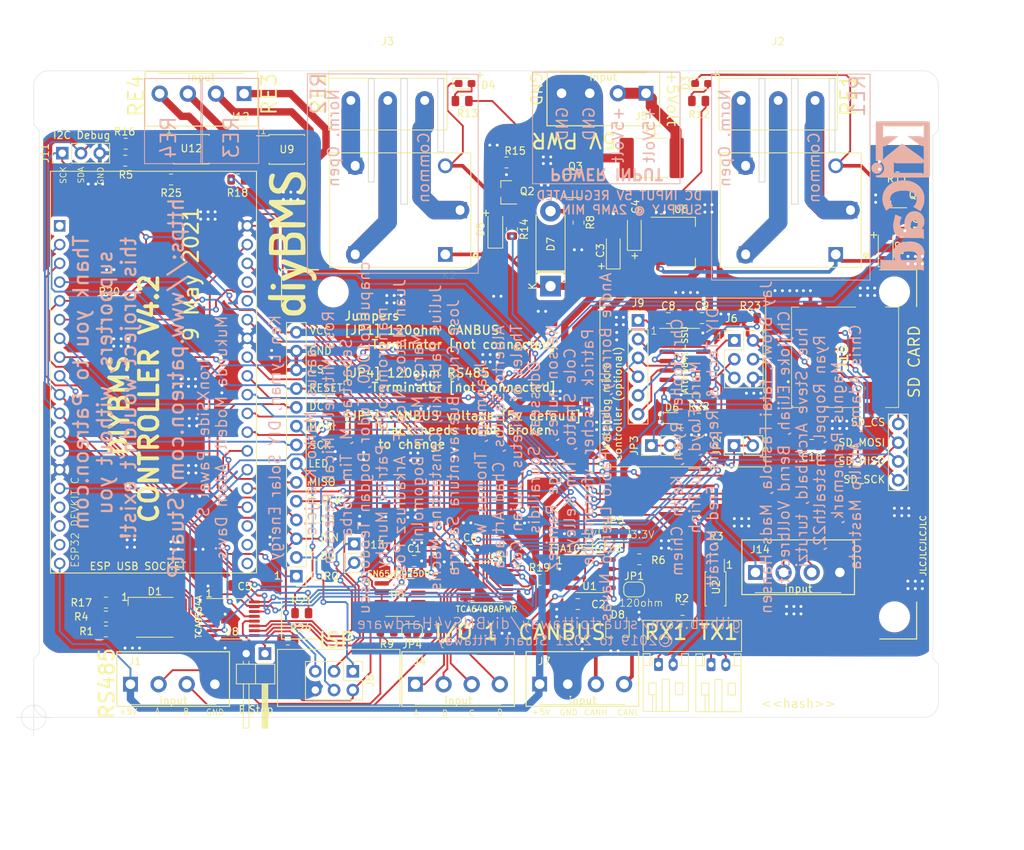
<source format=kicad_pcb>
(kicad_pcb (version 20211014) (generator pcbnew)
  (title_block (title "DIYBMS ESP32 Controller") (date "2021-02-21") (company "Stuart Pittaway"))
  (layers (0 "F.Cu" signal) (31 "B.Cu" signal) (34 "B.Paste" user) (35 "F.Paste" user) (36 "B.SilkS" user "B.Silkscreen") (37 "F.SilkS" user "F.Silkscreen") (38 "B.Mask" user) (39 "F.Mask" user) (44 "Edge.Cuts" user))
  (net 0 "")
  (net 1 "GND")
  (net 2 "+5V")
  (net 3 "+3V3")
  (net 4 "Net-(D1-Pad2)")
  (net 5 "Net-(R3-Pad1)")
  (net 6 "Net-(TX1-Pad1)")
  (net 7 "Net-(TX1-Pad2)")
  (net 8 "/IO33")
  (net 9 "/IO32")
  (net 10 "/IO4")
  (net 11 "Net-(JP1-Pad2)")
  (net 12 "/IO35_INPUT")
  (net 13 "/IO34_INPUT")
  (net 14 "/IO39_INPUT")
  (net 15 "Net-(J1-Pad3)")
  (net 16 "Net-(J1-Pad2)")
  (net 17 "/VSPI_CLK")
  (net 18 "/VSPI_MOSI")
  (net 19 "/VSPI_MISO")
  (net 20 "/RESET")
  (net 21 "Net-(J2-Pad3)")
  (net 22 "Net-(J2-Pad2)")
  (net 23 "Net-(J2-Pad1)")
  (net 24 "Net-(D2-Pad2)")
  (net 25 "FUSED5V")
  (net 26 "Net-(D3-Pad2)")
  (net 27 "Net-(Q1-Pad1)")
  (net 28 "Net-(D4-Pad2)")
  (net 29 "Net-(D4-Pad1)")
  (net 30 "Net-(J3-Pad3)")
  (net 31 "Net-(J3-Pad2)")
  (net 32 "Net-(J3-Pad1)")
  (net 33 "Net-(Q2-Pad1)")
  (net 34 "/DISPLAY_DC")
  (net 35 "/CANBUS_TX")
  (net 36 "/AVRISP_RESET")
  (net 37 "/CANBUS_RX")
  (net 38 "/GREEN_LED")
  (net 39 "/RELAY1")
  (net 40 "/RELAY2")
  (net 41 "/DISPLAY_LED")
  (net 42 "/EXT_IO_C")
  (net 43 "/EXT_IO_B")
  (net 44 "/EXT_IO_A")
  (net 45 "/EXT_IO_D")
  (net 46 "/IO22")
  (net 47 "/IO21")
  (net 48 "/RED_LED")
  (net 49 "/HSPI_CLK")
  (net 50 "/IO36_INPUT")
  (net 51 "/HSPI_MISO")
  (net 52 "/HSPI_MOSI")
  (net 53 "/IO5")
  (net 54 "/IO25")
  (net 55 "/IO27")
  (net 56 "/IO26")
  (net 57 "/IO2")
  (net 58 "Net-(J10-Pad1)")
  (net 59 "Net-(D1-Pad1)")
  (net 60 "Net-(D1-Pad3)")
  (net 61 "/BLUE_LED")
  (net 62 "Net-(J12-Pad3)")
  (net 63 "Net-(J12-Pad1)")
  (net 64 "Net-(R18-Pad1)")
  (net 65 "/RELAY3_SSR")
  (net 67 "Net-(D6-Pad2)")
  (net 68 "Net-(J9-Pad1)")
  (net 69 "Net-(J9-Pad2)")
  (net 70 "Net-(J9-Pad4)")
  (net 71 "Net-(J9-Pad5)")
  (net 72 "Net-(J9-Pad6)")
  (net 73 "Net-(R22-Pad2)")
  (net 74 "Net-(J6-Pad5)")
  (net 75 "Net-(J6-Pad1)")
  (net 76 "Net-(J13-Pad1)")
  (net 77 "Net-(J13-Pad2)")
  (net 78 "Net-(J12-Pad2)")
  (net 79 "/RELAY4_SSR")
  (net 80 "Net-(R25-Pad1)")
  (net 81 "Net-(J12-Pad4)")
  (net 82 "Net-(JP4-Pad2)")
  (net 83 "Net-(C2-Pad1)")
  (net 84 "/CANBUS_S")
  (net 85 "Net-(D8-Pad2)")
  (net 86 "Net-(D8-Pad1)")
  (net 87 "Net-(D7-Pad2)")
  (net 88 "Net-(F1-Pad1)")
  (net 90 "Net-(R21-Pad1)")
  (net 91 "/ESP3V3")
  (footprint "Mounting_Holes:MountingHole_4mm" (layer "F.Cu") (at 207.4 54.2 90)
    (fp_text reference "REF**" hide)
    (fp_text value "MountingHole_4mm" hide)
  )
  (footprint "Mounting_Holes:MountingHole_4mm" (layer "F.Cu") (at 207.4 134.15 90)
    (fp_text reference "REF**" hide)
    (fp_text value "MountingHole_4mm" hide)
  )
  (footprint "Package_SO:TSSOP-16_4.4x5mm_P0.65mm" (layer "F.Cu") (at 115.7446 124.6318)
    (fp_text reference "U8")
    (fp_text value "TCA9534A")
  )
  (footprint "Resistor_SMD:R_0805_2012Metric" (layer "F.Cu") (at 101.19982 60.31442)
    (fp_text reference "R16")
    (fp_text value "2K2")
  )
  (footprint "Package_SO:TSSOP-16_4.4x5mm_P0.65mm" (layer "F.Cu") (at 150.07768 119.7008)
    (fp_text reference "U3")
    (fp_text value "TCA6408APWR")
  )
  (footprint "Resistor_SMD:R_0805_2012Metric" (layer "F.Cu") (at 98.51224 124.34368 180)
    (fp_text reference "R4")
    (fp_text value "300R")
  )
  (footprint "Resistor_SMD:R_0805_2012Metric" (layer "F.Cu") (at 101.1287 62.61058)
    (fp_text reference "R5")
    (fp_text value "2K2")
  )
  (footprint "Capacitor_SMD:C_0805_2012Metric" (layer "F.Cu") (at 147.84248 115.34)
    (fp_text reference "C6")
    (fp_text value "100nF")
  )
  (footprint "Capacitor_SMD:C_0805_2012Metric" (layer "F.Cu") (at 140.26898 116.8108)
    (fp_text reference "C1")
    (fp_text value "100nF")
  )
  (footprint "LED_SMD:LED_RGB_5050-6" (layer "F.Cu") (at 105.12724 124.43368)
    (fp_text reference "D1")
    (fp_text value "RGB")
  )
  (footprint "Resistor_SMD:R_0805_2012Metric" (layer "F.Cu") (at 136.59 126.33)
    (fp_text reference "R9")
    (fp_text value "120R")
  )
  (footprint "Package_SO:SOIC-8_3.9x4.9mm_P1.27mm" (layer "F.Cu") (at 138.33498 121.7508)
    (fp_text reference "U5")
    (fp_text value "SN65HVD75DR")
  )
  (footprint "ControllerCircuit:Terminal-Block_3.81_4P_LCSC_C395880" (layer "F.Cu") (at 161.05902 133.48866)
    (fp_text reference "J7")
    (fp_text value "ScrewTerminal")
  )
  (footprint "ControllerCircuit:MODULE_ESP32-DEVKITC-32D" (layer "F.Cu") (at 104.956394 91.19)
    (fp_text reference "U4")
    (fp_text value "ESP32-DEVKITC-32D")
  )
  (footprint "Package_TO_SOT_SMD:SOT-23" (layer "F.Cu") (at 152.75 66.9 180)
    (fp_text reference "Q2")
    (fp_text value "AO3400A")
  )
  (footprint "Capacitor_SMD:C_0805_2012Metric" (layer "F.Cu") (at 114.63374 120.12856)
    (fp_text reference "C5")
    (fp_text value "100nF")
  )
  (footprint "ControllerCircuit:Terminal-Block_3.81_4P_LCSC_C395880" (layer "F.Cu") (at 105.65 133.5)
    (fp_text reference "J1")
    (fp_text value "ScrewTerminal")
  )
  (footprint "ControllerCircuit:Terminal-Block_3.81_4P_LCSC_C395880" (layer "F.Cu") (at 144.235686 133.50366)
    (fp_text reference "J4")
    (fp_text value "ScrewTerminal")
  )
  (footprint "Connector_PinHeader_2.54mm:PinHeader_2x03_P2.54mm_Vertical" (layer "F.Cu") (at 131.95 131.75 -90)
    (fp_text reference "J8")
    (fp_text value "2x3 2.54mm IDC Connectors")
  )
  (footprint "Connector_JST:JST_PH_S2B-PH-K_1x02_P2.00mm_Horizontal" (layer "F.Cu") (at 180.45626 130.8496)
    (fp_text reference "TX1")
    (fp_text value "Transmit")
  )
  (footprint "Connector_JST:JST_PH_S2B-PH-K_1x02_P2.00mm_Horizontal" (layer "F.Cu") (at 173.33072 130.8196)
    (fp_text reference "RX1")
    (fp_text value "Receive")
  )
  (footprint "ControllerCircuit:RELAY_SRD-05VDC-SL-C" (layer "F.Cu") (at 191.24 69.3 180)
    (fp_text reference "K1")
    (fp_text value "SRD-05VDC-SL-C")
  )
  (footprint "ControllerCircuit:RELAY_SRD-05VDC-SL-C" (layer "F.Cu") (at 138.375 69.3 180)
    (fp_text reference "K2")
    (fp_text value "SRD-05VDC-SL-C")
  )
  (footprint "ControllerCircuit:Terminal-Block_5.0mm_3P-LCSC_C395850" (layer "F.Cu") (at 136.685 54.45 180)
    (fp_text reference "J3")
    (fp_text value "ScrewTerminal3Pin")
  )
  (footprint "Resistor_SMD:R_0805_2012Metric" (layer "F.Cu") (at 146.75 54.525)
    (fp_text reference "R13")
    (fp_text value "560R")
  )
  (footprint "Resistor_SMD:R_0805_2012Metric" (layer "F.Cu") (at 178.775 54.525)
    (fp_text reference "R12")
    (fp_text value "560R")
  )
  (footprint "LED_SMD:LED_0603_1608Metric_Pad1.05x0.95mm_HandSolder" (layer "F.Cu") (at 147.15 52.16)
    (fp_text reference "D4")
    (fp_text value "YELLOW LED")
  )
  (footprint "LED_SMD:LED_0603_1608Metric_Pad1.05x0.95mm_HandSolder" (layer "F.Cu") (at 179.175 52.16)
    (fp_text reference "D3")
    (fp_text value "YELLOW LED")
  )
  (footprint "Connector_PinHeader_2.54mm:PinHeader_1x02_P2.54mm_Horizontal" (layer "F.Cu") (at 120.05 129.35 -90)
    (fp_text reference "J10" hide)
    (fp_text value "Conn_01x02_Female")
  )
  (footprint "Resistor_SMD:R_0805_2012Metric" (layer "F.Cu") (at 98.51224 126.34368 180)
    (fp_text reference "R1")
    (fp_text value "100R")
  )
  (footprint "Resistor_SMD:R_0805_2012Metric" (layer "F.Cu") (at 98.51224 122.44368 180)
    (fp_text reference "R17")
    (fp_text value "300R")
  )
  (footprint "Mounting_Holes:MountingHole_4mm" (layer "F.Cu") (at 92.45 54.2 90)
    (fp_text reference "REF**" hide)
    (fp_text value "MountingHole_4mm" hide)
  )
  (footprint "Mounting_Holes:MountingHole_4mm" (layer "F.Cu") (at 92.45 134.2 90)
    (fp_text reference "REF**" hide)
    (fp_text value "MountingHole_4mm" hide)
  )
  (footprint "Diode_SMD:D_MiniMELF" (layer "F.Cu") (at 151.25 71.9 90)
    (fp_text reference "D5")
    (fp_text value "LL4148")
  )
  (footprint "Resistor_SMD:R_0805_2012Metric" (layer "F.Cu") (at 153.5 71.9 -90)
    (fp_text reference "R14")
    (fp_text value "220R")
  )
  (footprint "Diode_SMD:D_MiniMELF" (layer "F.Cu") (at 204.1 74.43 90)
    (fp_text reference "D2")
    (fp_text value "LL4148")
  )
  (footprint "Package_TO_SOT_SMD:SOT-23" (layer "F.Cu") (at 205.55 67.4 180)
    (fp_text reference "Q1")
    (fp_text value "AO3400A")
  )
  (footprint "Resistor_SMD:R_0805_2012Metric" (layer "F.Cu") (at 206.7 71.15 -90)
    (fp_text reference "R10")
    (fp_text value "220R")
  )
  (footprint "Resistor_SMD:R_0805_2012Metric" (layer "F.Cu") (at 205.7 63.4 180)
    (fp_text reference "R11")
    (fp_text value "10K")
  )
  (footprint "Resistor_SMD:R_0805_2012Metric" (layer "F.Cu") (at 181.13 115.12 180)
    (fp_text reference "R3")
    (fp_text value "180R")
  )
  (footprint "Resistor_SMD:R_0805_2012Metric" (layer "F.Cu") (at 176.59 123.44)
    (fp_text reference "R2")
    (fp_text value "2K2")
  )
  (footprint "Resistor_SMD:R_0805_2012Metric" (layer "F.Cu") (at 162.52 71 -90)
    (fp_text reference "R8")
    (fp_text value "100R")
  )
  (footprint "Package_TO_SOT_SMD:SOT-23" (layer "F.Cu") (at 161.375 66.025 180)
    (fp_text reference "Q3")
    (fp_text value "AO3401A")
  )
  (footprint "Fuse:Fuse_2920_7451Metric" (layer "F.Cu") (at 172.42 62.24)
    (fp_text reference "F1")
    (fp_text value "Fuse, 1.85A")
  )
  (footprint "Capacitor_Tantalum_SMD:CP_EIA-3216-18_Kemet-A_Pad1.58x1.35mm_HandSolder" (layer "F.Cu") (at 170.064 72.2708 90)
    (fp_text reference "C4")
    (fp_text value "22uF 6.3V")
  )
  (footprint "Capacitor_Tantalum_SMD:CP_EIA-3216-18_Kemet-A_Pad1.58x1.35mm_HandSolder" (layer "F.Cu") (at 167.214 74.7808 90)
    (fp_text reference "C3")
    (fp_text value "22uF 6.3V")
  )
  (footprint "Package_TO_SOT_SMD:SOT-223-3_TabPin2" (layer "F.Cu") (at 176.429 73.6758)
    (fp_text reference "U6")
    (fp_text value "AMS1117-3.3")
  )
  (footprint "Package_SO:SO-4_4.4x3.6mm_P2.54mm" (layer "F.Cu") (at 123.005 61.085)
    (fp_text reference "U9")
    (fp_text value "AQY212GSZ")
  )
  (footprint "Resistor_SMD:R_0805_2012Metric" (layer "F.Cu") (at 116.39 65.16 180)
    (fp_text reference "R18")
    (fp_text value "220R")
  )
  (footprint "ControllerCircuit:Terminal-Block_5.0mm_3P-LCSC_C395850" (layer "F.Cu") (at 189.55 54.45 180)
    (fp_text reference "J2")
    (fp_text value "ScrewTerminal3Pin")
  )
  (footprint "Resistor_SMD:R_0805_2012Metric" (layer "F.Cu") (at 157.227 119.36656)
    (fp_text reference "R19")
    (fp_text value "10K")
  )
  (footprint "Resistor_SMD:R_0805_2012Metric" (layer "F.Cu") (at 98.97518 81.98538)
    (fp_text reference "R20")
    (fp_text value "10K")
  )
  (footprint "Resistor_SMD:R_0805_2012Metric" (layer "F.Cu") (at 125.04 123.88)
    (fp_text reference "R21")
    (fp_text value "180R")
  )
  (footprint "Connector_PinHeader_2.54mm:PinHeader_1x03_P2.54mm_Vertical" (layer "F.Cu") (at 92.60686 61.59172 90)
    (fp_text reference "J11")
    (fp_text value "Conn_01x03_Female")
  )
  (footprint "Capacitor_SMD:C_0805_2012Metric" (layer "F.Cu") (at 162.41494 122.64474 180)
    (fp_text reference "C2")
    (fp_text value "100nF")
  )
  (footprint "Resistor_SMD:R_0805_2012Metric" (layer "F.Cu") (at 170.75274 116.58554 180)
    (fp_text reference "R6")
    (fp_text value "120R")
  )
  (footprint "Jumper:SolderJumper-2_P1.3mm_Open_RoundedPad1.0x1.5mm" (layer "F.Cu") (at 170.04 120.67)
    (fp_text reference "JP1")
    (fp_text value "OptTermination")
  )
  (footprint "ControllerCircuit:TFTSPI_2_8_240x320_TOUCH" (layer "F.Cu") (at 165.3 102.375 180)
    (fp_text reference "LCD1" hide)
    (fp_text value "LCD" hide)
  )
  (footprint "Symbols:OSHW-Logo_7.5x8mm_Copper" (layer "F.Cu") (at 98.06 71.43)
    (fp_text reference "REF***" hide)
    (fp_text value "OSHW-Logo_7.5x8mm_Copper" hide)
  )
  (footprint "Connector_PinHeader_2.54mm:PinHeader_1x06_P2.54mm_Vertical" (layer "F.Cu") (at 170.57342 84.23328)
    (fp_text reference "J9")
    (fp_text value "Conn_01x06_Female")
  )
  (footprint "Resistor_SMD:R_0805_2012Metric" (layer "F.Cu") (at 123.15 127.44 180)
    (fp_text reference "R24")
    (fp_text value "10K")
  )
  (footprint "Connector_PinHeader_2.54mm:PinHeader_1x02_P2.54mm_Vertical" (layer "F.Cu") (at 132.14 114.5)
    (fp_text reference "J13")
    (fp_text value "Conn_01x02_Female")
  )
  (footprint "Connector_PinHeader_2.54mm:PinHeader_1x02_P2.54mm_Vertical" (layer "F.Cu") (at 183.57568 101.18524 90)
    (fp_text reference "JP2")
    (fp_text value "Conn_01x02_Female" hide)
  )
  (footprint "Connector_PinHeader_2.54mm:PinHeader_1x02_P2.54mm_Vertical" (layer "F.Cu") (at 172.37936 101.18524 90)
    (fp_text reference "JP3")
    (fp_text value "Conn_01x02_Female" hide)
  )
  (footprint "Connector_PinHeader_2.54mm:PinHeader_2x03_P2.54mm_Vertical" (layer "F.Cu") (at 183.61124 86.946)
    (fp_text reference "J6")
    (fp_text value "AVR-ISP-6")
  )
  (footprint "LED_SMD:LED_0603_1608Metric_Pad1.05x0.95mm_HandSolder" (layer "F.Cu") (at 175.1759 97.46668)
    (fp_text reference "D6")
    (fp_text value "YELLOW LED")
  )
  (footprint "Capacitor_SMD:C_0805_2012Metric" (layer "F.Cu") (at 174.67298 83.93356)
    (fp_text reference "C8")
    (fp_text value "100nF")
  )
  (footprint "Resistor_SMD:R_0805_2012Metric" (layer "F.Cu") (at 178.80668 97.5393)
    (fp_text reference "R22")
    (fp_text value "180R")
  )
  (footprint "Capacitor_SMD:C_0805_2012Metric" (layer "F.Cu") (at 179.22298 83.93356)
    (fp_text reference "C9")
    (fp_text value "1uF")
  )
  (footprint "Package_SO:SOIC-14_3.9x8.7mm_P1.27mm" (layer "F.Cu") (at 176.9285 89.74508)
    (fp_text reference "U10" hide)
    (fp_text value "ATtiny841-SSU")
  )
  (footprint "Resistor_SMD:R_0805_2012Metric" (layer "F.Cu") (at 185.77786 83.90816)
    (fp_text reference "R23")
    (fp_text value "10K")
  )
  (footprint "Resistor_SMD:R_0805_2012Metric" (layer "F.Cu") (at 152.75 62.85 180)
    (fp_text reference "R15")
    (fp_text value "10K")
  )
  (footprint "Resistor_SMD:R_0805_2012Metric" (layer "F.Cu") (at 107.34 65.16)
    (fp_text reference "R25")
    (fp_text value "220R")
  )
  (footprint "Package_SO:SO-4_4.4x3.6mm_P2.54mm" (layer "F.Cu") (at 110.1 61.06)
    (fp_text reference "U12")
    (fp_text value "AQY212GSZ")
  )
  (footprint "ControllerCircuit:Terminal-Block_3.81_4P_LCSC_C395880" (layer "F.Cu") (at 113.42 53.53 180)
    (fp_text reference "J12")
    (fp_text value "ScrewTerminal")
  )
  (footprint "ControllerCircuit:diybmslogo_pcb" (layer "F.Cu") (at 131 64.15 90)
    (fp_text reference "G***" hide)
    (fp_text value "LOGO" hide)
  )
  (footprint "Jumper:SolderJumper-2_P1.3mm_Open_RoundedPad1.0x1.5mm" (layer "F.Cu") (at 139.99 126.34 180)
    (fp_text reference "JP4")
    (fp_text value "OptTermination")
  )
  (footprint "Jumper:SolderJumper-3_P1.3mm_Bridged12_RoundedPad1.0x1.5mm" (layer "F.Cu") (at 167.35 113.11)
    (fp_text reference "JP5")
    (fp_text value "CANBUS Volt Select")
  )
  (footprint "Package_SO:SOIC-8_3.9x4.9mm_P1.27mm" (layer "F.Cu") (at 164.09 118.53)
    (fp_text reference "U1")
    (fp_text value "TJA1057GT/3")
  )
  (footprint "Package_TO_SOT_SMD:SOT-23" (layer "F.Cu") (at 167.79 126.36 -90)
    (fp_text reference "D8")
    (fp_text value "NUP2105LT1G")
  )
  (footprint "ControllerCircuit:Terminal-Block_3.81_4P_LCSC_C395880" (layer "F.Cu") (at 167.84 53.48 180)
    (fp_text reference "J5")
    (fp_text value "ScrewTerminal")
  )
  (footprint "Diode_THT:D_5W_P10.16mm_Horizontal" (layer "F.Cu") (at 158.72 79.6 90)
    (fp_text reference "D7")
    (fp_text value "D_Zener_Small")
  )
  (footprint "Package_SO:SOP-4_4.4x2.6mm_P1.27mm" (layer "F.Cu") (at 181.05832 120.5805 -90)
    (fp_text reference "U2")
    (fp_text value "EL3H7(B)(TA)-G")
  )
  (footprint "ControllerCircuit:0472192001" (layer "F.Cu") (at 198.61 89.24 -90)
    (fp_text reference "J15")
    (fp_text value "Molex 0472192001" hide)
  )
  (footprint "ControllerCircuit:Terminal-Block_3.81_4P_LCSC_C395880" (layer "F.Cu") (at 190.28 118.36)
    (fp_text reference "J14")
    (fp_text value "ScrewTerminal")
  )
  (footprint "Capacitor_SMD:C_0805_2012Metric" (layer "F.Cu") (at 194.09 101.09 180)
    (fp_text reference "C10")
    (fp_text value "1uF")
  )
  (footprint "Symbol:KiCad-Logo_8mm_SilkScreen" (layer "B.Cu") (at 206.1 67.4 -90)
    (fp_text reference "REF***" hide)
    (fp_text value "KiCad-Logo_8mm_SilkScreen" hide)
  )
  (gr_line (start 111.37 51.49) (end 111.37 63.01) (layer "B.SilkS") (width 0.12))
  (gr_line (start 103.74 51.49) (end 111.37 51.49) (layer "B.SilkS") (width 0.12))
  (gr_line (start 103.74 63.01) (end 103.74 51.49) (layer "B.SilkS") (width 0.12))
  (gr_line (start 111.37 63.01) (end 103.74 63.01) (layer "B.SilkS") (width 0.12))
  (gr_line (start 201.99 50.9) (end 180.53 50.8) (layer "B.SilkS") (width 0.12))
  (gr_line (start 148.93 50.91) (end 125.8 50.84) (layer "B.SilkS") (width 0.12))
  (gr_line (start 180.53 78.78) (end 201.99 78.78) (layer "B.SilkS") (width 0.12))
  (gr_line (start 176.26 50.62) (end 176.26 65.73) (layer "B.SilkS") (width 0.12))
  (gr_line (start 176.26 65.73) (end 156.29 65.73) (layer "B.SilkS") (width 0.12))
  (gr_line (start 156.29 65.73) (end 156.29 50.62) (layer "B.SilkS") (width 0.12))
  (gr_line (start 148.93 77.85) (end 148.93 50.91) (layer "B.SilkS") (width 0.12))
  (gr_line (start 180.53 50.8) (end 180.53 78.78) (layer "B.SilkS") (width 0.12))
  (gr_line (start 156.29 50.62) (end 176.26 50.62) (layer "B.SilkS") (width 0.12))
  (gr_line (start 125.8 77.85) (end 148.93 77.85) (layer "B.SilkS") (width 0.12))
  (gr_line (start 111.58 62.98) (end 111.58 51.46) (layer "B.SilkS") (width 0.12))
  (gr_line (start 125.8 50.84) (end 125.8 77.85) (layer "B.SilkS") (width 0.12))
  (gr_line (start 201.99 78.78) (end 201.99 50.9) (layer "B.SilkS") (width 0.12))
  (gr_line (start 119.21 51.46) (end 119.21 62.98) (layer "B.SilkS") (width 0.12))
  (gr_line (start 111.58 51.46) (end 119.21 51.46) (layer "B.SilkS") (width 0.12))
  (gr_line (start 119.21 62.98) (end 111.58 62.98) (layer "B.SilkS") (width 0.12))
  (gr_line (start 121.75 128.78) (end 138.33 128.78) (layer "F.SilkS") (width 0.12))
  (gr_line (start 138.33 136.5) (end 121.75 136.5) (layer "F.SilkS") (width 0.12))
  (gr_line (start 187.86 104.07) (end 165.41 104.06) (layer "F.SilkS") (width 0.12))
  (gr_line (start 138.33 128.78) (end 138.33 136.5) (layer "F.SilkS") (width 0.12))
  (gr_line (start 187.86 81.22) (end 187.86 104.07) (layer "F.SilkS") (width 0.12))
  (gr_line (start 165.41 81.21) (end 187.86 81.22) (layer "F.SilkS") (width 0.12))
  (gr_line (start 171.26 129) (end 171.26 124.85) (layer "F.SilkS") (width 0.12))
  (gr_line (start 184.59 129.07) (end 171.28 129.07) (layer "F.SilkS") (width 0.12))
  (gr_line (start 184.59 124.85) (end 184.59 129.07) (layer "F.SilkS") (width 0.12))
  (gr_line (start 121.75 136.5) (end 121.75 128.78) (layer "F.SilkS") (width 0.12))
  (gr_line (start 171.26 124.85) (end 184.59 124.85) (layer "F.SilkS") (width 0.12))
  (gr_line (start 165.41 104.06) (end 165.41 81.21) (layer "F.SilkS") (width 0.12))
  (gr_line (start 209.25 50.45) (end 90.75 50.45) (layer "Edge.Cuts") (width 0.05))
  (gr_arc (start 88.75 52.45) (mid 89.335786 51.035786) (end 90.75 50.45) (layer "Edge.Cuts") (width 0.05))
  (gr_arc (start 211.25 136) (mid 210.664214 137.414214) (end 209.25 138) (layer "Edge.Cuts") (width 0.05))
  (gr_line (start 209.25 138) (end 90.75 138) (layer "Edge.Cuts") (width 0.05))
  (gr_arc (start 90.75 138) (mid 89.335786 137.414214) (end 88.75 136) (layer "Edge.Cuts") (width 0.05))
  (gr_line (start 88.75 57.75) (end 89.5 58.5) (layer "Edge.Cuts") (width 0.05))
  (gr_line (start 88.75 136) (end 88.75 130) (layer "Edge.Cuts") (width 0.05))
  (gr_line (start 211.25 136) (end 211.25 130.75) (layer "Edge.Cuts") (width 0.05))
  (gr_line (start 211.25 130.75) (end 210.5 130) (layer "Edge.Cuts") (width 0.05))
  (gr_line (start 211.25 58.5) (end 210.5 59.25) (layer "Edge.Cuts") (width 0.05))
  (gr_line (start 211.25 52.45) (end 211.25 58.5) (layer "Edge.Cuts") (width 0.05))
  (gr_line (start 187.75 65.5) (end 186.95 65.5) (layer "Edge.Cuts") (width 0.1))
  (gr_line (start 186.95 51.5) (end 187.75 51.5) (layer "Edge.Cuts") (width 0.1))
  (gr_line (start 186.95 65.5) (end 186.95 51.5) (layer "Edge.Cuts") (width 0.1))
  (gr_line (start 187.75 51.5) (end 187.75 65.5) (layer "Edge.Cuts") (width 0.1))
  (gr_line (start 139.35 68.5) (end 138.45 68.5) (layer "Edge.Cuts") (width 0.1))
  (gr_line (start 139.35 51.5) (end 139.35 68.5) (layer "Edge.Cuts") (width 0.1))
  (gr_line (start 138.45 51.5) (end 139.35 51.5) (layer "Edge.Cuts") (width 0.1))
  (gr_line (start 138.45 68.5) (end 138.45 51.5) (layer "Edge.Cuts") (width 0.1))
  (gr_line (start 134.05 51.5) (end 134.85 51.5) (layer "Edge.Cuts") (width 0.1))
  (gr_line (start 134.85 65.5) (end 134.05 65.5) (layer "Edge.Cuts") (width 0.1))
  (gr_line (start 134.85 51.5) (end 134.85 65.5) (layer "Edge.Cuts") (width 0.1))
  (gr_line (start 134.05 65.5) (end 134.05 51.5) (layer "Edge.Cuts") (width 0.1))
  (gr_line (start 144.25 61.4) (end 143.45 61.4) (layer "Edge.Cuts") (width 0.1))
  (gr_line (start 143.45 61.4) (end 143.45 51.5) (layer "Edge.Cuts") (width 0.1))
  (gr_line (start 144.25 51.5) (end 144.25 61.4) (layer "Edge.Cuts") (width 0.1))
  (gr_line (start 143.45 51.5) (end 144.25 51.5) (layer "Edge.Cuts") (width 0.1))
  (gr_line (start 197.25 61.4) (end 196.45 61.4) (layer "Edge.Cuts") (width 0.1))
  (gr_line (start 196.45 61.4) (end 196.45 51.5) (layer "Edge.Cuts") (width 0.1))
  (gr_line (start 197.25 51.5) (end 197.25 61.4) (layer "Edge.Cuts") (width 0.1))
  (gr_line (start 196.45 51.5) (end 197.25 51.5) (layer "Edge.Cuts") (width 0.1))
  (gr_line (start 210.5 130) (end 210.5 59.25) (layer "Edge.Cuts") (width 0.05))
  (gr_line (start 88.75 130) (end 89.5 129.25) (layer "Edge.Cuts") (width 0.05))
  (gr_line (start 89.5 58.5) (end 89.5 129.25) (layer "Edge.Cuts") (width 0.05))
  (gr_line (start 192.25 68.5) (end 191.35 68.5) (layer "Edge.Cuts") (width 0.1))
  (gr_line (start 88.75 52.45) (end 88.75 57.75) (layer "Edge.Cuts") (width 0.05))
  (gr_line (start 191.35 51.5) (end 192.25 51.5) (layer "Edge.Cuts") (width 0.1))
  (gr_line (start 191.35 68.5) (end 191.35 51.5) (layer "Edge.Cuts") (width 0.1))
  (gr_arc (start 209.25 50.45) (mid 210.664214 51.035786) (end 211.25 52.45) (layer "Edge.Cuts") (width 0.05))
  (gr_line (start 192.25 51.5) (end 192.25 68.5) (layer "Edge.Cuts") (width 0.1))
  (gr_text "©2019 to 2021 Stuart Pittaway" (at 159.4 127.57) (layer "B.SilkS") (effects (font (size 1.3 1.3)) (justify mirror)))
  (gr_text "Thank you to Patreon.com \nsupporters, without you \nthis project wouldn't exist!\n\nhttps://www.patreon.com/StuartP" (at 101.59 93.42 90) (layer "B.SilkS") (effects (font (size 2 2) (thickness 0.3)) (justify mirror)))
  (gr_text "IronXSide, Pawel S\nMukunda Modell, Adam Davis\n\n\nKen Lyman, DIY Solar Energy\n\nJaanus, Marko Kranjcic\nRoss Mitchell, Micah Peterson\nSebastian M, Tim Yorba\nchapulino1000, Tudor Bogdan Teodorescu\nmanuromero05, Patrick Murphy\nJuan Matos, Nico F, Arkadiusz Poscik\nMarco, Martin Bogomolni\nJulius Pabrinkis, Constantine Macris\nJose Cruz, Buenaventura Satorra\n" (at 128.65 100.13 90) (layer "B.SilkS") (effects (font (size 1.5 1.5) (thickness 0.2)) (justify mirror)))
  (gr_text "\n\n\n\n\n\n\n\n\n\n\n\n\n\n\n\n\n\n\n\n\n\n" (at 159.54 109.71 90) (layer "B.SilkS") (effects (font (size 2 2) (thickness 0.3)) (justify left mirror)))
  (gr_text "github.com/stuartpittaway/diyBMSv4Hardware" (at 158.5 125.27) (layer "B.SilkS") (effects (font (size 1.5 1.5)) (justify mirror)))
  (gr_text "+5Volt" (at 167.87 59.11 90) (layer "B.SilkS") (effects (font (size 1.5 1.5) (thickness 0.2)) (justify mirror)))
  (gr_text "GND" (at 163.93 57.61 90) (layer "B.SilkS") (effects (font (size 1.5 1.5) (thickness 0.2)) (justify mirror)))
  (gr_text "+5Volt" (at 172.07 59.11 90) (layer "B.SilkS") (effects (font (size 1.5 1.5) (thickness 0.2)) (justify mirror)))
  (gr_text "GND" (at 160.31 57.61 90) (layer "B.SilkS") (effects (font (size 1.5 1.5) (thickness 0.2)) (justify mirror)))
  (gr_text "Norm. Open" (at 182.31 59.54 90) (layer "B.SilkS") (effects (font (size 1.5 1.5) (thickness 0.2)) (justify mirror)))
  (gr_text "Norm. Open" (at 129.33 59.54 90) (layer "B.SilkS") (effects (font (size 1.5 1.5) (thickness 0.2)) (justify mirror)))
  (gr_text "Common" (at 141.55 63.56 90) (layer "B.SilkS") (effects (font (size 1.5 1.5) (thickness 0.2)) (justify mirror)))
  (gr_text "Common" (at 194.4 63.56 90) (layer "B.SilkS") (effects (font (size 1.5 1.5) (thickness 0.2)) (justify mirror)))
  (gr_text "RE3" (at 115.49 62.49 90) (layer "B.SilkS") (effects (font (size 2 2) (thickness 0.25)) (justify right mirror)))
  (gr_text "RE4" (at 106.99 62.49 90) (layer "B.SilkS") (effects (font (size 2 2) (thickness 0.25)) (justify right mirror)))
  (gr_text "Juanmijm, Thomas W\nAlberto Santos, Chad Artiaga\nThales of Miletus, Julian Cox\nOdysseas Sourailidis\nNelson nunes, Jorge Ramirez\nCole Shatto, Tim Kelley\nPatrick Fischer, vferrandobe\nAndre Borrelly, Jose Pablo Luengo Navas\n\n\n\nChristopher Ryan, Keith Chiem\nMarc Floyd, Lu Trinh\nDIY Tech & Repairs, Fred Moffatt\n\n\nJay Brown, fatai Fashola, Mads Hansen\nChijioke Elijah, Bernd Vollbrecht\nhue, Steve Archibald, turutzi\nRyan Roppel, mstealth22, \nMagnus Pernemark, \nChris Adams, Attilio Mastrota\n" (at 174.64 101.42 90) (layer "B.SilkS") (effects (font (size 1.5 1.5) (thickness 0.2)) (justify mirror)))
  (gr_text "RE1" (at 200.28 56.86 90) (layer "B.SilkS") (effects (font (size 2 2) (thickness 0.25)) (justify right mirror)))
  (gr_text "RE2" (at 127.3 56.56 90) (layer "B.SilkS") (effects (font (size 2 2) (thickness 0.25)) (justify right mirror)))
  (gr_text "POWER INPUT" (at 166.3 64.43 180) (layer "B.SilkS") (effects (font (size 1.5 1.5) (thickness 0.3)) (justify mirror)))
  (gr_text "DC INPUT 5V REGULATED\nSUPPLY @ 2AMP MIN" (at 179.4 68.3) (layer "B.SilkS") (effects (font (size 1.2 1.2) (thickness 0.2)) (justify left mirror)))
  (gr_text "1" (at 121.75 118.8) (layer "F.SilkS") (effects (font (size 1 1))))
  (gr_text "1" (at 182.96 117.34) (layer "F.SilkS") (effects (font (size 1 1))))
  (gr_text "CANH" (at 164.83902 137.32866) (layer "F.SilkS") (effects (font (size 0.8 0.8) (thickness 0.1))))
  (gr_text "A" (at 105.49192 137.14) (layer "F.SilkS") (effects (font (size 0.8 0.8) (thickness 0.1))))
  (gr_text "+5Volt" (at 175.23 54.17 270) (layer "F.SilkS") (effects (font (size 1.5 1.5) (thickness 0.2))))
  (gr_text "B" (at 109.39192 137.19) (layer "F.SilkS") (effects (font (size 0.8 0.8) (thickness 0.1))))
  (gr_text "1" (at 134.05 119.7) (layer "F.SilkS") (effects (font (size 0.8 0.8) (thickness 0.1))))
  (gr_text "1" (at 101.06224 121.69368) (layer "F.SilkS") (effects (font (size 1 1))))
  (gr_text "5V PWR" (at 161.86 59.86 180) (layer "F.SilkS") (effects (font (size 2 2) (thickness 0.3))))
  (gr_text "GND" (at 156.73 52.88 270) (layer "F.SilkS") (effects (font (size 1.5 1.5) (thickness 0.2))))
  (gr_text "GND" (at 113.29192 137.29) (layer "F.SilkS") (effects (font (size 0.8 0.8) (thickness 0.1))))
  (gr_text "1" (at 145.44248 117.44) (layer "F.SilkS") (effects (font (size 1 1))))
  (gr_text "CANL" (at 169.23402 137.32866) (layer "F.SilkS") (effects (font (size 0.8 0.8) (thickness 0.1))))
  (gr_text "GND" (at 161.17402 137.31366) (layer "F.SilkS") (effects (font (size 0.8 0.8) (thickness 0.1))))
  (gr_text "+5V" (at 101.53192 137.18) (layer "F.SilkS") (effects (font (size 0.8 0.8) (thickness 0.1))))
  (gr_text "RE2" (at 127.3 50.42 90) (layer "F.SilkS") (effects (font (size 2 2) (thickness 0.25)) (justify right)))
  (gr_text "B" (at 144.43402 137.41366) (layer "F.SilkS") (effects (font (size 0.8 0.8) (thickness 0.1))))
  (gr_text "A" (at 140.53402 137.36366) (layer "F.SilkS") (effects (font (size 0.8 0.8) (thickness 0.1))))
  (gr_text "C" (at 148.03402 137.41366) (layer "F.SilkS") (effects (font (size 0.8 0.8) (thickness 0.1))))
  (gr_text "D" (at 151.88402 137.31366) (layer "F.SilkS") (effects (font (size 0.8 0.8) (thickness 0.1))))
  (gr_text "9 May 2021" (at 110.05 77.96 90) (layer "F.SilkS") (effects (font (size 2 2) (thickness 0.3))))
  (gr_text "I2C Debug" (at 95.23322 59.16094) (layer "F.SilkS") (effects (font (size 1 1))))
  (gr_text "SCK" (at 92.7476 64.56134 90) (layer "F.SilkS") (effects (font (size 0.8 0.8) (thickness 0.1))))
  (gr_text "SDA" (at 95.1476 64.56134 90) (layer "F.SilkS") (effects (font (size 0.8 0.8) (thickness 0.1))))
  (gr_text "GND" (at 97.7976 64.66134 90) (layer "F.SilkS") (effects (font (size 0.8 0.8) (thickness 0.1))))
  (gr_text "E.Stop" (at 118.84 136.93) (layer "F.SilkS") (effects (font (size 1 1))))
  (gr_text "I/O 1" (at 147.32 126.41) (layer "F.SilkS") (effects (font (size 2 2) (thickness 0.3))))
  (gr_text "ISP" (at 129.77 127.52) (layer "F.SilkS") (effects (font (size 2 2) (thickness 0.3))))
  (gr_text "RE3" (at 120.62 50.55 90) (layer "F.SilkS") (effects (font (size 2 2) (thickness 0.25)) (justify right)))
  (gr_text "DIYBMS \nCONTROLLER V4.2" (at 102.34014 94.82 90) (layer "F.SilkS") (effects (font (size 2.5 2.5) (thickness 0.5))))
  (gr_text "RE1" (at 199.01 50.70528 90) (layer "F.SilkS") (effects (font (size 2 2) (thickness 0.25)) (justify right)))
  (gr_text "ESP32 DEVKIT C" (at 94.33406 105.3483 90) (layer "F.SilkS") (effects (font (size 1 1) (thickness 0.1)) (justify right)))
  (gr_text "ESP USB SOCKET" (at 109.47 117.52) (layer "F.SilkS") (effects (font (size 1 1)) (justify right)))
  (gr_text "1" (at 159.93 116.74) (layer "F.SilkS") (effects (font (size 1 1))))
  (gr_text "RS485" (at 98.65 133.4 90) (layer "F.SilkS") (effects (font (size 2 2) (thickness 0.3))))
  (gr_text "+" (at 202.5 72.59) (layer "F.SilkS") (effects (font (size 1 1))))
  (gr_text "+" (at 181.07 50.83) (layer "F.SilkS") (effects (font (size 1 1))))
  (gr_text "+" (at 149.17 50.92) (layer "F.SilkS") (effects (font (size 1 1))))
  (gr_text "+" (at 165.62 76.82) (layer "F.SilkS") (effects (font (size 1 1))))
  (gr_text "+" (at 170.13 75.42) (layer "F.SilkS") (effects (font (size 1 1))))
  (gr_text "+" (at 149.98 69.62) (layer "F.SilkS") (effects (font (size 1 1))))
  (gr_text "Watchdog micro \ncontroller (optional)" (at 167.05 95.51 90) (layer "F.SilkS") (effects (font (size 1 1))))
  (gr_text "JLCJLCJLCJLC" (at 209.18 114.74 90) (layer "F.SilkS") (effects (font (size 0.8 0.8))))
  (gr_text "1" (at 119.85 58.59) (layer "F.SilkS") (effects (font (size 0.8 0.8) (thickness 0.1))))
  (gr_text "+" (at 176.35954 98.72652) (layer "F.SilkS") (effects (font (size 1 1) (thickness 0.1))))
  (gr_text "1" (at 181.6402 86.33386) (layer "F.SilkS") (effects (font (size 1 1) (thickness 0.1))))
  (gr_text "1" (at 172.72226 85.6506) (layer "F.SilkS") (effects (font (size 1 1) (thickness 0.1))))
  (gr_text "SD CARD" (at 207.96 89.83 90) (layer "F.SilkS") (effects (font (size 1.5 1.5) (thickness 0.2))))
  (gr_text "1" (at 107.08 58.5) (layer "F.SilkS") (effects (font (size 0.8 0.8) (thickness 0.1))))
  (gr_text "RE4" (at 102.58 50.81 90) (layer "F.SilkS") (effects (font (size 2 2) (thickness 0.25)) (justify right)))
  (gr_text "+5V" (at 157.45 137.28) (layer "F.SilkS") (effects (font (size 0.8 0.8) (thickness 0.1))))
  (gr_text "3.3V" (at 171.18 113.24) (layer "F.SilkS") (effects (font (size 1 1) (thickness 0.1))))
  (gr_text "5V" (at 164.07 113.23) (layer "F.SilkS") (effects (font (size 1 1) (thickness 0.1))))
  (gr_text "120ohm" (at 170.99 122.49) (layer "F.SilkS") (effects (font (size 1 1) (thickness 0.1))))
  (gr_text "CANBUS" (at 160.27 126.46) (layer "F.SilkS") (effects (font (size 2 2) (thickness 0.3))))
  (gr_text "1" (at 112.48 121.22) (layer "F.SilkS") (effects (font (size 1 1))))
  (gr_text "<<hash>>" (at 192.279 136.095) (layer "F.SilkS") (effects (font (size 1.2 1.2))))
  (gr_text "Jumpers\n[JP1] 120ohm CANBUS\n    Terminator [not connected]\n\n[JP4] 120ohm RS485 \n    Terminator [not connected]\n\n[JP5] CANBUS voltage [5v default]\n     Track needs to be broken \n     to change" (at 130.69 92.32) (layer "F.SilkS") (effects (font (size 1.2 1.2) (thickness 0.2)) (justify left)))
  (target plus (at 88.75 138) (size 5) (width 0.05) (layer "Edge.Cuts"))
  (segment (start 206.65 66.35) (end 206.55 66.45) (width 0.25) (layer "F.Cu") (net 1))
  (segment (start 206.65 63.4) (end 206.65 66.35) (width 0.25) (layer "F.Cu") (net 1))
  (segment (start 148.84248 115.34) (end 148.84248 117.361) (width 0.25) (layer "F.Cu") (net 1))
  (segment (start 179.3495 85.93508) (end 179.3495 85.93508) (width 0.25) (layer "F.Cu") (net 1))
  (segment (start 175.67298 83.93356) (end 178.22298 83.93356) (width 0.25) (layer "F.Cu") (net 1))
  (segment (start 179.3495 85.93508) (end 179.6285 85.93508) (width 0.25) (layer "F.Cu") (net 1))
  (segment (start 112.8821 123.6568) (end 114.2968 123.6568) (width 0.25) (layer "F.Cu") (net 1))
  (segment (start 112.2168 123.6568) (end 111.279856 122.719856) (width 0.25) (layer "F.Cu") (net 1))
  (segment (start 141.140049 123.760869) (end 141.40672 123.760869) (width 0.25) (layer "F.Cu") (net 1))
  (segment (start 148.12768 118.0758) (end 148.84248 117.361) (width 0.25) (layer "F.Cu") (net 1))
  (segment (start 153.6625 62.85) (end 153.7 62.8875) (width 0.5) (layer "F.Cu") (net 1))
  (segment (start 147.12768 118.0758) (end 148.12768 118.0758) (width 0.25) (layer "F.Cu") (net 1))
  (segment (start 112.8821 123.0068) (end 112.8821 122.3568) (width 0.25) (layer "F.Cu") (net 1))
  (segment (start 193.14 101.09) (end 193.13 101.08) (width 0.25) (layer "F.Cu") (net 1))
  (segment (start 153.7 62.8875) (end 153.7 65.9) (width 0.5) (layer "F.Cu") (net 1))
  (segment (start 120.78 71.43) (end 120.85 71.5) (width 0.25) (layer "F.Cu") (net 1))
  (segment (start 153.7 65.9) (end 153.75 65.95) (width 0.5) (layer "F.Cu") (net 1))
  (segment (start 112.711401 126.989999) (end 111.549999 126.989999) (width 0.25) (layer "F.Cu") (net 1))
  (segment (start 117.656394 71.43) (end 120.78 71.43) (width 0.25) (layer "F.Cu") (net 1))
  (segment (start 148.12768 121.9758) (end 148.88248 121.221) (width 0.25) (layer "F.Cu") (net 1))
  (segment (start 148.84248 117.361) (end 148.84248 116.215) (width 0.25) (layer "F.Cu") (net 1))
  (segment (start 141.03498 123.6558) (end 141.140049 123.760869) (width 0.25) (layer "F.Cu") (net 1))
  (segment (start 112.7946 126.9068) (end 112.711401 126.989999) (width 0.25) (layer "F.Cu") (net 1))
  (segment (start 114.2968 123.6568) (end 114.65 124.01) (width 0.25) (layer "F.Cu") (net 1))
  (segment (start 148.84248 116.215) (end 148.84248 115.34) (width 0.25) (layer "F.Cu") (net 1))
  (segment (start 172.799 70.8958) (end 173.279 71.3758) (width 1) (layer "F.Cu") (net 1))
  (segment (start 148.88248 121.221) (end 148.88248 116.255) (width 0.25) (layer "F.Cu") (net 1))
  (segment (start 167.5822 70.8958) (end 172.799 70.8958) (width 1) (layer "F.Cu") (net 1))
  (segment (start 112.8821 123.6568) (end 112.8821 123.0068) (width 0.25) (layer "F.Cu") (net 1))
  (segment (start 161.41494 122.82494) (end 161.41494 122.35474) (width 0.25) (layer "F.Cu") (net 1))
  (segment (start 112.8821 123.6568) (end 112.2168 123.6568) (width 0.25) (layer "F.Cu") (net 1))
  (segment (start 111.279856 122.719856) (end 111.279856 122.095176) (width 0.25) (layer "F.Cu") (net 1))
  (segment (start 167.214 73.3433) (end 167.214 71.264) (width 1) (layer "F.Cu") (net 1))
  (segment (start 167.214 71.264) (end 167.5822 70.8958) (width 1) (layer "F.Cu") (net 1))
  (segment (start 147.12768 121.9758) (end 148.12768 121.9758) (width 0.25) (layer "F.Cu") (net 1))
  (segment (start 148.88248 116.255) (end 148.84248 116.215) (width 0.25) (layer "F.Cu") (net 1))
  (segment (start 111.549999 126.989999) (end 111.15 126.59) (width 0.25) (layer "F.Cu") (net 1))
  (via (at 177.67084 80.464) (size 0.8) (drill 0.4) (layers "F.Cu" "B.Cu") (net 1))
  (via (at 178.62084 80.464) (size 0.8) (drill 0.4) (layers "F.Cu" "B.Cu") (net 1))
  (via (at 176.67084 80.464) (size 0.8) (drill 0.4) (layers "F.Cu" "B.Cu") (net 1))
  (via (at 175.67 80.46) (size 0.8) (drill 0.4) (layers "F.Cu" "B.Cu") (net 1))
  (via (at 180.575 69.575) (size 0.8) (drill 0.4) (layers "F.Cu" "B.Cu") (net 1))
  (via (at 180.575 68.575) (size 0.8) (drill 0.4) (layers "F.Cu" "B.Cu") (net 1))
  (via (at 179.625 68.575) (size 0.8) (drill 0.4) (layers "F.Cu" "B.Cu") (net 1))
  (via (at 179.625 69.575) (size 0.8) (drill 0.4) (layers "F.Cu" "B.Cu") (net 1))
  (via (at 151.49994 89.86056) (size 0.8) (drill 0.4) (layers "F.Cu" "B.Cu") (net 1))
  (via (at 151.49994 88.86056) (size 0.8) (drill 0.4) (layers "F.Cu" "B.Cu") (net 1))
  (via (at 149.54994 88.86056) (size 0.8) (drill 0.4) (layers "F.Cu" "B.Cu") (net 1))
  (via (at 149.54994 89.86056) (size 0.8) (drill 0.4) (layers "F.Cu" "B.Cu") (net 1))
  (via (at 150.54994 88.86056) (size 0.8) (drill 0.4) (layers "F.Cu" "B.Cu") (net 1))
  (via (at 150.54994 89.86056) (size 0.8) (drill 0.4) (layers "F.Cu" "B.Cu") (net 1))
  (via (at 136.41 110.83) (size 0.8) (drill 0.4) (layers "F.Cu" "B.Cu") (net 1))
  (via (at 132.87242 111.76588) (size 0.8) (drill 0.4) (layers "F.Cu" "B.Cu") (net 1))
  (via (at 132.87242 110.76588) (size 0.8) (drill 0.4) (layers "F.Cu" "B.Cu") (net 1))
  (via (at 139.4 109.9) (size 0.8) (drill 0.4) (layers "F.Cu" "B.Cu") (net 1))
  (via (at 140.4 109.9) (size 0.8) (drill 0.4) (layers "F.Cu" "B.Cu") (net 1))
  (via (at 139.4 110.9) (size 0.8) (drill 0.4) (layers "F.Cu" "B.Cu") (net 1))
  (via (at 140.4 110.9) (size 0.8) (drill 0.4) (layers "F.Cu" "B.Cu") (net 1))
  (via (at 101.11134 128.6) (size 0.8) (drill 0.4) (layers "F.Cu" "B.Cu") (net 1))
  (via (at 102.11134 128.6) (size 0.8) (drill 0.4) (layers "F.Cu" "B.Cu") (net 1))
  (via (at 103.06134 128.6) (size 0.8) (drill 0.4) (layers "F.Cu" "B.Cu") (net 1))
  (via (at 208.125 76.575) (size 0.8) (drill 0.4) (layers "F.Cu" "B.Cu") (net 1))
  (via (at 207.125 76.575) (size 0.8) (drill 0.4) (layers "F.Cu" "B.Cu") (net 1))
  (via (at 207.125 75.575) (size 0.8) (drill 0.4) (layers "F.Cu" "B.Cu") (net 1))
  (via (at 208.125 75.575) (size 0.8) (drill 0.4) (layers "F.Cu" "B.Cu") (net 1))
  (via (at 209.075 76.575) (size 0.8) (drill 0.4) (layers "F.Cu" "B.Cu") (net 1))
  (via (at 209.075 75.575) (size 0.8) (drill 0.4) (layers "F.Cu" "B.Cu") (net 1))
  (via (at 183.60932 111.07998) (size 0.8) (drill 0.4) (layers "F.Cu" "B.Cu") (net 1))
  (via (at 185.55932 112.07998) (size 0.8) (drill 0.4) (layers "F.Cu" "B.Cu") (net 1))
  (via (at 185.55932 111.07998) (size 0.8) (drill 0.4) (layers "F.Cu" "B.Cu") (net 1))
  (via (at 184.60932 111.07998) (size 0.8) (drill 0.4) (layers "F.Cu" "B.Cu") (net 1))
  (via (at 209.06932 119.55376) (size 0.8) (drill 0.4) (layers "F.Cu" "B.Cu") (net 1))
  (via (at 208.11932 119.55376) (size 0.8) (drill 0.4) (layers "F.Cu" "B.Cu") (net 1))
  (via (at 208.11932 120.55376) (size 0.8) (drill 0.4) (layers "F.Cu" "B.Cu") (net 1))
  (via (at 207.11932 120.55376) (size 0.8) (drill 0.4) (layers "F.Cu" "B.Cu") (net 1))
  (via (at 209.06932 120.55376) (size 0.8) (drill 0.4) (layers "F.Cu" "B.Cu") (net 1))
  (via (at 142.42326 91.65718) (size 0.8) (drill 0.4) (layers "F.Cu" "B.Cu") (net 1))
  (via (at 141.47326 91.65718) (size 0.8) (drill 0.4) (layers "F.Cu" "B.Cu") (net 1))
  (via (at 141.48326 92.93718) (size 0.8) (drill 0.4) (layers "F.Cu" "B.Cu") (net 1))
  (via (at 140.48326 92.93718) (size 0.8) (drill 0.4) (layers "F.Cu" "B.Cu") (net 1))
  (via (at 142.43326 92.93718) (size 0.8) (drill 0.4) (layers "F.Cu" "B.Cu") (net 1))
  (via (at 140.47326 91.65718) (size 0.8) (drill 0.4) (layers "F.Cu" "B.Cu") (net 1))
  (via (at 108.31254 115.21342) (size 0.8) (drill 0.4) (layers "F.Cu" "B.Cu") (net 1))
  (via (at 107.31254 115.21342) (size 0.8) (drill 0.4) (layers "F.Cu" "B.Cu") (net 1))
  (via (at 108.31254 114.21342) (size 0.8) (drill 0.4) (layers "F.Cu" "B.Cu") (net 1))
  (via (at 107.31254 114.21342) (size 0.8) (drill 0.4) (layers "F.Cu" "B.Cu") (net 1))
  (via (at 110.65024 92.16832) (size 0.8) (drill 0.4) (layers "F.Cu" "B.Cu") (net 1))
  (via (at 110.65024 93.16832) (size 0.8) (drill 0.4) (layers "F.Cu" "B.Cu") (net 1))
  (via (at 109.70024 93.16832) (size 0.8) (drill 0.4) (layers "F.Cu" "B.Cu") (net 1))
  (via (at 109.70024 92.16832) (size 0.8) (drill 0.4) (layers "F.Cu" "B.Cu") (net 1))
  (via (at 108.70024 93.16832) (size 0.8) (drill 0.4) (layers "F.Cu" "B.Cu") (net 1))
  (via (at 108.70024 92.16832) (size 0.8) (drill 0.4) (layers "F.Cu" "B.Cu") (net 1))
  (via (at 114.2164 94.04716) (size 0.8) (drill 0.4) (layers "F.Cu" "B.Cu") (net 1))
  (via (at 114.2164 93.04716) (size 0.8) (drill 0.4) (layers "F.Cu" "B.Cu") (net 1))
  (via (at 109.80768 97.50994) (size 0.8) (drill 0.4) (layers "F.Cu" "B.Cu") (net 1))
  (via (at 110.80768 97.50994) (size 0.8) (drill 0.4) (layers "F.Cu" "B.Cu") (net 1))
  (via (at 110.80768 98.50994) (size 0.8) (drill 0.4) (layers "F.Cu" "B.Cu") (net 1))
  (via (at 109.80768 98.50994) (size 0.8) (drill 0.4) (layers "F.Cu" "B.Cu") (net 1))
  (via (at 101.52656 87.72256) (size 0.8) (drill 0.4) (layers "F.Cu" "B.Cu") (net 1))
  (via (at 100.57656 87.72256) (size 0.8) (drill 0.4) (layers "F.Cu" "B.Cu") (net 1))
  (via (at 101.52656 86.72256) (size 0.8) (drill 0.4) (layers "F.Cu" "B.Cu") (net 1))
  (via (at 99.57656 87.72256) (size 0.8) (drill 0.4) (layers "F.Cu" "B.Cu") (net 1))
  (via (at 100.57656 86.72256) (size 0.8) (drill 0.4) (layers "F.Cu" "B.Cu") (net 1))
  (via (at 99.57656 86.72256) (size 0.8) (drill 0.4) (layers "F.Cu" "B.Cu") (net 1))
  (via (at 145.6547 102.67554) (size 0.8) (drill 0.4) (layers "F.Cu" "B.Cu") (net 1))
  (via (at 145.6547 101.67554) (size 0.8) (drill 0.4) (layers "F.Cu" "B.Cu") (net 1))
  (via (at 141.16412 96.1815) (size 0.8) (drill 0.4) (layers "F.Cu" "B.Cu") (net 1))
  (via (at 142.16412 96.1815) (size 0.8) (drill 0.4) (layers "F.Cu" "B.Cu") (net 1))
  (via (at 152.15822 126.60432) (size 0.8) (drill 0.4) (layers "F.Cu" "B.Cu") (net 1))
  (via (at 153.15822 126.60432) (size 0.8) (drill 0.4) (layers "F.Cu" "B.Cu") (net 1))
  (via (at 110.701 104.89296) (size 0.8) (drill 0.4) (layers "F.Cu" "B.Cu") (net 1))
  (via (at 109.701 104.89296) (size 0.8) (drill 0.4) (layers "F.Cu" "B.Cu") (net 1))
  (via (at 110.701 103.89296) (size 0.8) (drill 0.4) (layers "F.Cu" "B.Cu") (net 1))
  (via (at 109.701 103.89296) (size 0.8) (drill 0.4) (layers "F.Cu" "B.Cu") (net 1))
  (via (at 111.21662 108.0451) (size 0.8) (drill 0.4) (layers "F.Cu" "B.Cu") (net 1))
  (via (at 110.21662 108.0451) (size 0.8) (drill 0.4) (layers "F.Cu" "B.Cu") (net 1))
  (via (at 102.39012 114.94882) (size 0.8) (drill 0.4) (layers "F.Cu" "B.Cu") (net 1))
  (via (at 102.39012 113.94882) (size 0.8) (drill 0.4) (layers "F.Cu" "B.Cu") (net 1))
  (via (at 101.39012 114.94882) (size 0.8) (drill 0.4) (layers "F.Cu" "B.Cu") (net 1))
  (via (at 101.39012 113.94882) (size 0.8) (drill 0.4) (layers "F.Cu" "B.Cu") (net 1))
  (via (at 174.72718 115.07476) (size 0.8) (drill 0.4) (layers "F.Cu" "B.Cu") (net 1))
  (via (at 174.72718 114.07476) (size 0.8) (drill 0.4) (layers "F.Cu" "B.Cu") (net 1))
  (via (at 173.72718 115.07476) (size 0.8) (drill 0.4) (layers "F.Cu" "B.Cu") (net 1))
  (via (at 173.72718 114.07476) (size 0.8) (drill 0.4) (layers "F.Cu" "B.Cu") (net 1))
  (via (at 198.83396 97.87062) (size 0.8) (drill 0.4) (layers "F.Cu" "B.Cu") (net 1))
  (via (at 197.88396 97.87062) (size 0.8) (drill 0.4) (layers "F.Cu" "B.Cu") (net 1))
  (via (at 197.88396 98.87062) (size 0.8) (drill 0.4) (layers "F.Cu" "B.Cu") (net 1))
  (via (at 196.88396 98.87062) (size 0.8) (drill 0.4) (layers "F.Cu" "B.Cu") (net 1))
  (via (at 198.83396 98.87062) (size 0.8) (drill 0.4) (layers "F.Cu" "B.Cu") (net 1))
  (via (at 196.88396 97.87062) (size 0.8) (drill 0.4) (layers "F.Cu" "B.Cu") (net 1))
  (via (at 140.76698 103.19116) (size 0.8) (drill 0.4) (layers "F.Cu" "B.Cu") (net 1))
  (via (at 139.76698 103.19116) (size 0.8) (drill 0.4) (layers "F.Cu" "B.Cu") (net 1))
  (via (at 139.76698 102.19116) (size 0.8) (drill 0.4) (layers "F.Cu" "B.Cu") (net 1))
  (via (at 140.76698 102.19116) (size 0.8) (drill 0.4) (layers "F.Cu" "B.Cu") (net 1))
  (via (at 133.41444 103.1048) (size 0.8) (drill 0.4) (layers "F.Cu" "B.Cu") (net 1))
  (via (at 133.41444 102.1048) (size 0.8) (drill 0.4) (layers "F.Cu" "B.Cu") (net 1))
  (via (at 129.5765 101.99812) (size 0.8) (drill 0.4) (layers "F.Cu" "B.Cu") (net 1))
  (via (at 129.5765 102.99812) (size 0.8) (drill 0.4) (layers "F.Cu" "B.Cu") (net 1))
  (via (at 147.93434 111.65014) (size 0.8) (drill 0.4) (layers "F.Cu" "B.Cu") (net 1))
  (via (at 146.93434 111.65014) (size 0.8) (drill 0.4) (layers "F.Cu" "B.Cu") (net 1))
  (via (at 154.20636 111.68062) (size 0.8) (drill 0.4) (layers "F.Cu" "B.Cu") (net 1))
  (via (at 155.20636 111.68062) (size 0.8) (drill 0.4) (layers "F.Cu" "B.Cu") (net 1))
  (via (at 99.60882 77.36774) (size 0.8) (drill 0.4) (layers "F.Cu" "B.Cu") (net 1))
  (via (at 98.60882 77.36774) (size 0.8) (drill 0.4) (layers "F.Cu" "B.Cu") (net 1))
  (via (at 138.49994 81.86056) (size 0.8) (drill 0.4) (layers "F.Cu" "B.Cu") (net 1))
  (via (at 136.54994 81.86056) (size 0.8) (drill 0.4) (layers "F.Cu" "B.Cu") (net 1))
  (via (at 136.54994 80.86056) (size 0.8) (drill 0.4) (layers "F.Cu" "B.Cu") (net 1))
  (via (at 138.49994 80.86056) (size 0.8) (drill 0.4) (layers "F.Cu" "B.Cu") (net 1))
  (via (at 137.54994 81.86056) (size 0.8) (drill 0.4) (layers "F.Cu" "B.Cu") (net 1))
  (via (at 137.54994 80.86056) (size 0.8) (drill 0.4) (layers "F.Cu" "B.Cu") (net 1))
  (via (at 113.29994 70.53056) (size 0.8) (drill 0.4) (layers "F.Cu" "B.Cu") (net 1))
  (via (at 113.29994 69.53056) (size 0.8) (drill 0.4) (layers "F.Cu" "B.Cu") (net 1))
  (via (at 112.34994 69.53056) (size 0.8) (drill 0.4) (layers "F.Cu" "B.Cu") (net 1))
  (via (at 112.34994 70.53056) (size 0.8) (drill 0.4) (layers "F.Cu" "B.Cu") (net 1))
  (via (at 111.34994 70.53056) (size 0.8) (drill 0.4) (layers "F.Cu" "B.Cu") (net 1))
  (via (at 111.34994 69.53056) (size 0.8) (drill 0.4) (layers "F.Cu" "B.Cu") (net 1))
  (via (at 124.49994 66.86056) (size 0.8) (drill 0.4) (layers "F.Cu" "B.Cu") (net 1))
  (via (at 124.49994 67.86056) (size 0.8) (drill 0.4) (layers "F.Cu" "B.Cu") (net 1))
  (via (at 122.54994 66.86056) (size 0.8) (drill 0.4) (layers "F.Cu" "B.Cu") (net 1))
  (via (at 123.54994 66.86056) (size 0.8) (drill 0.4) (layers "F.Cu" "B.Cu") (net 1))
  (via (at 123.54994 67.86056) (size 0.8) (drill 0.4) (layers "F.Cu" "B.Cu") (net 1))
  (via (at 122.54994 67.86056) (size 0.8) (drill 0.4) (layers "F.Cu" "B.Cu") (net 1))
  (via (at 142.25 126.04) (size 0.8) (drill 0.4) (layers "F.Cu" "B.Cu") (net 1))
  (via (at 111.66254 115.23342) (size 0.8) (drill 0.4) (layers "F.Cu" "B.Cu") (net 1))
  (via (at 110.66254 115.23342) (size 0.8) (drill 0.4) (layers "F.Cu" "B.Cu") (net 1))
  (via (at 114.65 128.6) (size 0.8) (drill 0.4) (layers "F.Cu" "B.Cu") (net 1))
  (via (at 112.35 120.2) (size 0.8) (drill 0.4) (layers "F.Cu" "B.Cu") (net 1))
  (via (at 184.60932 112.07998) (size 0.8) (drill 0.4) (layers "F.Cu" "B.Cu") (net 1))
  (via (at 183.60932 112.07998) (size 0.8) (drill 0.4) (layers "F.Cu" "B.Cu") (net 1))
  (via (at 193.92084 80.214) (size 0.8) (drill 0.4) (layers "F.Cu" "B.Cu") (net 1))
  (via (at 192.97084 80.214) (size 0.8) (drill 0.4) (layers "F.Cu" "B.Cu") (net 1))
  (via (at 159.06948 94.8277) (size 0.8) (drill 0.4) (layers "F.Cu" "B.Cu") (net 1))
  (via (at 160.01948 94.8277) (size 0.8) (drill 0.4) (layers "F.Cu" "B.Cu") (net 1))
  (via (at 159.06948 93.8277) (size 0.8) (drill 0.4) (layers "F.Cu" "B.Cu") (net 1))
  (via (at 160.01948 93.8277) (size 0.8) (drill 0.4) (layers "F.Cu" "B.Cu") (net 1))
  (via (at 176.4 94.3) (size 0.8) (drill 0.4) (layers "F.Cu" "B.Cu") (net 1))
  (via (at 179.75728 99.73422) (size 0.8) (drill 0.4) (layers "F.Cu" "B.Cu") (net 1))
  (via (at 177.80728 99.73422) (size 0.8) (drill 0.4) (layers "F.Cu" "B.Cu") (net 1))
  (via (at 178.80728 99.73422) (size 0.8) (drill 0.4) (layers "F.Cu" "B.Cu") (net 1))
  (via (at 168.58716 83.81732) (size 0.8) (drill 0.4) (layers "F.Cu" "B.Cu") (net 1))
  (via (at 167.63716 84.81732) (size 0.8) (drill 0.4) (layers "F.Cu" "B.Cu") (net 1))
  (via (at 167.68716 86.86732) (size 0.8) (drill 0.4) (layers "F.Cu" "B.Cu") (net 1))
  (via (at 167.63716 83.81732) (size 0.8) (drill 0.4) (layers "F.Cu" "B.Cu") (net 1))
  (via (at 167.68716 85.86732) (size 0.8) (drill 0.4) (layers "F.Cu" "B.Cu") (net 1))
  (via (at 166.91948 98.0277) (size 0.8) (drill 0.4) (layers "F.Cu" "B.Cu") (net 1))
  (via (at 164.96948 98.0277) (size 0.8) (drill 0.4) (layers "F.Cu" "B.Cu") (net 1))
  (via (at 165.96948 98.0277) (size 0.8) (drill 0.4) (layers "F.Cu" "B.Cu") (net 1))
  (via (at 166.91948 99.0277) (size 0.8) (drill 0.4) (layers "F.Cu" "B.Cu") (net 1))
  (via (at 164.96948 99.0277) (size 0.8) (drill 0.4) (layers "F.Cu" "B.Cu") (net 1))
  (via (at 168.58716 84.81732) (size 0.8) (drill 0.4) (layers "F.Cu" "B.Cu") (net 1))
  (via (at 165.96948 99.0277) (size 0.8) (drill 0.4) (layers "F.Cu" "B.Cu") (net 1))
  (via (at 186.25222 94.09256) (size 0.8) (drill 0.4) (layers "F.Cu" "B.Cu") (net 1))
  (via (at 185.25222 94.09256) (size 0.8) (drill 0.4) (layers "F.Cu" "B.Cu") (net 1))
  (via (at 187.20222 94.09256) (size 0.8) (drill 0.4) (layers "F.Cu" "B.Cu") (net 1))
  (via (at 207.23396 109.67062) (size 0.8) (drill 0.4) (layers "F.Cu" "B.Cu") (net 1))
  (via (at 206.28396 109.67062) (size 0.8) (drill 0.4) (layers "F.Cu" "B.Cu") (net 1))
  (via (at 205.28396 110.67062) (size 0.8) (drill 0.4) (layers "F.Cu" "B.Cu") (net 1))
  (via (at 206.28396 110.67062) (size 0.8) (drill 0.4) (layers "F.Cu" "B.Cu") (net 1))
  (via (at 205.28396 109.67062) (size 0.8) (drill 0.4) (layers "F.Cu" "B.Cu") (net 1))
  (via (at 207.23396 110.67062) (size 0.8) (drill 0.4) (layers "F.Cu" "B.Cu") (net 1))
  (via (at 144.33 116.93) (size 0.8) (drill 0.4) (layers "F.Cu" "B.Cu") (net 1))
  (via (at 120.73242 113.56588) (size 0.8) (drill 0.4) (layers "F.Cu" "B.Cu") (net 1))
  (via (at 120.73242 114.56588) (size 0.8) (drill 0.4) (layers "F.Cu" "B.Cu") (net 1))
  (via (at 96.12994 65.77056) (size 0.8) (drill 0.4) (layers "F.Cu" "B.Cu") (net 1))
  (via (at 98.07994 65.77056) (size 0.8) (drill 0.4) (layers "F.Cu" "B.Cu") (net 1))
  (via (at 97.12994 65.77056) (size 0.8) (drill 0.4) (layers "F.Cu" "B.Cu") (net 1))
  (via (at 160.6 113.12) (size 0.8) (drill 0.4) (layers "F.Cu" "B.Cu") (net 1))
  (via (at 161.63 113.12) (size 0.8) (drill 0.4) (layers "F.Cu" "B.Cu") (net 1))
  (via (at 170.73 112.88) (size 0.8) (drill 0.4) (layers "F.Cu" "B.Cu") (net 1))
  (via (at 170.70458 123.74338) (size 0.8) (drill 0.4) (layers "F.Cu" "B.Cu") (net 1))
  (via (at 170.70458 124.74338) (size 0.8) (drill 0.4) (layers "F.Cu" "B.Cu") (net 1))
  (via (at 159.55458 123.35338) (size 0.8) (drill 0.4) (layers "F.Cu" "B.Cu") (net 1))
  (via (at 159.55458 124.35338) (size 0.8) (drill 0.4) (layers "F.Cu" "B.Cu") (net 1))
  (via (at 114.65 124.01) (size 0.8) (drill 0.4) (layers "F.Cu" "B.Cu") (net 1))
  (via (at 167.88338 128.99542) (size 0.8) (drill 0.4) (layers "F.Cu" "B.Cu") (net 1))
  (via (at 166.88338 128.99542) (size 0.8) (drill 0.4) (layers "F.Cu" "B.Cu") (net 1))
  (via (at 163.01458 128.72338) (size 0.8) (drill 0.4) (layers "F.Cu" "B.Cu") (net 1))
  (via (at 163.01458 127.72338) (size 0.8) (drill 0.4) (layers "F.Cu" "B.Cu") (net 1))
  (via (at 191.67932 122.97376) (size 0.8) (drill 0.4) (layers "F.Cu" "B.Cu") (net 1))
  (via (at 192.62932 123.97376) (size 0.8) (drill 0.4) (layers "F.Cu" "B.Cu") (net 1))
  (via (at 192.62932 122.97376) (size 0.8) (drill 0.4) (layers "F.Cu" "B.Cu") (net 1))
  (via (at 191.67932 123.97376) (size 0.8) (drill 0.4) (layers "F.Cu" "B.Cu") (net 1))
  (via (at 190.67932 123.97376) (size 0.8) (drill 0.4) (layers "F.Cu" "B.Cu") (net 1))
  (via (at 190.67932 122.97376) (size 0.8) (drill 0.4) (layers "F.Cu" "B.Cu") (net 1))
  (via (at 191.12084 80.214) (size 0.8) (drill 0.4) (layers "F.Cu" "B.Cu") (net 1))
  (via (at 192.07084 80.214) (size 0.8) (drill 0.4) (layers "F.Cu" "B.Cu") (net 1))
  (via (at 190.12084 80.214) (size 0.8) (drill 0.4) (layers "F.Cu" "B.Cu") (net 1))
  (via (at 189.12 80.21) (size 0.8) (drill 0.4) (layers "F.Cu" "B.Cu") (net 1))
  (via (at 158.06084 83.004) (size 0.8) (drill 0.4) (layers "F.Cu" "B.Cu") (net 1))
  (via (at 157.06 83) (size 0.8) (drill 0.4) (layers "F.Cu" "B.Cu") (net 1))
  (via (at 152.02084 80.964) (size 0.8) (drill 0.4) (layers "F.Cu" "B.Cu") (net 1))
  (via (at 151.02 80.96) (size 0.8) (drill 0.4) (layers "F.Cu" "B.Cu") (net 1))
  (via (at 207.1 119.54) (size 0.8) (drill 0.4) (layers "F.Cu" "B.Cu") (net 1))
  (via (at 202.615 80.855) (size 0.8) (drill 0.4) (layers "F.Cu" "B.Cu") (net 1))
  (via (at 201.665 80.855) (size 0.8) (drill 0.4) (layers "F.Cu" "B.Cu") (net 1))
  (via (at 200.665 79.855) (size 0.8) (drill 0.4) (layers "F.Cu" "B.Cu") (net 1))
  (via (at 201.665 79.855) (size 0.8) (drill 0.4) (layers "F.Cu" "B.Cu") (net 1))
  (via (at 202.615 79.855) (size 0.8) (drill 0.4) (layers "F.Cu" "B.Cu") (net 1))
  (via (at 200.665 80.855) (size 0.8) (drill 0.4) (layers "F.Cu" "B.Cu") (net 1))
  (via (at 147.56 123.49) (size 0.8) (drill 0.4) (layers "F.Cu" "B.Cu") (net 1))
  (via (at 149.88 123.49) (size 0.8) (drill 0.4) (layers "F.Cu" "B.Cu") (net 1))
  (via (at 141.27434 114.34014) (size 0.8) (drill 0.4) (layers "F.Cu" "B.Cu") (net 1))
  (via (at 140.27434 114.34014) (size 0.8) (drill 0.4) (layers "F.Cu" "B.Cu") (net 1))
  (via (at 162.95084 74.674) (size 0.8) (drill 0.4) (layers "F.Cu" "B.Cu") (net 1))
  (via (at 161.95 74.67) (size 0.8) (drill 0.4) (layers "F.Cu" "B.Cu") (net 1))
  (via (at 148.84248 115.34) (size 0.8) (drill 0.4) (layers "F.Cu" "B.Cu") (net 1))
  (via (at 120.95 89.3) (size 0.8) (drill 0.4) (layers "F.Cu" "B.Cu") (net 1))
  (via (at 203.25 62.75) (size 0.8) (drill 0.4) (layers "F.Cu" "B.Cu") (net 1))
  (via (at 174.15 69.6) (size 0.8) (drill 0.4) (layers "F.Cu" "B.Cu") (net 1))
  (via (at 202.75 67.25) (size 0.8) (drill 0.4) (layers "F.Cu" "B.Cu") (net 1))
  (via (at 158.75 63) (size 0.8) (drill 0.4) (layers "F.Cu" "B.Cu") (net 1))
  (via (at 159.95 117.9) (size 0.8) (drill 0.4) (layers "F.Cu" "B.Cu") (net 1))
  (via (at 148.68 123.49) (size 0.8) (drill 0.4) (layers "F.Cu" "B.Cu") (net 1))
  (via (at 141.26898 116.8108) (size 0.8) (drill 0.4) (layers "F.Cu" "B.Cu") (net 1))
  (via (at 179.3495 85.93508) (size 0.8) (drill 0.4) (layers "F.Cu" "B.Cu") (net 1))
  (via (at 157.75 63) (size 0.8) (drill 0.4) (layers "F.Cu" "B.Cu") (net 1))
  (via (at 182.83 83.4) (size 0.8) (drill 0.4) (layers "F.Cu" "B.Cu") (net 1))
  (via (at 111.15 126.59) (size 0.8) (drill 0.4) (layers "F.Cu" "B.Cu") (net 1))
  (via (at 151.5 60.5) (size 0.8) (drill 0.4) (layers "F.Cu" "B.Cu") (net 1))
  (via (at 203.25 63.75) (size 0.8) (drill 0.4) (layers "F.Cu" "B.Cu") (net 1))
  (via (at 120.95 88.3) (size 0.8) (drill 0.4) (layers "F.Cu" "B.Cu") (net 1))
  (via (at 157.49 65.91) (size 0.8) (drill 0.4) (layers "F.Cu" "B.Cu") (net 1))
  (via (at 158.75 62.1) (size 0.8) (drill 0.4) (layers "F.Cu" "B.Cu") (net 1))
  (via (at 167.25 69.8) (size 0.8) (drill 0.4) (layers "F.Cu" "B.Cu") (net 1))
  (via (at 111.279856 122.095176) (size 0.8) (drill 0.4) (layers "F.Cu" "B.Cu") (net 1))
  (via (at 120.85 71.5) (size 0.8) (drill 0.4) (layers "F.Cu" "B.Cu") (net 1))
  (via (at 181.8 83.37) (size 0.8) (drill 0.4) (layers "F.Cu" "B.Cu") (net 1))
  (via (at 173.05 69.6) (size 0.8) (drill 0.4) (layers "F.Cu" "B.Cu") (net 1))
  (via (at 157.75 62.1) (size 0.8) (drill 0.4) (layers "F.Cu" "B.Cu") (net 1))
  (via (at 152.75 64.5) (size 0.8) (drill 0.4) (layers "F.Cu" "B.Cu") (net 1))
  (via (at 202.75 68.25) (size 0.8) (drill 0.4) (layers "F.Cu" "B.Cu") (net 1))
  (via (at 158.39 65.91) (size 0.8) (drill 0.4) (layers "F.Cu" "B.Cu") (net 1))
  (via (at 150.5 60.5) (size 0.8) (drill 0.4) (layers "F.Cu" "B.Cu") (net 1))
  (segment (start 172.37 54.2) (end 172.37 55.24) (width 1.5) (layer "F.Cu") (net 2))
  (segment (start 172.37 55.24) (end 175.71 58.58) (width 1.5) (layer "F.Cu") (net 2))
  (segment (start 171.65 53.48) (end 172.37 54.2) (width 1.5) (layer "F.Cu") (net 2))
  (segment (start 175.71 62.1425) (end 175.8075 62.24) (width 1.5) (layer "F.Cu") (net 2))
  (segment (start 171.65 53.48) (end 167.84 53.48) (width 1.5) (layer "F.Cu") (net 2))
  (segment (start 175.71 58.58) (end 175.71 62.1425) (width 1.5) (layer "F.Cu") (net 2))
  (segment (start 180.22298 83.93356) (end 180.22298 83.05856) (width 0.25) (layer "F.Cu") (net 3))
  (segment (start 173.67298 83.93356) (end 173.67298 85.37956) (width 0.25) (layer "F.Cu") (net 3))
  (segment (start 173.67298 85.37956) (end 174.2285 85.93508) (width 0.25) (layer "F.Cu") (net 3))
  (segment (start 116.3603 120.11) (end 118.6071 122.3568) (width 0.25) (layer "F.Cu") (net 3))
  (segment (start 162.75 105.94) (end 167 105.95) (width 1) (layer "F.Cu") (net 3))
  (segment (start 126.520998 135.68) (end 131.64 135.68) (width 0.25) (layer "F.Cu") (net 3))
  (segment (start 131.95 134.29) (end 134.35 131.89) (width 0.25) (layer "F.Cu") (net 3))
  (segment (start 167.77 106.72) (end 181.160002 106.72) (width 0.5) (layer "F.Cu") (net 3))
  (segment (start 102.97 71.96) (end 103.95 72.94) (width 0.25) (layer "F.Cu") (net 3))
  (segment (start 180.22298 83.93356) (end 180.94942 84.66) (width 0.5) (layer "F.Cu") (net 3))
  (segment (start 137.62 124.15) (end 137.62 122.23578) (width 0.25) (layer "F.Cu") (net 3))
  (segment (start 126.510998 135.67) (end 126.520998 135.68) (width 0.25) (layer "F.Cu") (net 3))
  (segment (start 184.15102 84.66) (end 184.86536 83.94566) (width 0.5) (layer "F.Cu") (net 3))
  (segment (start 163.6 99.61956) (end 167.163881 103.183443) (width 1) (layer "F.Cu") (net 3))
  (segment (start 177.5248 78.63) (end 170.72 78.63) (width 1) (layer "F.Cu") (net 3))
  (segment (start 103.95 78.43556) (end 103.95 72.94) (width 0.25) (layer "F.Cu") (net 3))
  (segment (start 185.40448 86.19924) (end 186.15124 86.946) (width 0.5) (layer "F.Cu") (net 3))
  (segment (start 179.674151 84.432389) (end 180.17298 83.93356) (width 0.25) (layer "F.Cu") (net 3))
  (segment (start 116.65 82.83) (end 115.23826 81.41826) (width 0.25) (layer "F.Cu") (net 3))
  (segment (start 146.84248 114.465) (end 147.40192 113.90556) (width 0.25) (layer "F.Cu") (net 3))
  (segment (start 122.32 132.86) (end 125.13 135.67) (width 0.25) (layer "F.Cu") (net 3))
  (segment (start 102.11232 62.53946) (end 102.0412 62.61058) (width 0.25) (layer "F.Cu") (net 3))
  (segment (start 174.7535 85.63508) (end 175.72492 85.63508) (width 0.25) (layer "F.Cu") (net 3))
  (segment (start 99.88768 81.98538) (end 100.40018 81.98538) (width 0.25) (layer "F.Cu") (net 3))
  (segment (start 146.747478 115.435002) (end 146.84248 115.34) (width 0.25) (layer "F.Cu") (net 3))
  (segment (start 100.40018 81.98538) (end 103.95 78.43556) (width 0.25) (layer "F.Cu") (net 3))
  (segment (start 168.65 112.362408) (end 167.577592 111.29) (width 0.25) (layer "F.Cu") (net 3))
  (segment (start 168.65 113.11) (end 168.65 115.04) (width 0.25) (layer "F.Cu") (net 3))
  (segment (start 122.32 127.5225) (end 122.32 132.86) (width 0.25) (layer "F.Cu") (net 3))
  (segment (start 158.177 112.84888) (end 158.177 119.36656) (width 1) (layer "F.Cu") (net 3))
  (segment (start 179.579 76.5758) (end 177.5248 78.63) (width 1) (layer "F.Cu") (net 3))
  (segment (start 161.41 105.94) (end 162.75 105.94) (width 1) (layer "F.Cu") (net 3))
  (segment (start 131.64 135.68) (end 131.95 135.37) (width 0.25) (layer "F.Cu") (net 3))
  (segment (start 168.65 115.04) (end 168.35 115.34) (width 0.25) (layer "F.Cu") (net 3))
  (segment (start 166.565 120.435) (end 166.565 121.245) (width 0.25) (layer "F.Cu") (net 3))
  (segment (start 140.644778 115.435002) (end 146.747478 115.435002) (width 0.25) (layer "F.Cu") (net 3))
  (segment (start 140.00998 119.8458) (end 141.03498 119.8458) (width 0.25) (layer "F.Cu") (net 3))
  (segment (start 158.177 109.173) (end 161.41 105.94) (width 1) (layer "F.Cu") (net 3))
  (segment (start 164.18 111.29) (end 163.730011 110.840011) (width 0.25) (layer "F.Cu") (net 3))
  (segment (start 184.86536 83.94566) (end 184.86536 84.83208) (width 0.5) (layer "F.Cu") (net 3))
  (segment (start 138.56 117.51978) (end 138.56 119.68) (width 0.25) (layer "F.Cu") (net 3))
  (segment (start 167 105.95) (end 167.77 106.72) (width 0.5) (layer "F.Cu") (net 3))
  (segment (start 115.23826 81.41826) (end 115.23826 80.85762) (width 0.25) (layer "F.Cu") (net 3))
  (segment (start 170.72 78.63) (end 163.6 85.75) (width 1) (layer "F.Cu") (net 3))
  (segment (start 194.585 89.145) (end 196.51 89.145) (width 0.25) (layer "F.Cu") (net 3))
  (segment (start 167.163881 103.183443) (end 167.163881 105.786119) (width 1) (layer "F.Cu") (net 3))
  (segment (start 115.6523 120.11) (end 116.3603 120.11) (width 0.25) (layer "F.Cu") (net 3))
  (segment (start 179.12297 84.98357) (end 179.674151 84.432389) (width 0.25) (layer "F.Cu") (net 3))
  (segment (start 121.655 85.855) (end 118.63 82.83) (width 0.25) (layer "F.Cu") (net 3))
  (segment (start 139.26898 116.8108) (end 140.644778 115.435002) (width 0.25) (layer "F.Cu") (net 3))
  (segment (start 139.26898 119.1048) (end 140.00998 119.8458) (width 0.25) (layer "F.Cu") (net 3))
  (segment (start 137.62 122.23578) (end 140.00998 119.8458) (width 0.25) (layer "F.Cu") (net 3))
  (segment (start 180.22298 77.21978) (end 180.22298 83.93356) (width 1) (layer "F.Cu") (net 3))
  (segment (start 193.74 88.97) (end 191.716 86.946) (width 0.5) (layer "F.Cu") (net 3))
  (segment (start 131.95 135.37) (end 131.95 134.29) (width 0.25) (layer "F.Cu") (net 3))
  (segment (start 139.26898 116.8108) (end 139.26898 119.1048) (width 0.25) (layer "F.Cu") (net 3))
  (segment (start 195.04 100.76) (end 189.3 95.02) (width 0.25) (layer "F.Cu") (net 3))
  (segment (start 147.12768 117.4258) (end 147.12768 115.6252) (width 0.25) (layer "F.Cu") (net 3))
  (segment (start 167.163881 105.786119) (end 167 105.95) (width 1) (layer "F.Cu") (net 3))
  (segment (start 102.97 63.53938) (end 102.97 71.96) (width 0.25) (layer "F.Cu") (net 3))
  (segment (start 158.52302 119.02054) (end 158.177 119.36656) (width 0.25) (layer "F.Cu") (net 3))
  (segment (start 146.84248 115.34) (end 146.84248 114.465) (width 0.25) (layer "F.Cu") (net 3))
  (segment (start 118.6071 122.3568) (end 120.569639 122.3568) (width 0.25) (layer "F.Cu") (net 3))
  (segment (start 147.40192 113.90556) (end 148.9339 113.90556) (width 0.25) (layer "F.Cu") (net 3))
  (segment (start 179.579 73.6758) (end 179.579 76.5758) (width 1) (layer "F.Cu") (net 3))
  (segment (start 189.3 95.02) (end 189.3 90.09476) (width 0.25) (layer "F.Cu") (net 3))
  (segment (start 189.3 90.09476) (end 186.15124 86.946) (width 0.25) (layer "F.Cu") (net 3))
  (segment (start 176.37643 84.98357) (end 179.12297 84.98357) (width 0.25) (layer "F.Cu") (net 3))
  (segment (start 102.11232 60.31442) (end 102.11232 62.53946) (width 0.25) (layer "F.Cu") (net 3))
  (segment (start 124.3 85.855) (end 121.655 85.855) (width 0.25) (layer "F.Cu") (net 3))
  (segment (start 173.279 73.6758) (end 170.0965 73.6758) (width 1) (layer "F.Cu") (net 3))
  (segment (start 163.730011 110.840011) (end 163.730011 106.920011) (width 0.25) (layer "F.Cu") (net 3))
  (segment (start 158.177 112.84888) (end 158.177 109.173) (width 1) (layer "F.Cu") (net 3))
  (segment (start 174.4535 85.93508) (end 174.7535 85.63508) (width 0.25) (layer "F.Cu") (net 3))
  (segment (start 137.23 124.54) (end 137.62 124.15) (width 0.25) (layer "F.Cu") (net 3))
  (segment (start 168.65 113.11) (end 168.65 112.362408) (width 0.25) (layer "F.Cu") (net 3))
  (segment (start 163.730011 106.920011) (end 162.75 105.94) (width 0.25) (layer "F.Cu") (net 3))
  (segment (start 118.63 82.83) (end 116.65 82.83) (width 0.25) (layer "F.Cu") (net 3))
  (segment (start 167.577592 111.29) (end 164.18 111.29) (width 0.25) (layer "F.Cu") (net 3))
  (segment (start 184.86536 84.83208) (end 185.40448 85.3712) (width 0.5) (layer "F.Cu") (net 3))
  (segment (start 102.0412 62.61058) (end 102.97 63.53938) (width 0.25) (layer "F.Cu") (net 3))
  (segment (start 134.35 131.89) (end 134.35 125.460778) (width 0.25) (layer "F.Cu") (net 3))
  (segment (start 147.12768 115.6252) (end 146.84248 115.34) (width 0.25) (layer "F.Cu") (net 3))
  (segment (start 194.41 88.97) (end 193.74 88.97) (width 0.5) (layer "F.Cu") (net 3))
  (segment (start 185.40448 85.3712) (end 185.40448 86.19924) (width 0.5) (layer "F.Cu") (net 3))
  (segment (start 194.41 88.97) (end 194.585 89.145) (width 0.25) (layer "F.Cu") (net 3))
  (segment (start 175.72492 85.63508) (end 176.37643 84.98357) (width 0.25) (layer "F.Cu") (net 3))
  (segment (start 180.94942 84.66) (end 184.15102 84.66) (width 0.5) (layer "F.Cu") (net 3))
  (segment (start 134.35 125.460778) (end 135.270778 124.54) (width 0.25) (layer "F.Cu") (net 3))
  (segment (start 195.04 101.09) (end 195.04 100.76) (width 0.25) (layer "F.Cu") (net 3))
  (segment (start 125.13 135.67) (end 126.510998 135.67) (width 0.25) (layer "F.Cu") (net 3))
  (segment (start 173.279 73.6758) (end 179.579 73.6758) (width 1) (layer "F.Cu") (net 3))
  (segment (start 179.579 76.5758) (end 180.22298 77.21978) (width 1) (layer "F.Cu") (net 3))
  (segment (start 173.249 73.6458) (end 173.279 73.6758) (width 1) (layer "F.Cu") (net 3))
  (segment (start 163.6 85.75) (end 163.6 99.61956) (width 1) (layer "F.Cu") (net 3))
  (segment (start 122.2375 127.44) (end 122.32 127.5225) (width 0.25) (layer "F.Cu") (net 3))
  (segment (start 139.26898 116.8108) (end 138.56 117.51978) (width 0.25) (layer "F.Cu") (net 3))
  (segment (start 166.565 121.245) (end 167.28 121.96) (width 0.25) (layer "F.Cu") (net 3))
  (segment (start 170.0965 73.6758) (end 170.064 73.7083) (width 1) (layer "F.Cu") (net 3))
  (segment (start 180.22298 83.05856) (end 179.99816 82.83374) (width 0.25) (layer "F.Cu") (net 3))
  (segment (start 120.569639 122.3568) (end 121.196953 121.729486) (width 0.25) (layer "F.Cu") (net 3))
  (segment (start 191.716 86.946) (end 186.15124 86.946) (width 0.5) (layer "F.Cu") (net 3))
  (segment (start 115.63374 120.12856) (end 115.6523 120.11) (width 0.25) (layer "F.Cu") (net 3))
  (segment (start 135.270778 124.54) (end 137.23 124.54) (width 0.25) (layer "F.Cu") (net 3))
  (via (at 138.56 119.68) (size 0.8) (drill 0.4) (layers "F.Cu" "B.Cu") (net 3))
  (via (at 163.6 96.2) (size 0.8) (drill 0.4) (layers "F.Cu" "B.Cu") (net 3))
  (via (at 121.196953 121.729486) (size 0.8) (drill 0.4) (layers "F.Cu" "B.Cu") (net 3))
  (via (at 167.28 121.96) (size 0.8) (drill 0.4) (layers "F.Cu" "B.Cu") (net 3))
  (via (at 168.35 115.34) (size 0.8) (drill 0.4) (layers "F.Cu" "B.Cu") (net 3))
  (via (at 103.95 72.94) (size 0.8) (drill 0.4) (layers "F.Cu" "B.Cu") (net 3))
  (via (at 148.9339 113.90556) (size 0.8) (drill 0.4) (layers "F.Cu" "B.Cu") (net 3))
  (via (at 115.23826 80.85762) (size 0.8) (drill 0.4) (layers "F.Cu" "B.Cu") (net 3))
  (via (at 158.177 112.84888) (size 0.8) (drill 0.4) (layers "F.Cu" "B.Cu") (net 3))
  (via (at 181.160002 106.72) (size 0.8) (drill 0.4) (layers "F.Cu" "B.Cu") (net 3))
  (segment (start 158.177 112.84888) (end 157.12032 113.90556) (width 0.25) (layer "B.Cu") (net 3))
  (segment (start 143.939315 85.855) (end 154.284315 96.2) (width 1) (layer "B.Cu") (net 3))
  (segment (start 126.084166 121.92001) (end 121.953162 121.92001) (width 0.25) (layer "B.Cu") (net 3))
  (segment (start 175.33072 130.8196) (end 175.33072 129.6946) (width 0.5) (layer "B.Cu") (net 3))
  (segment (start 178.82 111.600324) (end 181.160002 109.260322) (width 0.5) (layer "B.Cu") (net 3))
  (segment (start 107.32064 72.94) (end 103.95 72.94) (width 0.25) (layer "B.Cu") (net 3))
  (segment (start 186.47 116.78) (end 186.47 118.36) (width 0.25) (layer "B.Cu") (net 3))
  (segment (start 167.28 121.96) (end 167.28 116.41) (width 0.25) (layer "B.Cu") (net 3))
  (segment (start 167.28 116.41) (end 168.35 115.34) (width 0.25) (layer "B.Cu") (net 3))
  (segment (start 121.953162 121.92001) (end 121.762638 121.729486) (width 0.25) (layer "B.Cu") (net 3))
  (segment (start 157.12032 113.90556) (end 148.9339 113.90556) (width 0.25) (layer "B.Cu") (net 3))
  (segment (start 178.82 126.19) (end 178.82 111.600324) (width 0.5) (layer "B.Cu") (net 3))
  (segment (start 175.33072 129.6946) (end 176.22532 128.8) (width 0.5) (layer "B.Cu") (net 3))
  (segment (start 181.160002 109.260322) (end 181.160002 111.470002) (width 0.25) (layer "B.Cu") (net 3))
  (segment (start 175.33072 130.8196) (end 175.33072 129.67928) (width 0.5) (layer "B.Cu") (net 3))
  (segment (start 127.259199 120.744977) (end 126.084166 121.92001) (width 0.25) (layer "B.Cu") (net 3))
  (segment (start 181.160002 109.260322) (end 181.160002 106.72) (width 0.5) (layer "B.Cu") (net 3))
  (segment (start 124.3 85.855) (end 143.939315 85.855) (width 1) (layer "B.Cu") (net 3))
  (segment (start 138.56 119.68) (end 137.495023 120.744977) (width 0.25) (layer "B.Cu") (net 3))
  (segment (start 115.23826 80.85762) (end 107.32064 72.94) (width 0.25) (layer "B.Cu") (net 3))
  (segment (start 137.495023 120.744977) (end 127.259199 120.744977) (width 0.25) (layer "B.Cu") (net 3))
  (segment (start 121.762638 121.729486) (end 121.196953 121.729486) (width 0.25) (layer "B.Cu") (net 3))
  (segment (start 154.284315 96.2) (end 163.6 96.2) (width 1) (layer "B.Cu") (net 3))
  (segment (start 175.33072 129.67928) (end 178.82 126.19) (width 0.5) (layer "B.Cu") (net 3))
  (segment (start 181.160002 111.470002) (end 186.47 116.78) (width 0.25) (layer "B.Cu") (net 3))
  (segment (start 102.72724 124.43368) (end 102.63724 124.34368) (width 0.25) (layer "F.Cu") (net 4))
  (segment (start 102.55224 124.43368) (end 102.46224 124.34368) (width 0.25) (layer "F.Cu") (net 4))
  (segment (start 99.64224 124.34368) (end 99.55224 124.43368) (width 0.25) (layer "F.Cu") (net 4))
  (segment (start 102.63724 124.34368) (end 99.64224 124.34368) (width 0.25) (layer "F.Cu") (net 4))
  (segment (start 182.0425 117.04382) (end 181.69332 117.393) (width 0.25) (layer "F.Cu") (net 5))
  (segment (start 182.0425 115.12) (end 182.0425 117.04382) (width 0.25) (layer "F.Cu") (net 5))
  (segment (start 180.45626 130.8496) (end 180.45626 123.80094) (width 0.25) (layer "F.Cu") (net 6))
  (segment (start 180.45626 123.80094) (end 180.42332 123.768) (width 0.25) (layer "F.Cu") (net 6))
  (segment (start 182.45626 129.68126) (end 181.66 128.885) (width 0.25) (layer "F.Cu") (net 7))
  (segment (start 181.66 128.885) (end 181.66 123.80132) (width 0.25) (layer "F.Cu") (net 7))
  (segment (start 181.66 123.80132) (end 181.69332 123.768) (width 0.25) (layer "F.Cu") (net 7))
  (segment (start 182.45626 130.8496) (end 182.45626 129.68126) (width 0.25) (layer "F.Cu") (net 7))
  (segment (start 194.09 117.33) (end 184.459999 107.699999) (width 0.25) (layer "F.Cu") (net 8))
  (segment (start 194.09 118.36) (end 194.09 117.33) (width 0.25) (layer "F.Cu") (net 8))
  (segment (start 184.459999 107.699999) (end 165.049999 107.699999) (width 0.25) (layer "F.Cu") (net 8))
  (segment (start 137.34134 88.20584) (end 133.709373 88.20584) (width 0.25) (layer "F.Cu") (net 8))
  (segment (start 133.709373 88.20584) (end 133.355266 88.559947) (width 0.25) (layer "F.Cu") (net 8))
  (segment (start 113.14 89.21) (end 113.45 89.52) (width 0.25) (layer "F.Cu") (net 8))
  (segment (start 165.049999 107.699999) (end 164.65 107.3) (width 0.25) (layer "F.Cu") (net 8))
  (segment (start 92.256394 89.21) (end 113.14 89.21) (width 0.25) (layer "F.Cu") (net 8))
  (via (at 137.34134 88.20584) (size 0.8) (drill 0.4) (layers "F.Cu" "B.Cu") (net 8))
  (via (at 164.65 107.3) (size 0.8) (drill 0.4) (layers "F.Cu" "B.Cu") (net 8))
  (via (at 113.45 89.52) (size 0.8) (drill 0.4) (layers "F.Cu" "B.Cu") (net 8))
  (via (at 133.355266 88.559947) (size 0.8) (drill 0.4) (layers "F.Cu" "B.Cu") (net 8))
  (segment (start 122.390531 90.319489) (end 123.04002 89.67) (width 0.25) (layer "B.Cu") (net 8))
  (segment (start 144.455844 88.20584) (end 161.93732 105.687316) (width 0.25) (layer "B.Cu") (net 8))
  (segment (start 113.45 89.52) (end 114.249489 90.319489) (width 0.25) (layer "B.Cu") (net 8))
  (segment (start 123.04002 89.67) (end 132.245213 89.67) (width 0.25) (layer "B.Cu") (net 8))
  (segment (start 114.249489 90.319489) (end 122.390531 90.319489) (width 0.25) (layer "B.Cu") (net 8))
  (segment (start 132.245213 89.67) (end 133.355266 88.559947) (width 0.25) (layer "B.Cu") (net 8))
  (segment (start 161.93732 105.687316) (end 163.037316 105.687316) (width 0.25) (layer "B.Cu") (net 8))
  (segment (start 163.037316 105.687316) (end 164.65 107.3) (width 0.25) (layer "B.Cu") (net 8))
  (segment (start 137.34134 88.20584) (end 144.455844 88.20584) (width 0.25) (layer "B.Cu") (net 8))
  (segment (start 171.630221 90.370081) (end 177.474439 90.370081) (width 0.25) (layer "F.Cu") (net 9))
  (segment (start 170.57342 89.31328) (end 171.630221 90.370081) (width 0.25) (layer "F.Cu") (net 9))
  (segment (start 177.474439 90.370081) (end 178.09944 89.74508) (width 0.25) (layer "F.Cu") (net 9))
  (segment (start 178.09944 89.74508) (end 179.6285 89.74508) (width 0.25) (layer "F.Cu") (net 9))
  (segment (start 176.983187 109.545687) (end 164.644808 109.545687) (width 0.25) (layer "F.Cu") (net 9))
  (segment (start 180.2175 112.78) (end 176.983187 109.545687) (width 0.25) (layer "F.Cu") (net 9))
  (segment (start 180.2175 115.12) (end 180.2175 112.78) (width 0.25) (layer "F.Cu") (net 9))
  (via (at 164.644808 109.545687) (size 0.8) (drill 0.4) (layers "F.Cu" "B.Cu") (net 9))
  (segment (start 170.57342 89.31328) (end 168.725002 91.161698) (width 0.25) (layer "B.Cu") (net 9))
  (segment (start 121.27 97.25) (end 152.198324 97.25) (width 0.25) (layer "B.Cu") (net 9))
  (segment (start 165.429999 108.760496) (end 164.644808 109.545687) (width 0.25) (layer "B.Cu") (net 9))
  (segment (start 161.686459 106.587338) (end 164.644808 109.545687) (width 0.25) (layer "B.Cu") (net 9))
  (segment (start 164.55 104.85) (end 165.429999 105.729999) (width 0.25) (layer "B.Cu") (net 9))
  (segment (start 164.55 102.8) (end 164.55 104.85) (width 0.25) (layer "B.Cu") (net 9))
  (segment (start 101.160774 95.57438) (end 119.59438 95.57438) (width 0.25) (layer "B.Cu") (net 9))
  (segment (start 92.256394 86.67) (end 101.160774 95.57438) (width 0.25) (layer "B.Cu") (net 9))
  (segment (start 165.429999 105.729999) (end 165.429999 108.760496) (width 0.25) (layer "B.Cu") (net 9))
  (segment (start 168.725002 91.161698) (end 168.725002 98.624998) (width 0.25) (layer "B.Cu") (net 9))
  (segment (start 168.725002 98.624998) (end 164.55 102.8) (width 0.25) (layer "B.Cu") (net 9))
  (segment (start 152.198324 97.25) (end 161.535662 106.587338) (width 0.25) (layer "B.Cu") (net 9))
  (segment (start 119.59438 95.57438) (end 121.27 97.25) (width 0.25) (layer "B.Cu") (net 9))
  (segment (start 161.535662 106.587338) (end 161.686459 106.587338) (width 0.25) (layer "B.Cu") (net 9))
  (segment (start 116.396876 108.22) (end 114.386258 106.209382) (width 0.25) (layer "F.Cu") (net 10))
  (segment (start 114.386258 102.803198) (end 115.279456 101.91) (width 0.25) (layer "F.Cu") (net 10))
  (segment (start 114.386258 106.209382) (end 114.386258 102.803198) (width 0.25) (layer "F.Cu") (net 10))
  (segment (start 124.3 111.255) (end 121.265 108.22) (width 0.25) (layer "F.Cu") (net 10))
  (segment (start 121.265 108.22) (end 116.396876 108.22) (width 0.25) (layer "F.Cu") (net 10))
  (segment (start 115.279456 101.91) (end 117.656394 101.91) (width 0.25) (layer "F.Cu") (net 10))
  (segment (start 170.69 120.67) (end 171.70274 119.65726) (width 0.25) (layer "F.Cu") (net 11))
  (segment (start 171.70274 119.65726) (end 171.70274 116.58554) (width 0.25) (layer "F.Cu") (net 11))
  (segment (start 190.28 114.28) (end 190.28 118.36) (width 0.25) (layer "F.Cu") (net 12))
  (segment (start 110.910597 81.429988) (end 111.562911 81.429988) (width 0.25) (layer "F.Cu") (net 12))
  (segment (start 164.65 108.45) (end 184.45 108.45) (width 0.25) (layer "F.Cu") (net 12))
  (segment (start 108.210585 84.13) (end 110.910597 81.429988) (width 0.25) (layer "F.Cu") (net 12))
  (segment (start 184.45 108.45) (end 190.28 114.28) (width 0.25) (layer "F.Cu") (net 12))
  (segment (start 92.256394 84.13) (end 108.210585 84.13) (width 0.25) (layer "F.Cu") (net 12))
  (via (at 164.65 108.45) (size 0.8) (drill 0.4) (layers "F.Cu" "B.Cu") (net 12))
  (via (at 111.562911 81.429988) (size 0.8) (drill 0.4) (layers "F.Cu" "B.Cu") (net 12))
  (segment (start 113.59299 81.429988) (end 111.562911 81.429988) (width 0.25) (layer "B.Cu") (net 12))
  (segment (start 144.515577 88.930842) (end 136.993338 88.930842) (width 0.25) (layer "B.Cu") (net 12))
  (segment (start 135.172496 87.11) (end 122.79 87.11) (width 0.25) (layer "B.Cu") (net 12))
  (segment (start 122.79 87.11) (end 118.390867 82.710867) (width 0.25) (layer "B.Cu") (net 12))
  (segment (start 161.722062 106.137327) (end 144.515577 88.930842) (width 0.25) (layer "B.Cu") (net 12))
  (segment (start 118.390867 82.710867) (end 114.873869 82.710867) (width 0.25) (layer "B.Cu") (net 12))
  (segment (start 162.337327 106.137327) (end 161.722062 106.137327) (width 0.25) (layer "B.Cu") (net 12))
  (segment (start 136.993338 88.930842) (end 135.172496 87.11) (width 0.25) (layer "B.Cu") (net 12))
  (segment (start 164.65 108.45) (end 162.337327 106.137327) (width 0.25) (layer "B.Cu") (net 12))
  (segment (start 114.873869 82.710867) (end 113.59299 81.429988) (width 0.25) (layer "B.Cu") (net 12))
  (segment (start 96.237382 96.299142) (end 114.96394 115.0257) (width 0.25) (layer "F.Cu") (net 13))
  (segment (start 90.83648 89.59776) (end 91.75596 90.51724) (width 0.25) (layer "F.Cu") (net 13))
  (segment (start 118.6946 124.3068) (end 117.2868 124.3068) (width 0.25) (layer "F.Cu") (net 13))
  (segment (start 92.256394 81.59) (end 97.6673 81.59) (width 0.25) (layer "F.Cu") (net 13))
  (segment (start 91.75596 90.51724) (end 92.789735 90.51724) (width 0.25) (layer "F.Cu") (net 13))
  (segment (start 97.6673 81.59) (end 98.06268 81.98538) (width 0.25) (layer "F.Cu") (net 13))
  (segment (start 92.256394 81.59) (end 90.83648 83.009914) (width 0.25) (layer "F.Cu") (net 13))
  (segment (start 96.237382 93.964887) (end 96.237382 96.299142) (width 0.25) (layer "F.Cu") (net 13))
  (segment (start 92.789735 90.51724) (end 96.237382 93.964887) (width 0.25) (layer "F.Cu") (net 13))
  (segment (start 90.83648 83.009914) (end 90.83648 89.59776) (width 0.25) (layer "F.Cu") (net 13))
  (segment (start 117.2868 124.3068) (end 115.29 122.31) (width 0.25) (layer "F.Cu") (net 13))
  (via (at 114.96394 115.0257) (size 0.8) (drill 0.4) (layers "F.Cu" "B.Cu") (net 13))
  (via (at 115.29 122.31) (size 0.8) (drill 0.4) (layers "F.Cu" "B.Cu") (net 13))
  (segment (start 114.96394 115.0257) (end 114.96394 121.98394) (width 0.25) (layer "B.Cu") (net 13))
  (segment (start 114.96394 121.98394) (end 115.29 122.31) (width 0.25) (layer "B.Cu") (net 13))
  (segment (start 153.02768 119.3758) (end 154.02768 119.3758) (width 0.25) (layer "F.Cu") (net 14))
  (segment (start 154.02768 119.3758) (end 154.91844 120.26656) (width 0.25) (layer "F.Cu") (net 14))
  (segment (start 115.803642 80.35) (end 115.586261 80.132619) (width 0.25) (layer "F.Cu") (net 14))
  (segment (start 142.869989 102.369989) (end 120.85 80.35) (width 0.25) (layer "F.Cu") (net 14))
  (segment (start 154.91844 120.26656) (end 155.677 120.26656) (width 0.25) (layer "F.Cu") (net 14))
  (segment (start 114.921696 80.132619) (end 113.42 81.634315) (width 0.25) (layer "F.Cu") (net 14))
  (segment (start 120.85 80.35) (end 115.803642 80.35) (width 0.25) (layer "F.Cu") (net 14))
  (segment (start 113.42 81.634315) (end 113.42 82.204315) (width 0.25) (layer "F.Cu") (net 14))
  (segment (start 156.277 119.36656) (end 156.277 120.328208) (width 0.25) (layer "F.Cu") (net 14))
  (segment (start 156.277 120.328208) (end 155.574948 121.03026) (width 0.25) (layer "F.Cu") (net 14))
  (segment (start 142.869989 112.735674) (end 142.869989 102.369989) (width 0.25) (layer "F.Cu") (net 14))
  (segment (start 115.586261 80.132619) (end 114.921696 80.132619) (width 0.25) (layer "F.Cu") (net 14))
  (segment (start 144.844315 114.71) (end 142.869989 112.735674) (width 0.25) (layer "F.Cu") (net 14))
  (segment (start 156.277 119.66656) (end 156.277 119.36656) (width 0.25) (layer "F.Cu") (net 14))
  (segment (start 145.41 114.71) (end 144.844315 114.71) (width 0.25) (layer "F.Cu") (net 14))
  (segment (start 113.42 82.204315) (end 113.42 82.77) (width 0.25) (layer "F.Cu") (net 14))
  (segment (start 155.677 120.26656) (end 156.277 119.66656) (width 0.25) (layer "F.Cu") (net 14))
  (via (at 155.574948 121.03026) (size 0.8) (drill 0.4) (layers "F.Cu" "B.Cu") (net 14))
  (via (at 113.42 82.77) (size 0.8) (drill 0.4) (layers "F.Cu" "B.Cu") (net 14))
  (via (at 145.41 114.71) (size 0.8) (drill 0.4) (layers "F.Cu" "B.Cu") (net 14))
  (segment (start 155.574948 121.03026) (end 155.174949 120.630261) (width 0.25) (layer "B.Cu") (net 14))
  (segment (start 151.330261 120.630261) (end 145.41 114.71) (width 0.25) (layer "B.Cu") (net 14))
  (segment (start 92.256394 79.05) (end 108.13 79.05) (width 0.25) (layer "B.Cu") (net 14))
  (segment (start 111.85 82.77) (end 113.42 82.77) (width 0.25) (layer "B.Cu") (net 14))
  (segment (start 155.174949 120.630261) (end 151.330261 120.630261) (width 0.25) (layer "B.Cu") (net 14))
  (segment (start 108.13 79.05) (end 111.85 82.77) (width 0.25) (layer "B.Cu") (net 14))
  (segment (start 140.64 125.61) (end 140.64 126.34) (width 0.25) (layer "F.Cu") (net 15))
  (segment (start 134.549978 136.640022) (end 112.600022 136.640022) (width 0.25) (layer "F.Cu") (net 15))
  (segment (start 140.00998 121.1158) (end 139.27 121.85578) (width 0.25) (layer "F.Cu") (net 15))
  (segment (start 143.850011 121.630011) (end 143.850011 127.339989) (width 0.25) (layer "F.Cu") (net 15))
  (segment (start 143.850011 127.339989) (end 134.549978 136.640022) (width 0.25) (layer "F.Cu") (net 15))
  (segment (start 140.80998 121.1158) (end 143.3358 121.1158) (width 0.25) (layer "F.Cu") (net 15))
  (segment (start 143.3358 121.1158) (end 143.850011 121.630011) (width 0.25) (layer "F.Cu") (net 15))
  (segment (start 112.600022 136.640022) (end 109.46 133.5) (width 0.25) (layer "F.Cu") (net 15))
  (segment (start 139.27 121.85578) (end 139.27 124.24) (width 0.25) (layer "F.Cu") (net 15))
  (segment (start 139.27 124.24) (end 140.64 125.61) (width 0.25) (layer "F.Cu") (net 15))
  (segment (start 140.80998 121.1158) (end 140.00998 121.1158) (width 0.25) (layer "F.Cu") (net 15))
  (segment (start 107.55 131.6) (end 105.65 133.5) (width 0.25) (layer "F.Cu") (net 16))
  (segment (start 142.46 128.02) (end 136.93 128.02) (width 0.25) (layer "F.Cu") (net 16))
  (segment (start 143.4 122.85) (end 143.4 127.08) (width 0.25) (layer "F.Cu") (net 16))
  (segment (start 142.9358 122.3858) (end 143.4 122.85) (width 0.25) (layer "F.Cu") (net 16))
  (segment (start 135.6775 126.7675) (end 135.6775 126.33) (width 0.25) (layer "F.Cu") (net 16))
  (segment (start 119.270009 136.140009) (end 114.73 131.6) (width 0.25) (layer "F.Cu") (net 16))
  (segment (start 140.80998 122.3858) (end 142.9358 122.3858) (width 0.25) (layer "F.Cu") (net 16))
  (segment (start 135.6775 126.33) (end 135.6775 134.7725) (width 0.25) (layer "F.Cu") (net 16))
  (segment (start 114.73 131.6) (end 107.55 131.6) (width 0.25) (layer "F.Cu") (net 16))
  (segment (start 143.4 127.08) (end 142.46 128.02) (width 0.25) (layer "F.Cu") (net 16))
  (segment (start 136.93 128.02) (end 135.6775 126.7675) (width 0.25) (layer "F.Cu") (net 16))
  (segment (start 134.309991 136.140009) (end 119.270009 136.140009) (width 0.25) (layer "F.Cu") (net 16))
  (segment (start 135.6775 134.7725) (end 134.309991 136.140009) (width 0.25) (layer "F.Cu") (net 16))
  (segment (start 129.749999 109.699999) (end 129.35 109.3) (width 0.25) (layer "F.Cu") (net 17))
  (segment (start 129.09746 94.76) (end 131.549999 97.212539) (width 0.25) (layer "F.Cu") (net 17))
  (segment (start 132.75 125.73088) (end 132.75 120.221435) (width 0.25) (layer "F.Cu") (net 17))
  (segment (start 200.35 93.53) (end 200.44 93.44) (width 0.25) (layer "F.Cu") (net 17))
  (segment (start 133.35 127.4) (end 133.35 126.33088) (width 0.25) (layer "F.Cu") (net 17))
  (segment (start 132.75 120.221435) (end 130.798532 118.269967) (width 0.25) (layer "F.Cu") (net 17))
  (segment (start 130.798532 118.269967) (end 130.798532 110.748532) (width 0.25) (layer "F.Cu") (net 17))
  (segment (start 130.492425 109.3) (end 129.35 109.3) (width 0.25) (layer "F.Cu") (net 17))
  (segment (start 129.41 131.34) (end 133.35 127.4) (width 0.25) (layer "F.Cu") (net 17))
  (segment (start 196.615 88.15) (end 196.51 88.045) (width 0.25) (layer "F.Cu") (net 17))
  (segment (start 131.549999 97.212539) (end 131.549999 108.242426) (width 0.25) (layer "F.Cu") (net 17))
  (segment (start 117.656394 91.75) (end 120.666394 94.76) (width 0.25) (layer "F.Cu") (net 17))
  (segment (start 129.41 131.75) (end 129.41 131.34) (width 0.25) (layer "F.Cu") (net 17))
  (segment (start 130.798532 110.748532) (end 129.749999 109.699999) (width 0.25) (layer "F.Cu") (net 17))
  (segment (start 128.765 108.715) (end 129.35 109.3) (width 0.25) (layer "F.Cu") (net 17))
  (segment (start 120.666394 94.76) (end 129.09746 94.76) (width 0.25) (layer "F.Cu") (net 17))
  (segment (start 131.549999 108.242426) (end 130.492425 109.3) (width 0.25) (layer "F.Cu") (net 17))
  (segment (start 200.35 103.1) (end 200.35 93.53) (width 0.25) (layer "F.Cu") (net 17))
  (segment (start 124.3 108.715) (end 128.765 108.715) (width 0.25) (layer "F.Cu") (net 17))
  (segment (start 198.15 88.15) (end 196.615 88.15) (width 0.25) (layer "F.Cu") (net 17))
  (segment (start 133.35 126.33088) (end 132.75 125.73088) (width 0.25) (layer "F.Cu") (net 17))
  (via (at 198.15 88.15) (size 0.8) (drill 0.4) (layers "F.Cu" "B.Cu") (net 17))
  (via (at 129.35 109.3) (size 0.8) (drill 0.4) (layers "F.Cu" "B.Cu") (net 17))
  (via (at 200.44 93.44) (size 0.8) (drill 0.4) (layers "F.Cu" "B.Cu") (net 17))
  (via (at 200.35 103.1) (size 0.8) (drill 0.4) (layers "F.Cu" "B.Cu") (net 17))
  (segment (start 198.15 91.15) (end 198.15 88.15) (width 0.25) (layer "B.Cu") (net 17))
  (segment (start 129.915685 109.3) (end 129.35 109.3) (width 0.25) (layer "B.Cu") (net 17))
  (segment (start 200.35 103.1) (end 180.410575 103.130011) (width 0.25) (layer "B.Cu") (net 17))
  (segment (start 159.685805 111.855013) (end 156.805787 108.974995) (width 0.25) (layer "B.Cu") (net 17))
  (segment (start 130.24069 108.974995) (end 129.915685 109.3) (width 0.25) (layer "B.Cu") (net 17))
  (segment (start 203.055011 103.130011) (end 200.35 103.1) (width 0.25) (layer "B.Cu") (net 17))
  (segment (start 156.805787 108.974995) (end 130.24069 108.974995) (width 0.25) (layer "B.Cu") (net 17))
  (segment (start 200.44 93.44) (end 198.15 91.15) (width 0.25) (layer "B.Cu") (net 17))
  (segment (start 180.410575 103.130011) (end 171.685573 111.855013) (width 0.25) (layer "B.Cu") (net 17))
  (segment (start 171.685573 111.855013) (end 159.685805 111.855013) (width 0.25) (layer "B.Cu") (net 17))
  (segment (start 205.8 105.875) (end 203.055011 103.130011) (width 0.25) (layer "B.Cu") (net 17))
  (segment (start 124.3 113.795) (end 127.645004 113.795) (width 0.25) (layer "F.Cu") (net 18))
  (segment (start 165.566499 104.883501) (end 165.75 104.7) (width 0.25) (layer "F.Cu") (net 18))
  (segment (start 124.3 113.795) (end 122.89 115.205) (width 0.25) (layer "F.Cu") (net 18))
  (segment (start 170.505167 105.255167) (end 170 104.75) (width 0.25) (layer "F.Cu") (net 18))
  (segment (start 121.469999 110.964999) (end 124.3 113.795) (width 0.25) (layer "F.Cu") (net 18))
  (segment (start 199.330021 90.245) (end 200.025021 90.94) (width 0.25) (layer "F.Cu") (net 18))
  (segment (start 112.58 79.046394) (end 112.58 85.343004) (width 0.25) (layer "F.Cu") (net 18))
  (segment (start 122.89 115.205) (end 122.89 123.81) (width 0.25) (layer "F.Cu") (net 18))
  (segment (start 112.53062 91.783284) (end 112.53062 107.336098) (width 0.25) (layer "F.Cu") (net 18))
  (segment (start 155.868456 104.883501) (end 165.566499 104.883501) (width 0.25) (layer "F.Cu") (net 18))
  (segment (start 116.159521 110.964999) (end 121.469999 110.964999) (width 0.25) (layer "F.Cu") (net 18))
  (segment (start 112.53062 107.336098) (end 116.159521 110.964999) (width 0.25) (layer "F.Cu") (net 18))
  (segment (start 112.58 85.343004) (end 114.527742 87.290746) (width 0.25) (layer "F.Cu") (net 18))
  (segment (start 114.527742 89.786162) (end 112.53062 91.783284) (width 0.25) (layer "F.Cu") (net 18))
  (segment (start 205.8 100.795) (end 201.339833 105.255167) (width 0.25) (layer "F.Cu") (net 18))
  (segment (start 117.656394 73.97) (end 112.58 79.046394) (width 0.25) (layer "F.Cu") (net 18))
  (segment (start 127.645004 113.795) (end 127.65 113.799996) (width 0.25) (layer "F.Cu") (net 18))
  (segment (start 199.960021 90.875) (end 200.025021 90.94) (width 0.25) (layer "F.Cu") (net 18))
  (segment (start 201.339833 105.255167) (end 170.505167 105.255167) (width 0.25) (layer "F.Cu") (net 18))
  (segment (start 196.51 90.245) (end 199.330021 90.245) (width 0.25) (layer "F.Cu") (net 18))
  (segment (start 114.527742 87.290746) (end 114.527742 89.786162) (width 0.25) (layer "F.Cu") (net 18))
  (via (at 127.65 113.799996) (size 0.8) (drill 0.4) (layers "F.Cu" "B.Cu") (net 18))
  (via (at 165.75 104.7) (size 0.8) (drill 0.4) (layers "F.Cu" "B.Cu") (net 18))
  (via (at 155.868456 104.883501) (size 0.8) (drill 0.4) (layers "F.Cu" "B.Cu") (net 18))
  (via (at 200.025021 90.94) (size 0.8) (drill 0.4) (layers "F.Cu" "B.Cu") (net 18))
  (via (at 122.89 123.81) (size 0.8) (drill 0.4) (layers "F.Cu" "B.Cu") (net 18))
  (via (at 170 104.75) (size 0.8) (drill 0.4) (layers "F.Cu" "B.Cu") (net 18))
  (segment (start 128.18359 130.070001) (end 122.89 124.776411) (width 0.25) (layer "B.Cu") (net 18))
  (segment (start 205.8 100.795) (end 201.615012 96.610012) (width 0.25) (layer "B.Cu") (net 18))
  (segment (start 154.176959 106.574998) (end 155.868456 104.883501) (width 0.25) (layer "B.Cu") (net 18))
  (segment (start 165.75 104.7) (end 169.95 104.7) (width 0.25) (layer "B.Cu") (net 18))
  (segment (start 201.615012 96.610012) (end 201.615012 92.529991) (width 0.25) (layer "B.Cu") (net 18))
  (segment (start 127.65 107.126996) (end 128.201998 106.574998) (width 0.25) (layer "B.Cu") (net 18))
  (segment (start 122.89 124.776411) (end 122.89 123.81) (width 0.25) (layer "B.Cu") (net 18))
  (segment (start 127.65 113.799996) (end 127.65 107.126996) (width 0.25) (layer "B.Cu") (net 18))
  (segment (start 128.18359 133.06359) (end 128.18359 130.070001) (width 0.25) (layer "B.Cu") (net 18))
  (segment (start 129.41 134.29) (end 128.18359 133.06359) (width 0.25) (layer "B.Cu") (net 18))
  (segment (start 201.615012 92.529991) (end 200.42502 91.339999) (width 0.25) (layer "B.Cu") (net 18))
  (segment (start 200.42502 91.339999) (end 200.025021 90.94) (width 0.25) (layer "B.Cu") (net 18))
  (segment (start 169.95 104.7) (end 170 104.75) (width 0.25) (layer "B.Cu") (net 18))
  (segment (start 128.201998 106.574998) (end 154.176959 106.574998) (width 0.25) (layer "B.Cu") (net 18))
  (segment (start 117.656394 89.21) (end 120.656394 92.21) (width 0.25) (layer "F.Cu") (net 19))
  (segment (start 196.595 85.93) (end 196.51 85.845) (width 0.25) (layer "F.Cu") (net 19))
  (segment (start 120.656394 92.21) (end 130.8553 92.21) (width 0.25) (layer "F.Cu") (net 19))
  (segment (start 130.8553 92.21) (end 135.95 97.3047) (width 0.25) (layer "F.Cu") (net 19))
  (segment (start 135.95 97.3047) (end 135.95 108.2) (width 0.25) (layer "F.Cu") (net 19))
  (segment (start 127.97 119.47) (end 127.97 122.37) (width 0.25) (layer "F.Cu") (net 19))
  (segment (start 127.41 118.91) (end 127.97 119.47) (width 0.25) (layer "F.Cu") (net 19))
  (segment (start 198.6 85.93) (end 196.595 85.93) (width 0.25) (layer "F.Cu") (net 19))
  (via (at 135.95 108.2) (size 0.8) (drill 0.4) (layers "F.Cu" "B.Cu") (net 19))
  (via (at 198.6 85.93) (size 0.8) (drill 0.4) (layers "F.Cu" "B.Cu") (net 19))
  (via (at 127.41 118.91) (size 0.8) (drill 0.4) (layers "F.Cu" "B.Cu") (net 19))
  (via (at 127.97 122.37) (size 0.8) (drill 0.4) (layers "F.Cu" "B.Cu") (net 19))
  (segment (start 201.165001 98.700001) (end 201.165001 93.091999) (width 0.25) (layer "B.Cu") (net 19))
  (segment (start 130.96 122.37) (end 128.535685 122.37) (width 0.25) (layer "B.Cu") (net 19))
  (segment (start 200.758001 92.684999) (end 200.708001 92.684999) (width 0.25) (layer "B.Cu") (net 19))
  (segment (start 131.154133 126.861133) (end 131.232338 126.782928) (width 0.25) (layer "B.Cu") (net 19))
  (segment (start 198.999999 90.976997) (end 198.999999 86.329999) (width 0.25) (layer "B.Cu") (net 19))
  (segment (start 205.8 103.335) (end 205.765 103.3) (width 0.25) (layer "B.Cu") (net 19))
  (segment (start 159.872205 111.405002) (end 171.499173 111.405002) (width 0.25) (layer "B.Cu") (net 19))
  (segment (start 131.232338 122.642338) (end 130.96 122.37) (width 0.25) (layer "B.Cu") (net 19))
  (segment (start 127.035 116.335) (end 127.035 118.535) (width 0.25) (layer "B.Cu") (net 19))
  (segment (start 127.035 116.335) (end 128.624999 114.745001) (width 0.25) (layer "B.Cu") (net 19))
  (segment (start 131.95 131.75) (end 131.95 130.65) (width 0.25) (layer "B.Cu") (net 19))
  (segment (start 156.667203 108.2) (end 159.872205 111.405002) (width 0.25) (layer "B.Cu") (net 19))
  (segment (start 128.535685 122.37) (end 127.97 122.37) (width 0.25) (layer "B.Cu") (net 19))
  (segment (start 131.154133 129.854133) (end 131.154133 126.861133) (width 0.25) (layer "B.Cu") (net 19))
  (segment (start 131.95 130.65) (end 131.154133 129.854133) (width 0.25) (layer "B.Cu") (net 19))
  (segment (start 201.165001 93.091999) (end 200.758001 92.684999) (width 0.25) (layer "B.Cu") (net 19))
  (segment (start 127.035 116.335) (end 124.3 116.335) (width 0.25) (layer "B.Cu") (net 19))
  (segment (start 204.839999 102.374999) (end 204.950001 102.485001) (width 0.25) (layer "B.Cu") (net 19))
  (segment (start 204.950001 102.485001) (end 205.8 103.335) (width 0.25) (layer "B.Cu") (net 19))
  (segment (start 131.95 131.75) (end 131.95 131.35) (width 0.25) (layer "B.Cu") (net 19))
  (segment (start 128.624999 114.745001) (end 128.624999 108.615001) (width 0.25) (layer "B.Cu") (net 19))
  (segment (start 131.232338 126.782928) (end 131.232338 122.642338) (width 0.25) (layer "B.Cu") (net 19))
  (segment (start 135.95 108.2) (end 156.667203 108.2) (width 0.25) (layer "B.Cu") (net 19))
  (segment (start 205.8 103.335) (end 201.165001 98.700001) (width 0.25) (layer "B.Cu") (net 19))
  (segment (start 171.499173 111.405002) (end 180.529176 102.374999) (width 0.25) (layer "B.Cu") (net 19))
  (segment (start 127.035 118.535) (end 127.41 118.91) (width 0.25) (layer "B.Cu") (net 19))
  (segment (start 128.624999 108.615001) (end 129.04 108.2) (width 0.25) (layer "B.Cu") (net 19))
  (segment (start 200.708001 92.684999) (end 198.999999 90.976997) (width 0.25) (layer "B.Cu") (net 19))
  (segment (start 129.04 108.2) (end 135.95 108.2) (width 0.25) (layer "B.Cu") (net 19))
  (segment (start 198.999999 86.329999) (end 198.6 85.93) (width 0.25) (layer "B.Cu") (net 19))
  (segment (start 180.529176 102.374999) (end 204.839999 102.374999) (width 0.25) (layer "B.Cu") (net 19))
  (segment (start 179.6285 91.01508) (end 178.6285 91.01508) (width 0.25) (layer "F.Cu") (net 20))
  (segment (start 124.3 93.475) (end 130.81728 93.475) (width 0.25) (layer "F.Cu") (net 20))
  (segment (start 135.224998 114.890348) (end 136.92499 116.59034) (width 0.25) (layer "F.Cu") (net 20))
  (segment (start 155.8 103.65) (end 154.93 104.52) (width 0.25) (layer "F.Cu") (net 20))
  (segment (start 165.600002 103.65) (end 155.8 103.65) (width 0.25) (layer "F.Cu") (net 20))
  (segment (start 147.12768 118.7258) (end 147.073481 118.779999) (width 0.25) (layer "F.Cu") (net 20))
  (segment (start 130.81728 93.475) (end 135.224998 97.882718) (width 0.25) (layer "F.Cu") (net 20))
  (segment (start 154.93 104.52) (end 154.93 109.94) (width 0.25) (layer "F.Cu") (net 20))
  (segment (start 135.224998 97.882718) (end 135.224998 114.890348) (width 0.25) (layer "F.Cu") (net 20))
  (segment (start 178.6285 91.01508) (end 178.04679 91.59679) (width 0.25) (layer "F.Cu") (net 20))
  (segment (start 147.073481 118.779999) (end 142.979999 118.779999) (width 0.25) (layer "F.Cu") (net 20))
  (segment (start 142.979999 118.779999) (end 142.58 118.38) (width 0.25) (layer "F.Cu") (net 20))
  (via (at 154.93 109.94) (size 0.8) (drill 0.4) (layers "F.Cu" "B.Cu") (net 20))
  (via (at 136.92499 116.59034) (size 0.8) (drill 0.4) (layers "F.Cu" "B.Cu") (net 20))
  (via (at 142.58 118.38) (size 0.8) (drill 0.4) (layers "F.Cu" "B.Cu") (net 20))
  (via (at 165.600002 103.65) (size 0.8) (drill 0.4) (layers "F.Cu" "B.Cu") (net 20))
  (via (at 178.04679 91.59679) (size 0.8) (drill 0.4) (layers "F.Cu" "B.Cu") (net 20))
  (segment (start 91.151393 75.075001) (end 92.256394 73.97) (width 0.25) (layer "B.Cu") (net 20))
  (segment (start 154.93 109.94) (end 147.544315 109.94) (width 0.25) (layer "B.Cu") (net 20))
  (segment (start 124.3 93.475) (end 123.097919 93.475) (width 0.25) (layer "B.Cu") (net 20))
  (segment (start 138.71465 118.38) (end 142.58 118.38) (width 0.25) (layer "B.Cu") (net 20))
  (segment (start 91.6 80.34) (end 91.151393 79.891393) (width 0.25) (layer "B.Cu") (net 20))
  (segment (start 166.000001 103.250001) (end 165.600002 103.65) (width 0.25) (layer "B.Cu") (net 20))
  (segment (start 147.544315 109.94) (end 142.58 114.904315) (width 0.25) (layer "B.Cu") (net 20))
  (segment (start 115.211738 93.01152) (end 102.540218 80.34) (width 0.25) (layer "B.Cu") (net 20))
  (segment (start 136.92499 116.59034) (end 138.71465 118.38) (width 0.25) (layer "B.Cu") (net 20))
  (segment (start 178.04679 91.59679) (end 175.45321 91.59679) (width 0.25) (layer "B.Cu") (net 20))
  (segment (start 172.85 94.2) (end 172.85 97.85) (width 0.25) (layer "B.Cu") (net 20))
  (segment (start 102.540218 80.34) (end 91.6 80.34) (width 0.25) (layer "B.Cu") (net 20))
  (segment (start 167.449999 103.250001) (end 166.000001 103.250001) (width 0.25) (layer "B.Cu") (net 20))
  (segment (start 175.45321 91.59679) (end 172.85 94.2) (width 0.25) (layer "B.Cu") (net 20))
  (segment (start 123.097919 93.475) (end 122.634439 93.01152) (width 0.25) (layer "B.Cu") (net 20))
  (segment (start 122.634439 93.01152) (end 115.211738 93.01152) (width 0.25) (layer "B.Cu") (net 20))
  (segment (start 91.151393 79.891393) (end 91.151393 75.075001) (width 0.25) (layer "B.Cu") (net 20))
  (segment (start 172.85 97.85) (end 167.449999 103.250001) (width 0.25) (layer "B.Cu") (net 20))
  (segment (start 142.58 114.904315) (end 142.58 118.38) (width 0.25) (layer "B.Cu") (net 20))
  (segment (start 184.47866 54.52134) (end 184.55 54.45) (width 2.5) (layer "F.Cu") (net 21))
  (segment (start 184.47866 62.63866) (end 184.47866 54.52134) (width 2.5) (layer "F.Cu") (net 21))
  (segment (start 185.14 63.3) (end 184.47866 62.63866) (width 2.5) (layer "F.Cu") (net 21))
  (segment (start 184.55 54.45) (end 184.55 62.71) (width 2.5) (layer "B.Cu") (net 21))
  (segment locked (start 184.55 62.71) (end 185.14 63.3) (width 2.5) (layer "B.Cu") (net 21))
  (segment (start 189.55 70.89) (end 185.14 75.3) (width 2.5) (layer "F.Cu") (net 22))
  (segment (start 189.55 54.45) (end 189.55 70.89) (width 2.5) (layer "F.Cu") (net 22))
  (segment locked (start 189.55 54.45) (end 189.55 70.89) (width 2.5) (layer "B.Cu") (net 22))
  (segment locked (start 189.55 70.89) (end 185.14 75.3) (width 2.5) (layer "B.Cu") (net 22))
  (segment locked (start 195.83692 69.3) (end 199.34 69.3) (width 2.5) (layer "F.Cu") (net 23))
  (segment locked (start 194.55 54.45) (end 194.55 68.01308) (width 2.5) (layer "F.Cu") (net 23))
  (segment locked (start 194.55 68.01308) (end 195.83692 69.3) (width 2.5) (layer "F.Cu") (net 23))
  (segment locked (start 194.35926 58.09074) (end 194.35926 67.76926) (width 2.5) (layer "B.Cu") (net 23))
  (segment locked (start 194.55 54.45) (end 194.55 57.9) (width 2.5) (layer "B.Cu") (net 23))
  (segment locked (start 194.55 57.9) (end 194.35926 58.09074) (width 2.5) (layer "B.Cu") (net 23))
  (segment locked (start 195.89 69.3) (end 199.34 69.3) (width 2.5) (layer "B.Cu") (net 23))
  (segment locked (start 194.35926 67.76926) (end 195.89 69.3) (width 2.5) (layer "B.Cu") (net 23))
  (segment (start 199.3 61.34) (end 197.34 63.3) (width 0.25) (layer "F.Cu") (net 24))
  (segment (start 200.725 63.3) (end 204.55 67.125) (width 0.5) (layer "F.Cu") (net 24))
  (segment (start 179.13 51) (end 198.75 51) (width 0.25) (layer "F.Cu") (net 24))
  (segment (start 178.3 51.83) (end 179.13 51) (width 0.25) (layer "F.Cu") (net 24))
  (segment (start 197.34 63.3) (end 200.725 63.3) (width 0.5) (layer "F.Cu") (net 24))
  (segment (start 204.1 67.85) (end 204.1 72.68) (width 0.5) (layer "F.Cu") (net 24))
  (segment (start 204.55 67.4) (end 204.1 67.85) (width 0.5) (layer "F.Cu") (net 24))
  (segment (start 204.55 67.125) (end 204.55 67.4) (width 0.5) (layer "F.Cu") (net 24))
  (segment (start 199.3 51.55) (end 199.3 61.34) (width 0.25) (layer "F.Cu") (net 24))
  (segment (start 178.3 52.16) (end 178.3 51.83) (width 0.25) (layer "F.Cu") (net 24))
  (segment (start 198.75 51) (end 199.3 51.55) (width 0.25) (layer "F.Cu") (net 24))
  (segment (start 167.214 76.1558) (end 173.099 76.1558) (width 1) (layer "F.Cu") (net 25))
  (segment (start 151.85998 112.8413) (end 151.85998 97.99295) (width 1) (layer "F.Cu") (net 25))
  (segment (start 153.6558 76.1558) (end 157.1 79.6) (width 0.5) (layer "F.Cu") (net 25))
  (segment (start 150.83338 54.525) (end 155.8427 59.53432) (width 0.25) (layer "F.Cu") (net 25))
  (segment (start 173.317189 77.263989) (end 173.662085 77.263989) (width 0.5) (layer "F.Cu") (net 25))
  (segment (start 159.31 79.44) (end 158.67 79.44) (width 0.5) (layer "F.Cu") (net 25))
  (segment (start 154.21366 116.23982) (end 153.02768 117.4258) (width 0.25) (layer "F.Cu") (net 25))
  (segment (start 164.9994 76.05194) (end 164.04806 76.05194) (width 1) (layer "F.Cu") (net 25))
  (segment (start 149.45 75.3) (end 151 73.75) (width 0.5) (layer "F.Cu") (net 25))
  (segment (start 163.075 65.075) (end 164.9994 66.9994) (width 1) (layer "F.Cu") (net 25))
  (segment (start 167.214 76.236) (end 167.214 76.1558) (width 0.5) (layer "F.Cu") (net 25))
  (segment (start 179.725 54.525) (end 179.725 55.425) (width 0.25) (layer "F.Cu") (net 25))
  (segment (start 179.15228 64.132722) (end 175.157862 68.12714) (width 0.25) (layer "F.Cu") (net 25))
  (segment (start 175.157862 68.12714) (end 165.01464 68.12714) (width 0.25) (layer "F.Cu") (net 25))
  (segment (start 173.099 76.1558) (end 173.279 75.9758) (width 1) (layer "F.Cu") (net 25))
  (segment (start 147.7 54.525) (end 150.83338 54.525) (width 0.25) (layer "F.Cu") (net 25))
  (segment (start 155.8427 59.53432) (end 155.8427 73.9689) (width 0.25) (layer "F.Cu") (net 25))
  (segment (start 164.9994 76.05194) (end 165.10326 76.1558) (width 1) (layer "F.Cu") (net 25))
  (segment (start 157.1 79.6) (end 158.72 79.6) (width 0.5) (layer "F.Cu") (net 25))
  (segment (start 173.279 77.2258) (end 173.317189 77.263989) (width 0.5) (layer "F.Cu") (net 25))
  (segment (start 173.279 75.9758) (end 173.279 77.2258) (width 0.5) (layer "F.Cu") (net 25))
  (segment (start 165.01464 68.12714) (end 164.9994 76.05194) (width 1) (layer "F.Cu") (net 25))
  (segment (start 162.375 65.075) (end 163.075 65.075) (width 1) (layer "F.Cu") (net 25))
  (segment (start 179.725 55.425) (end 179.15228 55.99772) (width 0.25) (layer "F.Cu") (net 25))
  (segment (start 160.65 89.20293) (end 160.65 84.6948) (width 1) (layer "F.Cu") (net 25))
  (segment (start 179.15228 55.99772) (end 179.15228 64.132722) (width 0.25) (layer "F.Cu") (net 25))
  (segment (start 204.1 76.18) (end 198.22 76.18) (width 0.5) (layer "F.Cu") (net 25))
  (segment (start 151 73.75) (end 151.25 73.75) (width 0.5) (layer "F.Cu") (net 25))
  (segment (start 144.475 75.3) (end 149.45 75.3) (width 0.5) (layer "F.Cu") (net 25))
  (segment (start 164.04806 76.05194) (end 160.5 79.6) (width 1) (layer "F.Cu") (net 25))
  (segment (start 164.9994 66.9994) (end 165.01464 68.12714) (width 1) (layer "F.Cu") (net 25))
  (segment (start 151.25 73.75) (end 153.6558 76.1558) (width 0.5) (layer "F.Cu") (net 25))
  (segment (start 151.85998 97.99295) (end 160.65 89.20293) (width 1) (layer "F.Cu") (net 25))
  (segment (start 155.8427 73.9689) (end 153.6558 76.1558) (width 0.25) (layer "F.Cu") (net 25))
  (segment (start 166.05 114.62) (end 165.66 115.01) (width 0.25) (layer "F.Cu") (net 25))
  (segment (start 198.22 76.18) (end 197.34 75.3) (width 0.5) (layer "F.Cu") (net 25))
  (segment (start 155.2585 116.23982) (end 151.85998 112.8413) (width 1) (layer "F.Cu") (net 25))
  (segment (start 155.2585 116.23982) (end 154.21366 116.23982) (width 0.25) (layer "F.Cu") (net 25))
  (segment (start 167.214 78.1308) (end 167.214 76.1558) (width 1) (layer "F.Cu") (net 25))
  (segment (start 160.65 84.6948) (end 167.214 78.1308) (width 1) (layer "F.Cu") (net 25))
  (segment (start 166.05 113.11) (end 166.05 114.62) (width 0.25) (layer "F.Cu") (net 25))
  (segment (start 165.10326 76.1558) (end 167.214 76.1558) (width 1) (layer "F.Cu") (net 25))
  (segment (start 160.5 79.6) (end 158.72 79.6) (width 1) (layer "F.Cu") (net 25))
  (via (at 155.2585 116.23982) (size 0.8) (drill 0.4) (layers "F.Cu" "B.Cu") (net 25))
  (via (at 173.662085 77.263989) (size 0.8) (drill 0.4) (layers "F.Cu" "B.Cu") (net 25))
  (via (at 165.66 115.01) (size 0.8) (drill 0.4) (layers "F.Cu" "B.Cu") (net 25))
  (segment (start 103.065011 136.725011) (end 155.304989 136.725011) (width 1) (layer "B.Cu") (net 25))
  (segment (start 157.15134 133.48866) (end 157.24902 133.48866) (width 1) (layer "B.Cu") (net 25))
  (segment (start 197.34 76.79) (end 196.466012 77.663988) (width 0.5) (layer "B.Cu") (net 25))
  (segment (start 101.84 131.380364) (end 98.523156 128.06352) (width 0.25) (layer "B.Cu") (net 25))
  (segment (start 165.38 115.29) (end 165.66 115.01) (width 0.25) (layer "B.Cu") (net 25))
  (segment (start 157.15134 134.87866) (end 157.15134 133.48866) (width 1) (layer "B.Cu") (net 25))
  (segment (start 174.062084 77.663988) (end 173.662085 77.263989) (width 0.5) (layer "B.Cu") (net 25))
  (segment (start 157.57498 124.903024) (end 157.57498 118.5563) (width 1) (layer "B.Cu") (net 25))
  (segment (start 101.84 135.5) (end 103.065011 136.725011) (width 1) (layer "B.Cu") (net 25))
  (segment (start 101.84 133.5) (end 101.84 135.5) (width 1) (layer "B.Cu") (net 25))
  (segment (start 156.20832 115.29) (end 165.38 115.29) (width 0.25) (layer "B.Cu") (net 25))
  (segment (start 157.24902 133.48866) (end 157.24902 125.228984) (width 1) (layer "B.Cu") (net 25))
  (segment (start 98.523156 128.06352) (end 94.01352 128.06352) (width 0.25) (layer "B.Cu") (net 25))
  (segment (start 155.304989 136.725011) (end 157.15134 134.87866) (width 1) (layer "B.Cu") (net 25))
  (segment (start 155.2585 116.23982) (end 156.20832 115.29) (width 0.25) (layer "B.Cu") (net 25))
  (segment (start 92.256394 126.306394) (end 92.256394 117.15) (width 0.25) (layer "B.Cu") (net 25))
  (segment (start 94.01352 128.06352) (end 92.256394 126.306394) (width 0.25) (layer "B.Cu") (net 25))
  (segment (start 196.466012 77.663988) (end 174.062084 77.663988) (width 0.5) (layer "B.Cu") (net 25))
  (segment (start 157.24902 125.228984) (end 157.57498 124.903024) (width 1) (layer "B.Cu") (net 25))
  (segment (start 157.57498 118.5563) (end 155.2585 116.23982) (width 1) (layer "B.Cu") (net 25))
  (segment (start 197.34 75.3) (end 197.34 76.79) (width 0.5) (layer "B.Cu") (net 25))
  (segment (start 101.84 133.5) (end 101.84 131.380364) (width 0.25) (layer "B.Cu") (net 25))
  (segment (start 177.825 54.525) (end 177.825 53.625) (width 0.25) (layer "F.Cu") (net 26))
  (segment (start 177.825 53.625) (end 178.17 53.28) (width 0.25) (layer "F.Cu") (net 26))
  (segment (start 180.05 52.73) (end 180.05 52.16) (width 0.25) (layer "F.Cu") (net 26))
  (segment (start 179.5 53.28) (end 180.05 52.73) (width 0.25) (layer "F.Cu") (net 26))
  (segment (start 178.17 53.28) (end 179.5 53.28) (width 0.25) (layer "F.Cu") (net 26))
  (segment (start 206.55 68.35) (end 206.55 70.05) (width 0.25) (layer "F.Cu") (net 27))
  (segment (start 206.55 70.05) (end 206.7 70.2) (width 0.25) (layer "F.Cu") (net 27))
  (segment (start 207.13 61.71) (end 205.7775 61.71) (width 0.25) (layer "F.Cu") (net 27))
  (segment (start 207.7 67.9) (end 207.7 62.28) (width 0.25) (layer "F.Cu") (net 27))
  (segment (start 205.7775 61.71) (end 204.7875 62.7) (width 0.25) (layer "F.Cu") (net 27))
  (segment (start 204.7875 62.7) (end 204.7875 63.4) (width 0.25) (layer "F.Cu") (net 27))
  (segment (start 207.7 62.28) (end 207.13 61.71) (width 0.25) (layer "F.Cu") (net 27))
  (segment (start 206.55 68.35) (end 207.25 68.35) (width 0.25) (layer "F.Cu") (net 27))
  (segment (start 207.25 68.35) (end 207.7 67.9) (width 0.25) (layer "F.Cu") (net 27))
  (segment (start 148.025 52.385) (end 148.25 52.16) (width 0.25) (layer "F.Cu") (net 28))
  (segment (start 145.8 54.525) (end 145.8 53.625) (width 0.25) (layer "F.Cu") (net 28))
  (segment (start 145.8 53.625) (end 146.175 53.25) (width 0.25) (layer "F.Cu") (net 28))
  (segment (start 148.01 53.25) (end 148.025 53.235) (width 0.25) (layer "F.Cu") (net 28))
  (segment (start 146.175 53.25) (end 148.01 53.25) (width 0.25) (layer "F.Cu") (net 28))
  (segment (start 148.025 53.235) (end 148.025 52.385) (width 0.25) (layer "F.Cu") (net 28))
  (segment (start 145.05 63.3) (end 146.85 61.5) (width 0.25) (layer "F.Cu") (net 29))
  (segment (start 146.81 63.3) (end 150.41 66.9) (width 0.5) (layer "F.Cu") (net 29))
  (segment (start 144.75 55.8) (end 144.75 52.61) (width 0.25) (layer "F.Cu") (net 29))
  (segment (start 146.85 57.9) (end 144.75 55.8) (width 0.25) (layer "F.Cu") (net 29))
  (segment (start 150.41 66.9) (end 151.75 66.9) (width 0.5) (layer "F.Cu") (net 29))
  (segment (start 144.75 52.61) (end 145.2 52.16) (width 0.25) (layer "F.Cu") (net 29))
  (segment (start 146.85 61.5) (end 146.85 57.9) (width 0.25) (layer "F.Cu") (net 29))
  (segment (start 144.475 63.3) (end 146.81 63.3) (width 0.5) (layer "F.Cu") (net 29))
  (segment (start 151.25 70.15) (end 151.25 67.4) (width 1) (layer "F.Cu") (net 29))
  (segment (start 145.2 52.16) (end 146.275 52.16) (width 0.25) (layer "F.Cu") (net 29))
  (segment (start 144.475 63.3) (end 145.05 63.3) (width 0.25) (layer "F.Cu") (net 29))
  (segment (start 151.25 67.4) (end 151.75 66.9) (width 1) (layer "F.Cu") (net 29))
  (segment (start 131.65 55.828502) (end 131.65 62.675) (width 2.5) (layer "F.Cu") (net 30))
  (segment (start 131.685 55.793502) (end 131.65 55.828502) (width 2.5) (layer "F.Cu") (net 30))
  (segment (start 131.685 54.45) (end 131.685 55.793502) (width 2.5) (layer "F.Cu") (net 30))
  (segment (start 131.65 62.675) (end 132.24999 63.27499) (width 2.5) (layer "F.Cu") (net 30))
  (segment (start 131.685 54.45) (end 131.685 62.71) (width 2.5) (layer "B.Cu") (net 30))
  (segment (start 131.685 62.71) (end 132.275 63.3) (width 2.5) (layer "B.Cu") (net 30))
  (segment (start 136.65 70.9) (end 136.65 54.6) (width 2.5) (layer "F.Cu") (net 31))
  (segment (start 132.275 75.3) (end 132.275 75.275) (width 2.5) (layer "F.Cu") (net 31))
  (segment (start 132.275 75.275) (end 136.65 70.9) (width 2.5) (layer "F.Cu") (net 31))
  (segment (start 136.685 54.45) (end 136.685 70.89) (width 2.5) (layer "B.Cu") (net 31))
  (segment (start 136.685 70.89) (end 132.275 75.3) (width 2.5) (layer "B.Cu") (net 31))
  (segment (start 143.025 69.3) (end 146.475 69.3) (width 2.5) (layer "F.Cu") (net 32))
  (segment (start 141.25 58.335) (end 141.25 67.525) (width 2.5) (layer "F.Cu") (net 32))
  (segment (start 141.25 67.525) (end 143.025 69.3) (width 2.5) (layer "F.Cu") (net 32))
  (segment (start 141.685 57.9) (end 141.25 58.335) (width 2.5) (layer "F.Cu") (net 32))
  (segment (start 141.685 54.45) (end 141.685 57.9) (width 2.5) (layer "F.Cu") (net 32))
  (segment (start 141.27072 67.54572) (end 141.27072 58.3075) (width 2.5) (layer "B.Cu") (net 32))
  (segment (start 146.475 69.3) (end 143.025 69.3) (width 2.5) (layer "B.Cu") (net 32))
  (segment (start 141.27072 58.3075) (end 141.64999 57.92823) (width 2.5) (layer "B.Cu") (net 32))
  (segment (start 143.025 69.3) (end 141.27072 67.54572) (width 2.5) (layer "B.Cu") (net 32))
  (segment (start 141.64999 57.92823) (end 141.64999 54.45) (width 2.5) (layer "B.Cu") (net 32))
  (segment (start 153.75 67.85) (end 153.75 70.7) (width 0.25) (layer "F.Cu") (net 33))
  (segment (start 151.875001 62.274999) (end 151.8 62.35) (width 0.25) (layer "F.Cu") (net 33))
  (segment (start 153.75 70.7) (end 153.5 70.95) (width 0.25) (layer "F.Cu") (net 33))
  (segment (start 151.8 62.35) (end 151.8 63.25) (width 0.25) (layer "F.Cu") (net 33))
  (segment (start 155.03 61.74) (end 155.03 67.27) (width 0.25) (layer "F.Cu") (net 33))
  (segment (start 152.8775 61.11) (end 154.4 61.11) (width 0.25) (layer "F.Cu") (net 33))
  (segment (start 154.45 67.85) (end 153.75 67.85) (width 0.25) (layer "F.Cu") (net 33))
  (segment (start 155.03 67.27) (end 154.45 67.85) (width 0.25) (layer "F.Cu") (net 33))
  (segment (start 151.8375 62.15) (end 152.8775 61.11) (width 0.25) (layer "F.Cu") (net 33))
  (segment (start 154.4 61.11) (end 155.03 61.74) (width 0.25) (layer "F.Cu") (net 33))
  (segment (start 151.8375 62.85) (end 151.8375 62.15) (width 0.25) (layer "F.Cu") (net 33))
  (segment (start 124.3 96.015) (end 123.097919 96.015) (width 0.25) (layer "F.Cu") (net 34))
  (segment (start 113.639067 97.950933) (end 113.639067 106.893627) (width 0.25) (layer "F.Cu") (net 34))
  (segment (start 113.639067 106.893627) (end 116.27544 109.53) (width 0.25) (layer "F.Cu") (net 34))
  (segment (start 116.02 95.57) (end 113.639067 97.950933) (width 0.25) (layer "F.Cu") (net 34))
  (segment (start 116.27544 109.53) (end 117.656394 109.53) (width 0.25) (layer "F.Cu") (net 34))
  (segment (start 123.097919 96.015) (end 122.652919 95.57) (width 0.25) (layer "F.Cu") (net 34))
  (segment (start 122.652919 95.57) (end 116.02 95.57) (width 0.25) (layer "F.Cu") (net 34))
  (segment (start 163.28 114.96) (end 163.28 109.979998) (width 0.25) (layer "F.Cu") (net 35))
  (segment (start 119.139479 99.749999) (end 127.160001 99.749999) (width 0.25) (layer "F.Cu") (net 35))
  (segment (start 163.28 109.979998) (end 161.800002 108.5) (width 0.25) (layer "F.Cu") (net 35))
  (segment (start 118.75948 99.37) (end 119.139479 99.749999) (width 0.25) (layer "F.Cu") (net 35))
  (segment (start 161.615 116.625) (end 163.28 114.96) (width 0.25) (layer "F.Cu") (net 35))
  (segment (start 127.160001 99.749999) (end 127.87 99.04) (width 0.25) (layer "F.Cu") (net 35))
  (segment (start 117.656394 99.37) (end 118.75948 99.37) (width 0.25) (layer "F.Cu") (net 35))
  (via (at 127.87 99.04) (size 0.8) (drill 0.4) (layers "F.Cu" "B.Cu") (net 35))
  (via (at 161.800002 108.5) (size 0.8) (drill 0.4) (layers "F.Cu" "B.Cu") (net 35))
  (segment (start 151.961678 99.04) (end 127.87 99.04) (width 0.25) (layer "B.Cu") (net 35))
  (segment (start 161.800002 108.5) (end 161.421678 108.5) (width 0.25) (layer "B.Cu") (net 35))
  (segment (start 161.421678 108.5) (end 151.961678 99.04) (width 0.25) (layer "B.Cu") (net 35))
  (segment (start 109.91 112.196394) (end 109.91 123.16) (width 0.25) (layer "B.Cu") (net 36))
  (segment (start 117.656394 104.45) (end 109.91 112.196394) (width 0.25) (layer "B.Cu") (net 36))
  (segment (start 126.87 129.47) (end 126.87 131.75) (width 0.25) (layer "B.Cu") (net 36))
  (segment (start 113.7 126.95) (end 124.35 126.95) (width 0.25) (layer "B.Cu") (net 36))
  (segment (start 109.91 123.16) (end 113.7 126.95) (width 0.25) (layer "B.Cu") (net 36))
  (segment (start 124.35 126.95) (end 126.87 129.47) (width 0.25) (layer "B.Cu") (net 36))
  (segment (start 127.58499 97.26) (end 128.3 97.97501) (width 0.25) (layer "F.Cu") (net 37))
  (segment (start 159.15 109.800008) (end 159.15 119.13) (width 0.25) (layer "F.Cu") (net 37))
  (segment (start 161.472344 107.477664) (end 159.15 109.800008) (width 0.25) (layer "F.Cu") (net 37))
  (segment (start 119.18948 97.26) (end 127.58499 97.26) (width 0.25) (layer "F.Cu") (net 37))
  (segment (start 117.656394 96.83) (end 118.75948 96.83) (width 0.25) (layer "F.Cu") (net 37))
  (segment (start 118.75948 96.83) (end 119.18948 97.26) (width 0.25) (layer "F.Cu") (net 37))
  (segment (start 159.15 119.13) (end 160.455 120.435) (width 0.25) (layer "F.Cu") (net 37))
  (segment (start 160.455 120.435) (end 161.615 120.435) (width 0.25) (layer "F.Cu") (net 37))
  (via (at 128.3 97.97501) (size 0.8) (drill 0.4) (layers "F.Cu" "B.Cu") (net 37))
  (via (at 161.472344 107.477664) (size 0.8) (drill 0.4) (layers "F.Cu" "B.Cu") (net 37))
  (segment (start 161.472344 107.477664) (end 151.96969 97.97501) (width 0.25) (layer "B.Cu") (net 37))
  (segment (start 151.96969 97.97501) (end 128.3 97.97501) (width 0.25) (layer "B.Cu") (net 37))
  (segment (start 97.56224 121.54368) (end 97.56224 122.44368) (width 0.25) (layer "F.Cu") (net 38))
  (segment (start 108.302204 121.025024) (end 98.080896 121.025024) (width 0.25) (layer "F.Cu") (net 38))
  (segment (start 112.7946 125.6068) (end 110.783978 125.6068) (width 0.25) (layer "F.Cu") (net 38))
  (segment (start 109.349978 122.072798) (end 108.302204 121.025024) (width 0.25) (layer "F.Cu") (net 38))
  (segment (start 97.56224 122.44368) (end 97.3419 122.66402) (width 0.25) (layer "F.Cu") (net 38))
  (segment (start 109.349978 124.1728) (end 109.349978 122.072798) (width 0.25) (layer "F.Cu") (net 38))
  (segment (start 98.080896 121.025024) (end 97.56224 121.54368) (width 0.25) (layer "F.Cu") (net 38))
  (segment (start 110.783978 125.6068) (end 109.349978 124.1728) (width 0.25) (layer "F.Cu") (net 38))
  (segment (start 149.644977 119.720801) (end 149.644977 115.999199) (width 0.25) (layer "F.Cu") (net 39))
  (segment (start 149.664977 115.979199) (end 149.664977 95.918023) (width 0.25) (layer "F.Cu") (net 39))
  (segment (start 153.02768 121.9758) (end 151.899976 121.9758) (width 0.25) (layer "F.Cu") (net 39))
  (segment (start 157.675267 86.01) (end 158.9 86.01) (width 0.25) (layer "F.Cu") (net 39))
  (segment (start 155.477328 90.105672) (end 155.477328 88.207939) (width 0.25) (layer "F.Cu") (net 39))
  (segment (start 151.899976 121.9758) (end 149.644977 119.720801) (width 0.25) (layer "F.Cu") (net 39))
  (segment (start 155.477328 88.207939) (end 157.675267 86.01) (width 0.25) (layer "F.Cu") (net 39))
  (segment (start 149.664977 95.918023) (end 155.477328 90.105672) (width 0.25) (layer "F.Cu") (net 39))
  (segment (start 149.644977 115.999199) (end 149.664977 115.979199) (width 0.25) (layer "F.Cu") (net 39))
  (via (at 158.9 86.01) (size 0.8) (drill 0.4) (layers "F.Cu" "B.Cu") (net 39))
  (via (at 206.7 72.1) (size 0.8) (drill 0.4) (layers "F.Cu" "B.Cu") (net 39))
  (segment (start 206.7 72.1) (end 197.1 81.7) (width 0.25) (layer "B.Cu") (net 39))
  (segment (start 197.1 81.7) (end 163.21 81.7) (width 0.25) (layer "B.Cu") (net 39))
  (segment (start 163.21 81.7) (end 158.9 86.01) (width 0.25) (layer "B.Cu") (net 39))
  (segment (start 150.094988 116.185599) (end 150.114988 116.165599) (width 0.25) (layer "F.Cu") (net 40))
  (segment (start 156.571678 87.75) (end 157.35 87.75) (width 0.25) (layer "F.Cu") (net 40))
  (segment (start 155.927339 90.308346) (end 155.927339 88.394339) (width 0.25) (layer "F.Cu") (net 40))
  (segment (start 150.114988 96.120697) (end 155.927339 90.308346) (width 0.25) (layer "F.Cu") (net 40))
  (segment (start 155.927339 88.394339) (end 156.571678 87.75) (width 0.25) (layer "F.Cu") (net 40))
  (segment (start 150.114988 116.165599) (end 150.114988 96.120697) (width 0.25) (layer "F.Cu") (net 40))
  (segment (start 151.886387 121.3258) (end 150.094988 119.534401) (width 0.25) (layer "F.Cu") (net 40))
  (segment (start 150.094988 119.534401) (end 150.094988 116.185599) (width 0.25) (layer "F.Cu") (net 40))
  (segment (start 153.02768 121.3258) (end 151.886387 121.3258) (width 0.25) (layer "F.Cu") (net 40))
  (via (at 157.35 87.75) (size 0.8) (drill 0.4) (layers "F.Cu" "B.Cu") (net 40))
  (via (at 153.5 72.85) (size 0.8) (drill 0.4) (layers "F.Cu" "B.Cu") (net 40))
  (segment (start 153.5 72.85) (end 153.6 72.95) (width 0.25) (layer "B.Cu") (net 40))
  (segment (start 153.6 83.434315) (end 157.35 87.184315) (width 0.25) (layer "B.Cu") (net 40))
  (segment (start 153.6 72.95) (end 153.6 83.434315) (width 0.25) (layer "B.Cu") (net 40))
  (segment (start 157.35 87.184315) (end 157.35 87.75) (width 0.25) (layer "B.Cu") (net 40))
  (segment (start 125.9525 123.88) (end 125.9525 121.215124) (width 0.25) (layer "F.Cu") (net 41))
  (segment (start 125.9525 121.215124) (end 125.858116 121.12074) (width 0.25) (layer "F.Cu") (net 41))
  (segment (start 112.7946 126.2568) (end 112.899493 126.151907) (width 0.25) (layer "F.Cu") (net 41))
  (segment (start 112.899493 126.151907) (end 114.572773 126.151907) (width 0.25) (layer "F.Cu") (net 41))
  (via (at 125.858116 121.12074) (size 0.8) (drill 0.4) (layers "F.Cu" "B.Cu") (net 41))
  (via (at 114.572773 126.151907) (size 0.8) (drill 0.4) (layers "F.Cu" "B.Cu") (net 41))
  (segment (start 119.05 120.76) (end 121.23 120.76) (width 0.25) (layer "B.Cu") (net 41))
  (segment (start 121.23 120.76) (end 121.59074 121.12074) (width 0.25) (layer "B.Cu") (net 41))
  (segment (start 114.572773 125.237227) (end 119.05 120.76) (width 0.25) (layer "B.Cu") (net 41))
  (segment (start 121.59074 121.12074) (end 125.858116 121.12074) (width 0.25) (layer "B.Cu") (net 41))
  (segment (start 114.572773 126.151907) (end 114.572773 125.237227) (width 0.25) (layer "B.Cu") (net 41))
  (segment (start 148.045686 133.50366) (end 145.200044 130.658018) (width 0.25) (layer "F.Cu") (net 42))
  (segment (start 146.12768 120.6758) (end 147.12768 120.6758) (width 0.25) (layer "F.Cu") (net 42))
  (segment (start 145.200044 121.603436) (end 146.12768 120.6758) (width 0.25) (layer "F.Cu") (net 42))
  (segment (start 145.200044 130.658018) (end 145.200044 121.603436) (width 0.25) (layer "F.Cu") (net 42))
  (segment (start 144.750033 121.403447) (end 144.750033 131.433679) (width 0.25) (layer "F.Cu") (net 43))
  (segment (start 146.12768 120.0258) (end 144.750033 121.403447) (width 0.25) (layer "F.Cu") (net 43))
  (segment (start 144.235686 131.948026) (end 144.235686 133.50366) (width 0.25) (layer "F.Cu") (net 43))
  (segment (start 144.750033 131.433679) (end 144.235686 131.948026) (width 0.25) (layer "F.Cu") (net 43))
  (segment (start 147.12768 120.0258) (end 146.12768 120.0258) (width 0.25) (layer "F.Cu") (net 43))
  (segment (start 146.12768 119.3758) (end 144.300022 121.203458) (width 0.25) (layer "F.Cu") (net 44))
  (segment (start 141.675686 133.50366) (end 140.425686 133.50366) (width 0.25) (layer "F.Cu") (net 44))
  (segment (start 144.300022 121.203458) (end 144.300022 130.879324) (width 0.25) (layer "F.Cu") (net 44))
  (segment (start 144.300022 130.879324) (end 141.675686 133.50366) (width 0.25) (layer "F.Cu") (net 44))
  (segment (start 147.12768 119.3758) (end 146.12768 119.3758) (width 0.25) (layer "F.Cu") (net 44))
  (segment (start 146.12768 127.775654) (end 146.12768 121.3258) (width 0.25) (layer "F.Cu") (net 45))
  (segment (start 151.855686 133.50366) (end 146.12768 127.775654) (width 0.25) (layer "F.Cu") (net 45))
  (segment (start 146.12768 121.3258) (end 147.12768 121.3258) (width 0.25) (layer "F.Cu") (net 45))
  (segment (start 143.59499 111.684315) (end 143.59499 112.25) (width 0.25) (layer "F.Cu") (net 46))
  (segment (start 143.59499 102.448596) (end 143.59499 111.684315) (width 0.25) (layer "F.Cu") (net 46))
  (segment (start 117.656394 76.51) (end 143.59499 102.448596) (width 0.25) (layer "F.Cu") (net 46))
  (segment (start 135.85998 123.6558) (end 134.88498 123.6558) (width 0.25) (layer "F.Cu") (net 46))
  (segment (start 134.88498 123.6558) (end 133.816742 122.587562) (width 0.25) (layer "F.Cu") (net 46))
  (segment (start 133.816742 122.587562) (end 133.816742 119.89499) (width 0.25) (layer "F.Cu") (net 46))
  (via (at 133.816742 119.89499) (size 0.8) (drill 0.4) (layers "F.Cu" "B.Cu") (net 46))
  (via (at 143.59499 112.25) (size 0.8) (drill 0.4) (layers "F.Cu" "B.Cu") (net 46))
  (segment (start 140.192328 112.25) (end 143.029305 112.25) (width 0.25) (layer "B.Cu") (net 46))
  (segment (start 143.029305 112.25) (end 143.59499 112.25) (width 0.25) (layer "B.Cu") (net 46))
  (segment (start 133.816742 119.89499) (end 133.816742 118.625586) (width 0.25) (layer "B.Cu") (net 46))
  (segment (start 133.816742 118.625586) (end 140.192328 112.25) (width 0.25) (layer "B.Cu") (net 46))
  (segment (start 117.656394 84.13) (end 120.646394 87.12) (width 0.25) (layer "F.Cu") (net 47))
  (segment (start 137.65 98.03188) (end 137.65 118.85578) (width 0.25) (layer "F.Cu") (net 47))
  (segment (start 120.646394 87.12) (end 126.73812 87.12) (width 0.25) (layer "F.Cu") (net 47))
  (segment (start 137.65 118.85578) (end 136.65998 119.8458) (width 0.25) (layer "F.Cu") (net 47))
  (segment (start 126.73812 87.12) (end 137.65 98.03188) (width 0.25) (layer "F.Cu") (net 47))
  (segment (start 136.65998 119.8458) (end 135.63498 119.8458) (width 0.25) (layer "F.Cu") (net 47))
  (segment (start 110.770389 124.9568) (end 112.7946 124.9568) (width 0.25) (layer "F.Cu") (net 48))
  (segment (start 109.799989 123.9864) (end 110.770389 124.9568) (width 0.25) (layer "F.Cu") (net 48))
  (segment (start 109.799989 121.886399) (end 109.799989 123.9864) (width 0.25) (layer "F.Cu") (net 48))
  (segment (start 97.56224 124.34368) (end 96.96224 124.34368) (width 0.25) (layer "F.Cu") (net 48))
  (segment (start 96.96224 124.34368) (end 96.750031 124.131471) (width 0.25) (layer "F.Cu") (net 48))
  (segment (start 97.752357 120.575013) (end 108.488603 120.575013) (width 0.25) (layer "F.Cu") (net 48))
  (segment (start 96.750031 124.131471) (end 96.750031 121.577339) (width 0.25) (layer "F.Cu") (net 48))
  (segment (start 96.750031 121.577339) (end 97.752357 120.575013) (width 0.25) (layer "F.Cu") (net 48))
  (segment (start 108.488603 120.575013) (end 109.799989 121.886399) (width 0.25) (layer "F.Cu") (net 48))
  (segment (start 123.097919 101.095) (end 124.3 101.095) (width 0.25) (layer "B.Cu") (net 49))
  (segment (start 122.662919 100.66) (end 123.097919 101.095) (width 0.25) (layer "B.Cu") (net 49))
  (segment (start 93.546394 100.66) (end 122.662919 100.66) (width 0.25) (layer "B.Cu") (net 49))
  (segment (start 92.256394 99.37) (end 93.546394 100.66) (width 0.25) (layer "B.Cu") (net 49))
  (segment (start 114.699837 115.860001) (end 119.700001 115.860001) (width 0.25) (layer "F.Cu") (net 50))
  (segment (start 91.65944 93.03692) (end 94.673004 93.03692) (width 0.25) (layer "F.Cu") (net 50))
  (segment (start 95.787371 96.947535) (end 114.699837 115.860001) (width 0.25) (layer "F.Cu") (net 50))
  (segment (start 90.33102 91.7085) (end 91.65944 93.03692) (width 0.25) (layer "F.Cu") (net 50))
  (segment (start 92.256394 76.51) (end 90.33102 78.435374) (width 0.25) (layer "F.Cu") (net 50))
  (segment (start 119.700001 115.860001) (end 120.1 116.26) (width 0.25) (layer "F.Cu") (net 50))
  (segment (start 94.673004 93.03692) (end 95.787371 94.151287) (width 0.25) (layer "F.Cu") (net 50))
  (segment (start 95.787371 94.151287) (end 95.787371 96.947535) (width 0.25) (layer "F.Cu") (net 50))
  (segment (start 90.33102 78.435374) (end 90.33102 91.7085) (width 0.25) (layer "F.Cu") (net 50))
  (via (at 120.1 116.26) (size 0.8) (drill 0.4) (layers "F.Cu" "B.Cu") (net 50))
  (segment (start 124.3 118.875) (end 122.715 118.875) (width 0.25) (layer "B.Cu") (net 50))
  (segment (start 122.715 118.875) (end 120.1 116.26) (width 0.25) (layer "B.Cu") (net 50))
  (segment (start 115.11126 104.53126) (end 115.11126 103.1258) (width 0.25) (layer "F.Cu") (net 51))
  (segment (start 124.3 106.175) (end 123.097919 106.175) (width 0.25) (layer "F.Cu") (net 51))
  (segment (start 116.28 105.7) (end 115.11126 104.53126) (width 0.25) (layer "F.Cu") (net 51))
  (segment (start 122.622919 105.7) (end 116.28 105.7) (width 0.25) (layer "F.Cu") (net 51))
  (segment (start 123.097919 106.175) (end 122.622919 105.7) (width 0.25) (layer "F.Cu") (net 51))
  (via (at 115.11126 103.1258) (size 0.8) (drill 0.4) (layers "F.Cu" "B.Cu") (net 51))
  (segment (start 113.89546 101.91) (end 115.11126 103.1258) (width 0.25) (layer "B.Cu") (net 51))
  (segment (start 92.256394 101.91) (end 113.89546 101.91) (width 0.25) (layer "B.Cu") (net 51))
  (segment (start 116.67 103.18) (end 122.826 103.18) (width 0.25) (layer "B.Cu") (net 52))
  (segment (start 92.256394 106.99) (end 112.86 106.99) (width 0.25) (layer "B.Cu") (net 52))
  (segment (start 112.86 106.99) (end 116.67 103.18) (width 0.25) (layer "B.Cu") (net 52))
  (segment (start 123.63204 102.37396) (end 125.17728 102.37396) (width 0.25) (layer "B.Cu") (net 52))
  (segment (start 125.17728 102.37396) (end 125.985 101.56624) (width 0.25) (layer "B.Cu") (net 52))
  (segment (start 125.985 100.24) (end 124.3 98.555) (width 0.25) (layer "B.Cu") (net 52))
  (segment (start 122.826 103.18) (end 123.63204 102.37396) (width 0.25) (layer "B.Cu") (net 52))
  (segment (start 125.985 101.56624) (end 125.985 100.24) (width 0.25) (layer "B.Cu") (net 52))
  (segment (start 198.54 91.92) (end 197.965 91.345) (width 0.25) (layer "F.Cu") (net 53))
  (segment (start 194.645 91.345) (end 193.12 89.82) (width 0.25) (layer "F.Cu") (net 53))
  (segment (start 149.87116 94.66506) (end 153.13506 91.40116) (width 0.25) (layer "F.Cu") (net 53))
  (segment (start 196.51 91.345) (end 194.645 91.345) (width 0.25) (layer "F.Cu") (net 53))
  (segment (start 147.59786 94.66506) (end 149.87116 94.66506) (width 0.25) (layer "F.Cu") (net 53))
  (segment (start 205.8 94.54) (end 203.18 91.92) (width 0.25) (layer "F.Cu") (net 53))
  (segment (start 197.965 91.345) (end 196.51 91.345) (width 0.25) (layer "F.Cu") (net 53))
  (segment (start 205.8 98.255) (end 205.8 94.54) (width 0.25) (layer "F.Cu") (net 53))
  (segment (start 203.18 91.92) (end 198.54 91.92) (width 0.25) (layer "F.Cu") (net 53))
  (via (at 193.12 89.82) (size 0.8) (drill 0.4) (layers "F.Cu" "B.Cu") (net 53))
  (via (at 147.59786 94.66506) (size 0.8) (drill 0.4) (layers "F.Cu" "B.Cu") (net 53))
  (via (at 153.13506 91.40116) (size 0.8) (drill 0.4) (layers "F.Cu" "B.Cu") (net 53))
  (segment (start 185.547 82.247) (end 192.720001 89.420001) (width 0.25) (layer "B.Cu") (net 53))
  (segment (start 192.720001 89.420001) (end 193.12 89.82) (width 0.25) (layer "B.Cu") (net 53))
  (segment (start 119.21948 94.75) (end 147.51292 94.75) (width 0.25) (layer "B.Cu") (net 53))
  (segment (start 147.51292 94.75) (end 147.59786 94.66506) (width 0.25) (layer "B.Cu") (net 53))
  (segment (start 117.656394 94.29) (end 118.75948 94.29) (width 0.25) (layer "B.Cu") (net 53))
  (segment (start 153.13506 91.40116) (end 155.01884 91.40116) (width 0.25) (layer "B.Cu") (net 53))
  (segment (start 118.75948 94.29) (end 119.21948 94.75) (width 0.25) (layer "B.Cu") (net 53))
  (segment (start 155.01884 91.40116) (end 164.173 82.247) (width 0.25) (layer "B.Cu") (net 53))
  (segment (start 164.173 82.247) (end 185.547 82.247) (width 0.25) (layer "B.Cu") (net 53))
  (segment (start 133.419611 118.891162) (end 133.019612 119.291161) (width 0.25) (layer "F.Cu") (net 54))
  (segment (start 118.260001 119.610001) (end 118.66 120.01) (width 0.25) (layer "F.Cu") (net 54))
  (segment (start 94.40518 93.84464) (end 94.40518 96.201755) (width 0.25) (layer "F.Cu") (net 54))
  (segment (start 134.541744 119.546988) (end 133.885918 118.891162) (width 0.25) (layer "F.Cu") (net 54))
  (segment (start 94.40518 96.201755) (end 117.813426 119.610001) (width 0.25) (layer "F.Cu") (net 54))
  (segment (start 117.813426 119.610001) (end 118.260001 119.610001) (width 0.25) (layer "F.Cu") (net 54))
  (segment (start 135.480556 121.1158) (end 134.541744 120.176988) (width 0.25) (layer "F.Cu") (net 54))
  (segment (start 133.885918 118.891162) (end 133.419611 118.891162) (width 0.25) (layer "F.Cu") (net 54))
  (segment (start 135.85998 121.1158) (end 135.85998 122.3858) (width 0.25) (layer "F.Cu") (net 54))
  (segment (start 134.541744 120.176988) (end 134.541744 119.546988) (width 0.25) (layer "F.Cu") (net 54))
  (segment (start 135.63498 121.1158) (end 135.480556 121.1158) (width 0.25) (layer "F.Cu") (net 54))
  (via (at 118.66 120.01) (size 0.8) (drill 0.4) (layers "F.Cu" "B.Cu") (net 54))
  (via (at 133.019612 119.291161) (size 0.8) (drill 0.4) (layers "F.Cu" "B.Cu") (net 54))
  (via (at 94.40518 93.84464) (size 0.8) (drill 0.4) (layers "F.Cu" "B.Cu") (net 54))
  (segment (start 92.256394 91.75) (end 94.351034 93.84464) (width 0.25) (layer "B.Cu") (net 54))
  (segment (start 132.020774 120.289999) (end 119.505684 120.289999) (width 0.25) (layer "B.Cu") (net 54))
  (segment (start 119.225685 120.01) (end 118.66 120.01) (width 0.25) (layer "B.Cu") (net 54))
  (segment (start 94.351034 93.84464) (end 94.40518 93.84464) (width 0.25) (layer "B.Cu") (net 54))
  (segment (start 133.019612 119.291161) (end 132.020774 120.289999) (width 0.25) (layer "B.Cu") (net 54))
  (segment (start 119.505684 120.289999) (end 119.225685 120.01) (width 0.25) (layer "B.Cu") (net 54))
  (segment (start 174.08878 93.6948) (end 174.2285 93.55508) (width 0.25) (layer "F.Cu") (net 55))
  (segment (start 174.08878 94.63204) (end 174.08878 93.6948) (width 0.25) (layer "F.Cu") (net 55))
  (segment (start 103.73 108.303606) (end 103.73 113.52) (width 0.25) (layer "F.Cu") (net 55))
  (segment (start 153.02768 118.0758) (end 154.595383 118.0758) (width 0.25) (layer "F.Cu") (net 55))
  (segment (start 174.91936 101.18524) (end 178.070228 101.18524) (width 0.25) (layer "F.Cu") (net 55))
  (segment (start 117.627317 122.884315) (end 120.844315 122.884315) (width 0.25) (layer "F.Cu") (net 55))
  (segment (start 111.52 121.31) (end 116.053002 121.31) (width 0.25) (layer "F.Cu") (net 55))
  (segment (start 116.053002 121.31) (end 117.627317 122.884315) (width 0.25) (layer "F.Cu") (net 55))
  (segment (start 92.256394 96.83) (end 103.73 108.303606) (width 0.25) (layer "F.Cu") (net 55))
  (segment (start 96.64292 60.09566) (end 95.14686 61.59172) (width 0.25) (layer "F.Cu") (net 55))
  (segment (start 178.070228 101.18524) (end 181.415154 104.530166) (width 0.25) (layer "F.Cu") (net 55))
  (segment (start 103.73 113.52) (end 111.52 121.31) (width 0.25) (layer "F.Cu") (net 55))
  (segment (start 172.37936 101.18524) (end 174.91936 101.18524) (width 0.25) (layer "F.Cu") (net 55))
  (segment (start 154.595383 118.0758) (end 154.90362 117.767563) (width 0.25) (layer "F.Cu") (net 55))
  (segment (start 100.06856 60.09566) (end 96.64292 60.09566) (width 0.25) (layer "F.Cu") (net 55))
  (segment (start 120.844315 122.884315) (end 121.46 123.5) (width 0.25) (layer "F.Cu") (net 55))
  (segment (start 100.28732 60.31442) (end 100.06856 60.09566) (width 0.25) (layer "F.Cu") (net 55))
  (via (at 174.08878 94.63204) (size 0.8) (drill 0.4) (layers "F.Cu" "B.Cu") (net 55))
  (via (at 181.415154 104.530166) (size 0.8) (drill 0.4) (layers "F.Cu" "B.Cu") (net 55))
  (via (at 121.46 123.5) (size 0.8) (drill 0.4) (layers "F.Cu" "B.Cu") (net 55))
  (via (at 154.90362 117.767563) (size 0.8) (drill 0.4) (layers "F.Cu" "B.Cu") (net 55))
  (segment (start 175.05674 95.6) (end 174.08878 94.63204) (width 0.25) (layer "B.Cu") (net 55))
  (segment (start 188.65 94.7) (end 187.75 95.6) (width 0.25) (layer "B.Cu") (net 55))
  (segment (start 187.75 95.6) (end 175.05674 95.6) (width 0.25) (layer "B.Cu") (net 55))
  (segment (start 188.65 90.782679) (end 188.65 94.7) (width 0.25) (layer "B.Cu") (net 55))
  (segment (start 186.15124 89.486) (end 187.353321 89.486) (width 0.25) (layer "B.Cu") (net 55))
  (segment (start 187.353321 89.486) (end 188.65 90.782679) (width 0.25) (layer "B.Cu") (net 55))
  (segment (start 175.15 100.9546) (end 174.91936 101.18524) (width 0.25) (layer "B.Cu") (net 55))
  (segment (start 154.849441 114.814999) (end 164.781999 114.814999) (width 0.25) (layer "B.Cu") (net 55))
  (segment (start 164.781999 114.814999) (end 165.311999 114.284999) (width 0.25) (layer "B.Cu") (net 55))
  (segment (start 154.90362 117.767563) (end 153.97834 116.842283) (width 0.25) (layer "B.Cu") (net 55))
  (segment (start 172.7 99.15) (end 172.7 100.8646) (width 0.25) (layer "B.Cu") (net 55))
  (segment (start 127.641999 121.644999) (end 126.466966 122.820032) (width 0.25) (layer "B.Cu") (net 55))
  (segment (start 173.85 98) (end 172.7 99.15) (width 0.25) (layer "B.Cu") (net 55))
  (segment (start 165.311999 114.284999) (end 171.660321 114.284999) (width 0.25) (layer "B.Cu") (net 55))
  (segment (start 126.466966 122.820032) (end 122.705653 122.820032) (width 0.25) (layer "B.Cu") (net 55))
  (segment (start 93.63556 60.08042) (end 91.16922 60.08042) (width 0.25) (layer "B.Cu") (net 55))
  (segment (start 91.16922 60.08042) (end 90.251371 60.998269) (width 0.25) (layer "B.Cu") (net 55))
  (segment (start 174.08878 94.63204) (end 173.85 94.87082) (width 0.25) (layer "B.Cu") (net 55))
  (segment (start 172.7 100.8646) (end 172.37936 101.18524) (width 0.25) (layer "B.Cu") (net 55))
  (segment (start 155.8764 124.109989) (end 153.41141 121.644999) (width 0.25) (layer "B.Cu") (net 55))
  (segment (start 173.85 94.87082) (end 173.85 98) (width 0.25) (layer "B.Cu") (net 55))
  (segment (start 153.41141 121.644999) (end 127.641999 121.644999) (width 0.25) (layer "B.Cu") (net 55))
  (segment (start 122.705653 122.820032) (end 122.025685 123.5) (width 0.25) (layer "B.Cu") (net 55))
  (segment (start 90.251371 94.824977) (end 92.256394 96.83) (width 0.25) (layer "B.Cu") (net 55))
  (segment (start 153.97834 115.6861) (end 154.849441 114.814999) (width 0.25) (layer "B.Cu") (net 55))
  (segment (start 122.025685 123.5) (end 121.46 123.5) (width 0.25) (layer "B.Cu") (net 55))
  (segment (start 153.97834 116.842283) (end 153.97834 115.6861) (width 0.25) (layer "B.Cu") (net 55))
  (segment (start 154.90362 117.767563) (end 156.749969 119.613912) (width 0.25) (layer "B.Cu") (net 55))
  (segment (start 156.749969 119.613912) (end 156.749969 123.23642) (width 0.25) (layer "B.Cu") (net 55))
  (segment (start 156.749969 123.23642) (end 155.8764 124.109989) (width 0.25) (layer "B.Cu") (net 55))
  (segment (start 90.251371 60.998269) (end 90.251371 94.824977) (width 0.25) (layer "B.Cu") (net 55))
  (segment (start 171.660321 114.284999) (end 181.415154 104.530166) (width 0.25) (layer "B.Cu") (net 55))
  (segment (start 95.14686 61.59172) (end 93.63556 60.08042) (width 0.25) (layer "B.Cu") (net 55))
  (segment (start 179.6285 92.28508) (end 180.9798 92.28508) (width 0.25) (layer "F.Cu") (net 56))
  (segment (start 181.84848 96.471) (end 186.11568 100.7382) (width 0.25) (layer "F.Cu") (net 56))
  (segment (start 183.57568 101.18524) (end 186.11568 101.18524) (width 0.25) (layer "F.Cu") (net 56))
  (segment (start 179.6285 92.28508) (end 180.81216 92.28508) (width 0.25) (layer "F.Cu") (net 56))
  (segment (start 180.9798 92.28508) (end 181.84848 93.15376) (width 0.25) (layer "F.Cu") (net 56))
  (segment (start 181.84848 93.15376) (end 181.84848 96.471) (width 0.25) (layer "F.Cu") (net 56))
  (segment (start 180.81216 92.28508) (end 183.61124 89.486) (width 0.25) (layer "F.Cu") (net 56))
  (segment (start 186.11568 100.7382) (end 186.11568 101.18524) (width 0.25) (layer "F.Cu") (net 56))
  (segment (start 118.6946 123.6568) (end 118.698247 123.660447) (width 0.25) (layer "F.Cu") (net 56))
  (segment (start 92.256394 94.29) (end 93.036393 95.069999) (width 0.25) (layer "F.Cu") (net 56))
  (segment (start 154.68886 118.7258) (end 154.89528 118.93222) (width 0.25) (layer "F.Cu") (net 56))
  (segment (start 92.60686 62.69172) (end 93.97574 64.0606) (width 0.25) (layer "F.Cu") (net 56))
  (segment (start 92.60686 61.59172) (end 92.60686 62.69172) (width 0.25) (layer "F.Cu") (net 56))
  (segment (start 119.056411 121.5) (end 119.424315 121.5) (width 0.25) (layer "F.Cu") (net 56))
  (segment (start 183.57568 101.18524) (end 183.57568 103.509341) (width 0.25) (layer "F.Cu") (net 56))
  (segment (start 98.76618 64.0606) (end 100.2162 62.61058) (width 0.25) (layer "F.Cu") (net 56))
  (segment (start 118.698247 123.660447) (end 120.400008 123.660447) (width 0.25) (layer "F.Cu") (net 56))
  (segment (start 93.036393 95.069999) (end 93.036393 95.479982) (width 0.25) (layer "F.Cu") (net 56))
  (segment (start 93.97574 64.0606) (end 98.76618 64.0606) (width 0.25) (layer "F.Cu") (net 56))
  (segment (start 153.02768 118.7258) (end 154.68886 118.7258) (width 0.25) (layer "F.Cu") (net 56))
  (segment (start 93.036393 95.479982) (end 119.056411 121.5) (width 0.25) (layer "F.Cu") (net 56))
  (segment (start 119.424315 121.5) (end 119.99 121.5) (width 0.25) (layer "F.Cu") (net 56))
  (segment (start 183.57568 103.509341) (end 183.23 103.855021) (width 0.25) (layer "F.Cu") (net 56))
  (via (at 183.23 103.855021) (size 0.8) (drill 0.4) (layers "F.Cu" "B.Cu") (net 56))
  (via (at 154.89528 118.93222) (size 0.8) (drill 0.4) (layers "F.Cu" "B.Cu") (net 56))
  (via (at 120.400008 123.660447) (size 0.8) (drill 0.4) (layers "F.Cu" "B.Cu") (net 56))
  (via (at 119.99 121.5) (size 0.8) (drill 0.4) (layers "F.Cu" "B.Cu") (net 56))
  (segment (start 91.50686 61.59172) (end 90.701382 62.397198) (width 0.25) (layer "B.Cu") (net 56))
  (segment (start 122.429285 122.459989) (end 121.034781 122.459989) (width 0.25) (layer "B.Cu") (net 56))
  (segment (start 122.519253 122.370021) (end 122.429285 122.459989) (width 0.25) (layer "B.Cu") (net 56))
  (segment (start 154.564904 121.194988) (end 127.445599 121.194988) (width 0.25) (layer "B.Cu") (net 56))
  (segment (start 120.400008 123.660447) (end 119.99 123.250439) (width 0.25) (layer "B.Cu") (net 56))
  (segment (start 181.319989 103.600011) (end 182.409305 103.600011) (width 0.25) (layer "B.Cu") (net 56))
  (segment (start 182.664315 103.855021) (end 183.23 103.855021) (width 0.25) (layer "B.Cu") (net 56))
  (segment (start 126.270566 122.370021) (end 122.519253 122.370021) (width 0.25) (layer "B.Cu") (net 56))
  (segment (start 165.125599 113.834988) (end 171.085012 113.834988) (width 0.25) (layer "B.Cu") (net 56))
  (segment (start 92.60686 61.59172) (end 91.50686 61.59172) (width 0.25) (layer "B.Cu") (net 56))
  (segment (start 127.445599 121.194988) (end 126.270566 122.370021) (width 0.25) (layer "B.Cu") (net 56))
  (segment (start 171.085012 113.834988) (end 181.319989 103.600011) (width 0.25) (layer "B.Cu") (net 56))
  (segment (start 154.448552 114.364988) (end 164.595599 114.364988) (width 0.25) (layer "B.Cu") (net 56))
  (segment (start 154.89528 118.93222) (end 156.299958 120.336898) (width 0.25) (layer "B.Cu") (net 56))
  (segment (start 153.3408 115.47274) (end 154.448552 114.364988) (width 0.25) (layer "B.Cu") (net 56))
  (segment (start 120.400008 123.094762) (end 120.400008 123.660447) (width 0.25) (layer "B.Cu") (net 56))
  (segment (start 182.409305 103.600011) (end 182.664315 103.855021) (width 0.25) (layer "B.Cu") (net 56))
  (segment (start 156.299958 120.336898) (end 156.299958 122.930042) (width 0.25) (layer "B.Cu") (net 56))
  (segment (start 156.299958 122.930042) (end 154.564904 121.194988) (width 0.25) (layer "B.Cu") (net 56))
  (segment (start 90.701382 62.397198) (end 90.701382 92.734988) (width 0.25) (layer "B.Cu") (net 56))
  (segment (start 164.595599 114.364988) (end 165.125599 113.834988) (width 0.25) (layer "B.Cu") (net 56))
  (segment (start 154.89528 118.93222) (end 153.3408 117.37774) (width 0.25) (layer "B.Cu") (net 56))
  (segment (start 121.034781 122.459989) (end 120.400008 123.094762) (width 0.25) (layer "B.Cu") (net 56))
  (segment (start 119.99 123.250439) (end 119.99 121.5) (width 0.25) (layer "B.Cu") (net 56))
  (segment (start 90.701382 92.734988) (end 92.256394 94.29) (width 0.25) (layer "B.Cu") (net 56))
  (segment (start 153.3408 117.37774) (end 153.3408 115.47274) (width 0.25) (layer "B.Cu") (net 56))
  (segment (start 119.16948 107.4) (end 129.994315 107.4) (width 0.25) (layer "F.Cu") (net 57))
  (segment (start 175.84 113.76) (end 172.64499 110.56499) (width 0.25) (layer "F.Cu") (net 57))
  (segment (start 172.64499 110.56499) (end 164.64 110.56499) (width 0.25) (layer "F.Cu") (net 57))
  (segment (start 118.75948 106.99) (end 119.16948 107.4) (width 0.25) (layer "F.Cu") (net 57))
  (segment (start 175.84 120.79) (end 175.84 113.76) (width 0.25) (layer "F.Cu") (net 57))
  (segment (start 129.994315 107.4) (end 130.074315 107.32) (width 0.25) (layer "F.Cu") (net 57))
  (segment (start 173.33072 130.8196) (end 173.33072 129.7196) (width 0.25) (layer "F.Cu") (net 57))
  (segment (start 177.5025 125.54782) (end 177.5025 122.4525) (width 0.25) (layer "F.Cu") (net 57))
  (segment (start 130.074315 107.32) (end 130.64 107.32) (width 0.25) (layer "F.Cu") (net 57))
  (segment (start 117.656394 106.99) (end 118.75948 106.99) (width 0.25) (layer "F.Cu") (net 57))
  (segment (start 177.5025 122.4525) (end 175.84 120.79) (width 0.25) (layer "F.Cu") (net 57))
  (segment (start 173.33072 129.7196) (end 177.5025 125.54782) (width 0.25) (layer "F.Cu") (net 57))
  (via (at 164.64 110.56499) (size 0.8) (drill 0.4) (layers "F.Cu" "B.Cu") (net 57))
  (via (at 130.64 107.32) (size 0.8) (drill 0.4) (layers "F.Cu" "B.Cu") (net 57))
  (segment (start 162.834625 110.56499) (end 159.589635 107.32) (width 0.25) (layer "B.Cu") (net 57))
  (segment (start 164.64 110.56499) (end 162.834625 110.56499) (width 0.25) (layer "B.Cu") (net 57))
  (segment (start 159.589635 107.32) (end 130.64 107.32) (width 0.25) (layer "B.Cu") (net 57))
  (segment (start 118.261742 127.9) (end 117.05 126.688258) (width 0.25) (layer "F.Cu") (net 58))
  (segment (start 117.05 125.27) (end 117.3632 124.9568) (width 0.25) (layer "F.Cu") (net 58))
  (segment (start 120.05 127.65) (end 121.36 126.34) (width 0.25) (layer "F.Cu") (net 58))
  (segment (start 117.05 126.688258) (end 117.05 125.27) (width 0.25) (layer "F.Cu") (net 58))
  (segment (start 124.0625 126.8825) (end 124.0625 127.44) (width 0.25) (layer "F.Cu") (net 58))
  (segment (start 117.3632 124.9568) (end 118.6071 124.9568) (width 0.25) (layer "F.Cu") (net 58))
  (segment (start 120.05 128.25) (end 119.7 127.9) (width 0.25) (layer "F.Cu") (net 58))
  (segment (start 120.05 129.35) (end 120.05 127.65) (width 0.25) (layer "F.Cu") (net 58))
  (segment (start 123.52 126.34) (end 124.0625 126.8825) (width 0.25) (layer "F.Cu") (net 58))
  (segment (start 119.7 127.9) (end 118.261742 127.9) (width 0.25) (layer "F.Cu") (net 58))
  (segment (start 121.36 126.34) (end 123.52 126.34) (width 0.25) (layer "F.Cu") (net 58))
  (segment (start 120.05 129.35) (end 120.05 128.25) (width 0.25) (layer "F.Cu") (net 58))
  (segment (start 100.04224 122.44368) (end 99.75224 122.73368) (width 0.25) (layer "F.Cu") (net 59))
  (segment (start 102.75224 122.73368) (end 102.46224 122.44368) (width 0.25) (layer "F.Cu") (net 59))
  (segment (start 102.72724 122.73368) (end 102.43724 122.44368) (width 0.25) (layer "F.Cu") (net 59))
  (segment (start 102.43724 122.44368) (end 100.04224 122.44368) (width 0.25) (layer "F.Cu") (net 59))
  (segment (start 102.72724 126.13368) (end 99.63474 126.13368) (width 0.25) (layer "F.Cu") (net 60))
  (segment (start 102.67224 126.13368) (end 102.46224 126.34368) (width 0.25) (layer "F.Cu") (net 60))
  (segment (start 99.63474 126.13368) (end 99.42474 126.34368) (width 0.25) (layer "F.Cu") (net 60))
  (segment (start 97.565957 120.125002) (end 96.30002 121.390939) (width 0.25) (layer "F.Cu") (net 61))
  (segment (start 96.30002 121.390939) (end 96.30002 125.68146) (width 0.25) (layer "F.Cu") (net 61))
  (segment (start 96.30002 125.68146) (end 96.96224 126.34368) (width 0.25) (layer "F.Cu") (net 61))
  (segment (start 110.7568 124.3068) (end 110.25 123.8) (width 0.25) (layer "F.Cu") (net 61))
  (segment (start 110.25 121.7) (end 108.675002 120.125002) (width 0.25) (layer "F.Cu") (net 61))
  (segment (start 96.96224 126.34368) (end 97.56224 126.34368) (width 0.25) (layer "F.Cu") (net 61))
  (segment (start 112.7946 124.3068) (end 110.7568 124.3068) (width 0.25) (layer "F.Cu") (net 61))
  (segment (start 108.675002 120.125002) (end 97.565957 120.125002) (width 0.25) (layer "F.Cu") (net 61))
  (segment (start 110.25 123.8) (end 110.25 121.7) (width 0.25) (layer "F.Cu") (net 61))
  (segment (start 109.61 53.53) (end 109.61 53.569998) (width 1) (layer "F.Cu") (net 62))
  (segment (start 115.25 61.01) (end 113.93 62.33) (width 1) (layer "F.Cu") (net 62))
  (segment (start 109.61 53.569998) (end 115.25 59.209998) (width 1) (layer "F.Cu") (net 62))
  (segment (start 115.25 59.209998) (end 115.25 61.01) (width 1) (layer "F.Cu") (net 62))
  (segment (start 113.93 62.33) (end 113.25 62.33) (width 1) (layer "F.Cu") (net 62))
  (segment (start 127.125 62.355) (end 128.32 61.16) (width 1) (layer "F.Cu") (net 63))
  (segment (start 128.32 58.33) (end 123.52 53.53) (width 1) (layer "F.Cu") (net 63))
  (segment (start 126.155 62.355) (end 127.125 62.355) (width 1) (layer "F.Cu") (net 63))
  (segment (start 128.32 61.16) (end 128.32 58.33) (width 1) (layer "F.Cu") (net 63))
  (segment (start 123.52 53.53) (end 117.23 53.53) (width 1) (layer "F.Cu") (net 63))
  (segment (start 118.365 59.815) (end 119.855 59.815) (width 0.25) (layer "F.Cu") (net 64))
  (segment (start 117.3025 60.8775) (end 118.365 59.815) (width 0.25) (layer "F.Cu") (net 64))
  (segment (start 117.3025 65.16) (end 117.3025 60.8775) (width 0.25) (layer "F.Cu") (net 64))
  (segment (start 115.4775 65.16) (end 115.4775 65.160008) (width 0.25) (layer "F.Cu") (net 65))
  (segment (start 150.564999 96.380686) (end 156.65234 90.293345) (width 0.25) (layer "F.Cu") (net 65))
  (segment (start 152.202798 120.6758) (end 150.544999 119.018001) (width 0.25) (layer "F.Cu") (net 65))
  (segment (start 150.544999 116.371999) (end 150.564999 116.351999) (width 0.25) (layer "F.Cu") (net 65))
  (segment (start 156.65234 90.293345) (end 156.65234 88.74234) (width 0.25) (layer "F.Cu") (net 65))
  (segment (start 153.02768 120.6758) (end 152.202798 120.6758) (width 0.25) (layer "F.Cu") (net 65))
  (segment (start 150.564999 116.351999) (end 150.564999 96.380686) (width 0.25) (layer "F.Cu") (net 65))
  (segment (start 150.544999 119.018001) (end 150.544999 116.371999) (width 0.25) (layer "F.Cu") (net 65))
  (via (at 115.4775 65.160008) (size 0.8) (drill 0.4) (layers "F.Cu" "B.Cu") (net 65))
  (via (at 156.65234 88.74234) (size 0.8) (drill 0.4) (layers "F.Cu" "B.Cu") (net 65))
  (segment (start 133.30448 78.91448) (end 132.42 78.03) (width 0.25) (layer "B.Cu") (net 65))
  (segment (start 156.65234 88.74234) (end 147.20552 79.29552) (width 0.25) (layer "B.Cu") (net 65))
  (segment (start 121.8 77.05) (end 121.8 71) (width 0.25) (layer "B.Cu") (net 65))
  (segment (start 122.78 78.03) (end 121.8 77.05) (width 0.25) (layer "B.Cu") (net 65))
  (segment (start 133.30448 79.29552) (end 133.30448 78.91448) (width 0.25) (layer "B.Cu") (net 65))
  (segment (start 121.8 71) (end 116.043185 65.160008) (width 0.25) (layer "B.Cu") (net 65))
  (segment (start 147.20552 79.29552) (end 133.30448 79.29552) (width 0.25) (layer "B.Cu") (net 65))
  (segment (start 132.42 78.03) (end 122.78 78.03) (width 0.25) (layer "B.Cu") (net 65))
  (segment (start 116.043185 65.160008) (end 115.4775 65.160008) (width 0.25) (layer "B.Cu") (net 65))
  (segment (start 176.0509 97.46668) (end 177.78406 97.46668) (width 0.25) (layer "F.Cu") (net 67))
  (segment (start 177.78406 97.46668) (end 177.85668 97.5393) (width 0.25) (layer "F.Cu") (net 67))
  (segment (start 172.56986 85.95032) (end 172.56986 85.12972) (width 0.25) (layer "F.Cu") (net 68))
  (segment (start 179.6285 87.20508) (end 178.6285 87.20508) (width 0.25) (layer "F.Cu") (net 68))
  (segment (start 172.56986 85.12972) (end 171.67342 84.23328) (width 0.25) (layer "F.Cu") (net 68))
  (segment (start 171.67342 84.23328) (end 170.57342 84.23328) (width 0.25) (layer "F.Cu") (net 68))
  (segment (start 177.983501 86.560081) (end 173.179621 86.560081) (width 0.25) (layer "F.Cu") (net 68))
  (segment (start 173.179621 86.560081) (end 172.56986 85.95032) (width 0.25) (layer "F.Cu") (net 68))
  (segment (start 178.6285 87.20508) (end 177.983501 86.560081) (width 0.25) (layer "F.Cu") (net 68))
  (segment (start 179.6285 88.47508) (end 179.6285 87.92508) (width 0.25) (layer "F.Cu") (net 69))
  (segment (start 179.6285 87.92508) (end 179.533501 87.830081) (width 0.25) (layer "F.Cu") (net 69))
  (segment (start 179.533501 87.830081) (end 171.630221 87.830081) (width 0.25) (layer "F.Cu") (net 69))
  (segment (start 171.630221 87.830081) (end 170.57342 86.77328) (width 0.25) (layer "F.Cu") (net 69))
  (segment (start 174.2285 87.20508) (end 173.15152 87.20508) (width 0.25) (layer "F.Cu") (net 70))
  (segment (start 173.15152 87.20508) (end 171.42686 85.48042) (width 0.25) (layer "F.Cu") (net 70))
  (segment (start 169.10784 90.3877) (end 170.57342 91.85328) (width 0.25) (layer "F.Cu") (net 70))
  (segment (start 169.73268 85.48042) (end 169.10784 86.10526) (width 0.25) (layer "F.Cu") (net 70))
  (segment (start 169.10784 86.10526) (end 169.10784 90.3877) (width 0.25) (layer "F.Cu") (net 70))
  (segment (start 171.42686 85.48042) (end 169.73268 85.48042) (width 0.25) (layer "F.Cu") (net 70))
  (segment (start 175.2285 88.47508) (end 176.08776 89.33434) (width 0.25) (layer "F.Cu") (net 71))
  (segment (start 176.08776 89.33434) (end 176.08776 89.43774) (width 0.25) (layer "F.Cu") (net 71))
  (segment (start 174.2285 88.47508) (end 175.2285 88.47508) (width 0.25) (layer "F.Cu") (net 71))
  (via (at 176.08776 89.43774) (size 0.8) (drill 0.4) (layers "F.Cu" "B.Cu") (net 71))
  (segment (start 175.52896 89.43774) (end 176.08776 89.43774) (width 0.25) (layer "B.Cu") (net 71))
  (segment (start 170.57342 94.39328) (end 175.52896 89.43774) (width 0.25) (layer "B.Cu") (net 71))
  (segment (start 174.2285 91.01508) (end 173.2285 91.01508) (width 0.25) (layer "F.Cu") (net 72))
  (segment (start 172.3692 95.1375) (end 170.57342 96.93328) (width 0.25) (layer "F.Cu") (net 72))
  (segment (start 172.3692 91.87438) (end 172.3692 95.1375) (width 0.25) (layer "F.Cu") (net 72))
  (segment (start 173.2285 91.01508) (end 172.3692 91.87438) (width 0.25) (layer "F.Cu") (net 72))
  (segment (start 175.2285 92.28508) (end 174.2285 92.28508) (width 0.25) (layer "F.Cu") (net 73))
  (segment (start 177.37 92.82) (end 176.85 92.3) (width 0.25) (layer "F.Cu") (net 73))
  (segment (start 179.75668 96.6393) (end 177.37 94.25262) (width 0.25) (layer "F.Cu") (net 73))
  (segment (start 177.37 94.25262) (end 177.37 92.82) (width 0.25) (layer "F.Cu") (net 73))
  (segment (start 175.24342 92.3) (end 175.2285 92.28508) (width 0.25) (layer "F.Cu") (net 73))
  (segment (start 176.85 92.3) (end 175.24342 92.3) (width 0.25) (layer "F.Cu") (net 73))
  (segment (start 179.75668 97.5393) (end 179.75668 96.6393) (width 0.25) (layer "F.Cu") (net 73))
  (segment (start 173.04738 89.74508) (end 172.84164 89.53934) (width 0.25) (layer "F.Cu") (net 74))
  (segment (start 174.2285 89.74508) (end 173.04738 89.74508) (width 0.25) (layer "F.Cu") (net 74))
  (segment (start 186.69036 83.90816) (end 186.69036 85.04964) (width 0.25) (layer "F.Cu") (net 74))
  (segment (start 186.69036 85.04964) (end 186.66 85.08) (width 0.25) (layer "F.Cu") (net 74))
  (via (at 172.84164 89.53934) (size 0.8) (drill 0.4) (layers "F.Cu" "B.Cu") (net 74))
  (via (at 186.66 85.08) (size 0.8) (drill 0.4) (layers "F.Cu" "B.Cu") (net 74))
  (segment (start 179.31 88.37) (end 182.6 85.08) (width 0.25) (layer "B.Cu") (net 74))
  (segment (start 179.93524 88.35) (end 174.03098 88.35) (width 0.25) (layer "B.Cu") (net 74))
  (segment (start 174.01098 88.37) (end 179.31 88.37) (width 0.25) (layer "B.Cu") (net 74))
  (segment (start 183.61124 92.026) (end 179.93524 88.35) (width 0.25) (layer "B.Cu") (net 74))
  (segment (start 174.03098 88.35) (end 172.84164 89.53934) (width 0.25) (layer "B.Cu") (net 74))
  (segment (start 172.84164 89.53934) (end 174.01098 88.37) (width 0.25) (layer "B.Cu") (net 74))
  (segment (start 182.6 85.08) (end 186.66 85.08) (width 0.25) (layer "B.Cu") (net 74))
  (segment (start 182.51124 86.946) (end 181.21602 88.24122) (width 0.25) (layer "F.Cu") (net 75))
  (segment (start 179.65644 93.52714) (end 179.6285 93.55508) (width 0.25) (layer "F.Cu") (net 75))
  (segment (start 183.61124 86.946) (end 182.51124 86.946) (width 0.25) (layer "F.Cu") (net 75))
  (segment (start 181.09664 93.52714) (end 179.65644 93.52714) (width 0.25) (layer "F.Cu") (net 75))
  (segment (start 181.21602 88.24122) (end 181.21602 90.72552) (width 0.25) (layer "F.Cu") (net 75))
  (via (at 181.21602 90.72552) (size 0.8) (drill 0.4) (layers "F.Cu" "B.Cu") (net 75))
  (via (at 181.09664 93.52714) (size 0.8) (drill 0.4) (layers "F.Cu" "B.Cu") (net 75))
  (segment (start 181.09664 93.52714) (end 181.09664 90.8449) (width 0.25) (layer "B.Cu") (net 75))
  (segment (start 181.09664 90.8449) (end 181.21602 90.72552) (width 0.25) (layer "B.Cu") (net 75))
  (segment (start 129.74499 117.17) (end 129.74499 117.852836) (width 0.25) (layer "F.Cu") (net 76))
  (segment (start 132.299989 126.076987) (end 132.899989 126.676987) (width 0.25) (layer "F.Cu") (net 76))
  (segment (start 121.21359 125.85) (end 120.15679 126.9068) (width 0.25) (layer "F.Cu") (net 76))
  (segment (start 132.899989 127.213601) (end 131.858589 128.255001) (width 0.25) (layer "F.Cu") (net 76))
  (segment (start 131.858589 128.255001) (end 128.445023 128.255001) (width 0.25) (layer "F.Cu") (net 76))
  (segment (start 120.15679 126.9068) (end 118.6946 126.9068) (width 0.25) (layer "F.Cu") (net 76))
  (segment (start 126.040022 125.85) (end 121.21359 125.85) (width 0.25) (layer "F.Cu") (net 76))
  (segment (start 132.299989 120.407835) (end 132.299989 126.076987) (width 0.25) (layer "F.Cu") (net 76))
  (segment (start 132.899989 126.676987) (end 132.899989 127.213601) (width 0.25) (layer "F.Cu") (net 76))
  (segment (start 129.74499 117.852836) (end 132.299989 120.407835) (width 0.25) (layer "F.Cu") (net 76))
  (segment (start 128.445023 128.255001) (end 126.040022 125.85) (width 0.25) (layer "F.Cu") (net 76))
  (via (at 129.74499 117.17) (size 0.8) (drill 0.4) (layers "F.Cu" "B.Cu") (net 76))
  (segment (start 132.14 114.5) (end 131.04 114.5) (width 0.25) (layer "B.Cu") (net 76))
  (segment (start 129.74499 115.79501) (end 129.74499 117.17) (width 0.25) (layer "B.Cu") (net 76))
  (segment (start 131.04 114.5) (end 129.74499 115.79501) (width 0.25) (layer "B.Cu") (net 76))
  (segment (start 120.183967 125.6068) (end 120.84079 124.949978) (width 0.25) (layer "F.Cu") (net 77))
  (segment (start 130.91 127.01) (end 131.83 126.09) (width 0.25) (layer "F.Cu") (net 77))
  (segment (start 126.419978 124.949978) (end 128.48 127.01) (width 0.25) (layer "F.Cu") (net 77))
  (segment (start 131.83 126.09) (end 131.83 121.010848) (width 0.25) (layer "F.Cu") (net 77))
  (segment (start 118.6946 125.6068) (end 120.183967 125.6068) (width 0.25) (layer "F.Cu") (net 77))
  (segment (start 131.83 121.010848) (end 130.264131 119.444979) (width 0.25) (layer "F.Cu") (net 77))
  (segment (start 128.48 127.01) (end 130.91 127.01) (width 0.25) (layer "F.Cu") (net 77))
  (segment (start 120.84079 124.949978) (end 126.419978 124.949978) (width 0.25) (layer "F.Cu") (net 77))
  (via (at 130.264131 119.444979) (size 0.8) (drill 0.4) (layers "F.Cu" "B.Cu") (net 77))
  (segment (start 132.14 117.04) (end 130.264131 118.915869) (width 0.25) (layer "B.Cu") (net 77))
  (segment (start 130.264131 118.915869) (end 130.264131 119.444979) (width 0.25) (layer "B.Cu") (net 77))
  (segment (start 123.66 56) (end 115.89 56) (width 1) (layer "F.Cu") (net 78))
  (segment (start 115.89 56) (end 113.42 53.53) (width 1) (layer "F.Cu") (net 78))
  (segment (start 126.155 58.495) (end 123.66 56) (width 1) (layer "F.Cu") (net 78))
  (segment (start 126.155 59.815) (end 126.155 58.495) (width 1) (layer "F.Cu") (net 78))
  (segment (start 144.32 112.51) (end 145.36 113.55) (width 0.25) (layer "F.Cu") (net 79))
  (segment (start 108.2525 65.16) (end 111.23 65.16) (width 0.25) (layer "F.Cu") (net 79))
  (segment (start 122.46 71.05) (end 122.46 80.48) (width 0.25) (layer "F.Cu") (net 79))
  (segment (start 122.44 71.03) (end 122.46 71.05) (width 0.25) (layer "F.Cu") (net 79))
  (segment (start 144.32 102.34) (end 144.32 112.51) (width 0.25) (layer "F.Cu") (net 79))
  (segment (start 121.37 69.84) (end 122.44 71.03) (width 0.25) (layer "F.Cu") (net 79))
  (segment (start 152.94018 120.0258) (end 152.20268 120.0258) (width 0.25) (layer "F.Cu") (net 79))
  (segment (start 152.20268 120.0258) (end 151.27 119.09312) (width 0.25) (layer "F.Cu") (net 79))
  (segment (start 122.46 80.48) (end 144.32 102.34) (width 0.25) (layer "F.Cu") (net 79))
  (segment (start 151.27 119.09312) (end 151.27 116.59) (width 0.25) (layer "F.Cu") (net 79))
  (segment (start 111.23 65.16) (end 115.91 69.84) (width 0.25) (layer "F.Cu") (net 79))
  (segment (start 115.91 69.84) (end 121.37 69.84) (width 0.25) (layer "F.Cu") (net 79))
  (via (at 151.27 116.59) (size 0.8) (drill 0.4) (layers "F.Cu" "B.Cu") (net 79))
  (via (at 145.36 113.55) (size 0.8) (drill 0.4) (layers "F.Cu" "B.Cu") (net 79))
  (segment (start 151.27 116.59) (end 148.4 116.59) (width 0.25) (layer "B.Cu") (net 79))
  (segment (start 148.4 116.59) (end 145.36 113.55) (width 0.25) (layer "B.Cu") (net 79))
  (segment (start 104.65 60.64) (end 105.5 59.79) (width 0.25) (layer "F.Cu") (net 80))
  (segment (start 105.915 65.16) (end 104.65 63.895) (width 0.25) (layer "F.Cu") (net 80))
  (segment (start 104.65 63.895) (end 104.65 60.64) (width 0.25) (layer "F.Cu") (net 80))
  (segment (start 106.4275 65.16) (end 105.915 65.16) (width 0.25) (layer "F.Cu") (net 80))
  (segment (start 105.5 59.79) (end 106.95 59.79) (width 0.25) (layer "F.Cu") (net 80))
  (segment (start 112.93 59.79) (end 109.74 56.6) (width 1) (layer "F.Cu") (net 81))
  (segment (start 113.25 59.79) (end 112.93 59.79) (width 1) (layer "F.Cu") (net 81))
  (segment (start 105.8 53.66) (end 105.8 53.53) (width 1) (layer "F.Cu") (net 81))
  (segment (start 108.74 56.6) (end 105.8 53.66) (width 1) (layer "F.Cu") (net 81))
  (segment (start 109.74 56.6) (end 108.74 56.6) (width 1) (layer "F.Cu") (net 81))
  (segment (start 139.34 126.34) (end 139.26 126.34) (width 0.25) (layer "F.Cu") (net 82))
  (segment (start 139.24 126.44) (end 139.34 126.34) (width 0.25) (layer "F.Cu") (net 82))
  (segment (start 137.5625 126.44) (end 139.24 126.44) (width 0.25) (layer "F.Cu") (net 82))
  (segment (start 163.4 117.567117) (end 165.072115 115.895002) (width 0.25) (layer "F.Cu") (net 83))
  (segment (start 163.4 119.15) (end 163.4 117.567117) (width 0.25) (layer "F.Cu") (net 83))
  (segment (start 165.978002 115.895002) (end 167.35 114.523004) (width 0.25) (layer "F.Cu") (net 83))
  (segment (start 165.072115 115.895002) (end 165.978002 115.895002) (width 0.25) (layer "F.Cu") (net 83))
  (segment (start 163.23 119.32) (end 163.4 119.15) (width 0.25) (layer "F.Cu") (net 83))
  (segment (start 163.36494 122.64474) (end 163.23 122.5098) (width 0.25) (layer "F.Cu") (net 83))
  (segment (start 167.35 114.523004) (end 167.35 113.11) (width 0.25) (layer "F.Cu") (net 83))
  (segment (start 163.385 119.165) (end 163.4 119.15) (width 0.25) (layer "F.Cu") (net 83))
  (segment (start 161.615 119.165) (end 163.385 119.165) (width 0.25) (layer "F.Cu") (net 83))
  (segment (start 163.23 122.5098) (end 163.23 119.32) (width 0.25) (layer "F.Cu") (net 83))
  (segment (start 128.442723 127.609134) (end 131.479136 127.609134) (width 0.25) (layer "F.Cu") (net 84))
  (segment (start 166.055798 117.134202) (end 164.905917 117.134202) (width 0.25) (layer "F.Cu") (net 84))
  (segment (start 159.34 121.62) (end 155.87 125.09) (width 0.25) (layer "F.Cu") (net 84))
  (segment (start 118.6946 126.2568) (end 120.170378 126.2568) (width 0.25) (layer "F.Cu") (net 84))
  (segment (start 166.565 116.625) (end 166.055798 117.134202) (width 0.25) (layer "F.Cu") (net 84))
  (segment (start 121.02719 125.399989) (end 126.233578 125.399989) (width 0.25) (layer "F.Cu") (net 84))
  (segment (start 126.233578 125.399989) (end 128.442723 127.609134) (width 0.25) (layer "F.Cu") (net 84))
  (segment (start 131.479136 127.609134) (end 131.879135 127.209135) (width 0.25) (layer "F.Cu") (net 84))
  (segment (start 120.170378 126.2568) (end 121.02719 125.399989) (width 0.25) (layer "F.Cu") (net 84))
  (segment (start 155.87 125.09) (end 147.56 125.09) (width 0.25) (layer "F.Cu") (net 84))
  (via (at 147.56 125.09) (size 0.8) (drill 0.4) (layers "F.Cu" "B.Cu") (net 84))
  (via (at 159.34 121.62) (size 0.8) (drill 0.4) (layers "F.Cu" "B.Cu") (net 84))
  (via (at 164.905917 117.134202) (size 0.8) (drill 0.4) (layers "F.Cu" "B.Cu") (net 84))
  (via (at 131.879135 127.209135) (size 0.8) (drill 0.4) (layers "F.Cu" "B.Cu") (net 84))
  (segment (start 147.56 125.09) (end 145.440865 127.209135) (width 0.25) (layer "B.Cu") (net 84))
  (segment (start 132.44482 127.209135) (end 131.879135 127.209135) (width 0.25) (layer "B.Cu") (net 84))
  (segment (start 159.34 121.62) (end 160.420119 121.62) (width 0.25) (layer "B.Cu") (net 84))
  (segment (start 160.420119 121.62) (end 164.905917 117.134202) (width 0.25) (layer "B.Cu") (net 84))
  (segment (start 145.440865 127.209135) (end 132.44482 127.209135) (width 0.25) (layer "B.Cu") (net 84))
  (segment (start 166.565 117.895) (end 165.695 117.895) (width 0.25) (layer "F.Cu") (net 85))
  (segment (start 164.85 123.37) (end 166.84 125.36) (width 0.25) (layer "F.Cu") (net 85))
  (segment (start 166.65 125.36) (end 166.84 125.36) (width 0.5) (layer "F.Cu") (net 85))
  (segment (start 164.85 127.16) (end 166.65 125.36) (width 0.5) (layer "F.Cu") (net 85))
  (segment (start 164.85 118.33) (end 164.85 123.37) (width 0.25) (layer "F.Cu") (net 85))
  (segment (start 164.86902 133.48866) (end 164.85 133.46964) (width 0.5) (layer "F.Cu") (net 85))
  (segment (start 164.85 133.46964) (end 164.85 127.16) (width 0.5) (layer "F.Cu") (net 85))
  (segment (start 169.075 117.895) (end 169.84024 117.12976) (width 0.25) (layer "F.Cu") (net 85))
  (segment (start 165.285 117.895) (end 164.85 118.33) (width 0.25) (layer "F.Cu") (net 85))
  (segment (start 169.84024 117.12976) (end 169.84024 116.58554) (width 0.25) (layer "F.Cu") (net 85))
  (segment (start 166.565 117.895) (end 165.285 117.895) (width 0.25) (layer "F.Cu") (net 85))
  (segment (start 166.565 117.895) (end 169.075 117.895) (width 0.25) (layer "F.Cu") (net 85))
  (segment (start 166.565 119.165) (end 167.885 119.165) (width 0.25) (layer "F.Cu") (net 86))
  (segment (start 168.66 125.28) (end 168.66 121.4) (width 0.25) (layer "F.Cu") (net 86))
  (segment (start 168.935936 120.215936) (end 169.39 120.67) (width 0.25) (layer "F.Cu") (net 86))
  (segment (start 169.75 132.41768) (end 169.75 126.01) (width 0.5) (layer "F.Cu") (net 86))
  (segment (start 168.67902 133.48866) (end 169.75 132.41768) (width 0.5) (layer "F.Cu") (net 86))
  (segment (start 168.74 125.36) (end 168.66 125.28) (width 0.25) (layer "F.Cu") (net 86))
  (segment (start 167.885 119.165) (end 168.935936 120.215936) (width 0.25) (layer "F.Cu") (net 86))
  (segment (start 169.1 125.36) (end 168.74 125.36) (width 0.5) (layer "F.Cu") (net 86))
  (segment (start 169.75 126.01) (end 169.1 125.36) (width 0.5) (layer "F.Cu") (net 86))
  (segment (start 168.66 121.4) (end 169.39 120.67) (width 0.25) (layer "F.Cu") (net 86))
  (segment (start 162.375 69.9425) (end 161.8725 69.44) (width 0.6) (layer "F.Cu") (net 87))
  (segment (start 162.3508 67.0636) (end 162.3508 69.9183) (width 0.5) (layer "F.Cu") (net 87))
  (segment (start 161.8725 69.44) (end 158.72 69.44) (width 0.6) (layer "F.Cu") (net 87))
  (segment (start 162.3508 69.9183) (end 162.52 70.0875) (width 0.6) (layer "F.Cu") (net 87))
  (segment (start 168.975 62.1825) (end 169.0325 62.24) (width 1.2) (layer "F.Cu") (net 88))
  (segment (start 160.375 66.025) (end 160.375 66.385) (width 1.2) (layer "F.Cu") (net 88))
  (segment (start 161.92 62.24) (end 160.375 63.785) (width 1.2) (layer "F.Cu") (net 88))
  (segment (start 169.0325 62.24) (end 161.92 62.24) (width 1.2) (layer "F.Cu") (net 88))
  (segment (start 160.375 63.785) (end 160.375 66.025) (width 1.2) (layer "F.Cu") (net 88))
  (segment (start 124.1275 121.258185) (end 126.49 118.895685) (width 0.25) (layer "F.Cu") (net 90))
  (segment (start 124.1275 123.88) (end 124.1275 121.258185) (width 0.25) (layer "F.Cu") (net 90))
  (segment (start 126.49 118.895685) (end 126.49 114.83) (width 0.25) (layer "F.Cu") (net 90))
  (via (at 126.49 114.83) (size 0.8) (drill 0.4) (layers "F.Cu" "B.Cu") (net 90))
  (segment (start 124.3 103.635) (end 126.49 105.825) (width 0.25) (layer "B.Cu") (net 90))
  (segment (start 126.49 105.825) (end 126.49 114.83) (width 0.25) (layer "B.Cu") (net 90))
  (zone (net 0) (net_name "") (layers F&B.Cu) (connect_pads (clearance 0)) (min_thickness 0.254)
    (keepout (tracks not_allowed) (vias not_allowed) (pads allowed) (copperpour not_allowed) (footprints allowed))
    (fill (thermal_gap 0.508) (thermal_bridge_width 0.508))
    (polygon (pts (xy 211.25 138) (xy 199.25 138) (xy 199.25 129.75) (xy 211.25 129.75)))
  )
  (zone (net 0) (net_name "") (layers F&B.Cu) (connect_pads (clearance 0)) (min_thickness 0.254)
    (keepout (tracks not_allowed) (vias not_allowed) (pads allowed) (copperpour not_allowed) (footprints allowed))
    (fill (thermal_gap 0.508) (thermal_bridge_width 0.508))
    (polygon (pts (xy 100.3 56.968306) (xy 88.3 57) (xy 88.3 45.968306) (xy 100.3 45.968306)))
  )
  (zone (net 0) (net_name "") (layers F&B.Cu) (connect_pads (clearance 0)) (min_thickness 0.254)
    (keepout (tracks not_allowed) (vias not_allowed) (pads allowed) (copperpour not_allowed) (footprints allowed))
    (fill (thermal_gap 0.508) (thermal_bridge_width 0.508))
    (polygon (pts (xy 99.25 138) (xy 88.75 138) (xy 88.75 129.25) (xy 99.25 129.25)))
  )
  (zone (net 0) (net_name "") (layer "F.Cu") (connect_pads (clearance 0)) (min_thickness 0.254)
    (keepout (tracks allowed) (vias allowed) (pads allowed) (copperpour not_allowed) (footprints allowed))
    (fill (thermal_gap 0.508) (thermal_bridge_width 0.508))
    (polygon (pts (xy 122.65 60.65) (xy 117.775 60.625) (xy 117.825 63.175) (xy 110.14125 63.255) (xy 110.23875 58.325) (xy 117.85 58.35) (xy 122.67 58.34)))
  )
  (zone (net 1) (net_name "GND") (layer "F.Cu") (connect_pads (clearance 0.508)) (min_thickness 0.254) (fill yes (thermal_gap 0.508) (thermal_bridge_width 0.508) (smoothing fillet) (radius 3))
    (polygon (pts (xy 165.860916 57.643858) (xy 165.915892 57.638645) (xy 165.85 66.6) (xy 181.407282 66.6) (xy 181.45 57.8) (xy 181.714706 57.8) (xy 181.715496 57.692513) (xy 165.915892 57.638645) (xy 165.95 53) (xy 181.75 53) (xy 181.715496 57.692513) (xy 211.25 57.79321) (xy 211 129.75) (xy 89.672389 129.327963) (xy 89.427612 58.572037) (xy 114.25 58.434748) (xy 124.05 58.409335) (xy 127.65 58.4) (xy 127.550016 77.4) (xy 149.549915 77.4) (xy 149.750086 57.749765) (xy 157.040709 57.476228) (xy 157.000104 50.986929) (xy 165.819897 51.013071)))
    (polygon (pts (xy 181.714706 57.8) (xy 181.65 61.1) (xy 181.407282 66.6) (xy 181.35 78.4) (xy 201.95 78.4) (xy 202.05 57.8)))
  )
  (zone (net 0) (net_name "") (layers F&B.Cu) (connect_pads (clearance 0)) (min_thickness 0.254)
    (keepout (tracks allowed) (vias allowed) (pads allowed) (copperpour not_allowed) (footprints allowed))
    (fill (thermal_gap 0.508) (thermal_bridge_width 0.508))
    (polygon (pts (xy 182.1 66.65) (xy 177.75 66.65) (xy 179.95 64.45) (xy 179.95 63.35) (xy 182.1 63.35)))
  )
  (zone (net 0) (net_name "") (layers F&B.Cu) (connect_pads (clearance 0)) (min_thickness 0.254)
    (keepout (tracks not_allowed) (vias not_allowed) (pads allowed) (copperpour not_allowed) (footprints allowed))
    (fill (thermal_gap 0.508) (thermal_bridge_width 0.508))
    (polygon (pts (xy 211.27254 60.498695) (xy 199.827461 60.501306) (xy 199.675522 50.528633) (xy 211.2 50.45)))
  )
  (zone (net 0) (net_name "") (layer "F.Cu") (connect_pads (clearance 0)) (min_thickness 0.254)
    (keepout (tracks allowed) (vias allowed) (pads allowed) (copperpour not_allowed) (footprints allowed))
    (fill (thermal_gap 0.508) (thermal_bridge_width 0.508))
    (polygon (pts (xy 128.655 63.28) (xy 122.6075 63.29) (xy 122.7125 58.29) (xy 128.76 58.28)))
  )
  (zone (net 1) (net_name "GND") (layer "B.Cu") (connect_pads (clearance 0.508)) (min_thickness 0.254) (fill yes (thermal_gap 0.508) (thermal_bridge_width 0.508) (smoothing fillet) (radius 3))
    (polygon (pts (xy 165.855995 57.604082) (xy 165.915892 57.638645) (xy 165.85 66.6) (xy 181.407282 66.6) (xy 181.45 57.8) (xy 181.714706 57.8) (xy 181.715496 57.692513) (xy 211.25 57.79321) (xy 211 129.75) (xy 198.202401 129.726244) (xy 195.837599 129.713757) (xy 162.931726 129.648009) (xy 162.897147 135.655695) (xy 159.202854 135.544305) (xy 159.134601 129.510067) (xy 128.232864 129.462694) (xy 128.167136 135.537307) (xy 111.25 135.476152) (xy 111.15 129.4) (xy 89.62239 129.278266) (xy 89.377611 58.521734) (xy 114.25 58.434748) (xy 124.05 58.409335) (xy 127.65 58.4) (xy 127.550016 77.4) (xy 149.549915 77.4) (xy 149.750086 57.749765) (xy 157.040709 57.476228) (xy 156.950096 51.03) (xy 165.764006 50.935919)))
    (polygon (pts (xy 181.714706 57.8) (xy 181.65 66.6) (xy 181.407282 66.6) (xy 181.35 78.4) (xy 201.95 78.4) (xy 202.05 57.8)))
  )
)
</source>
